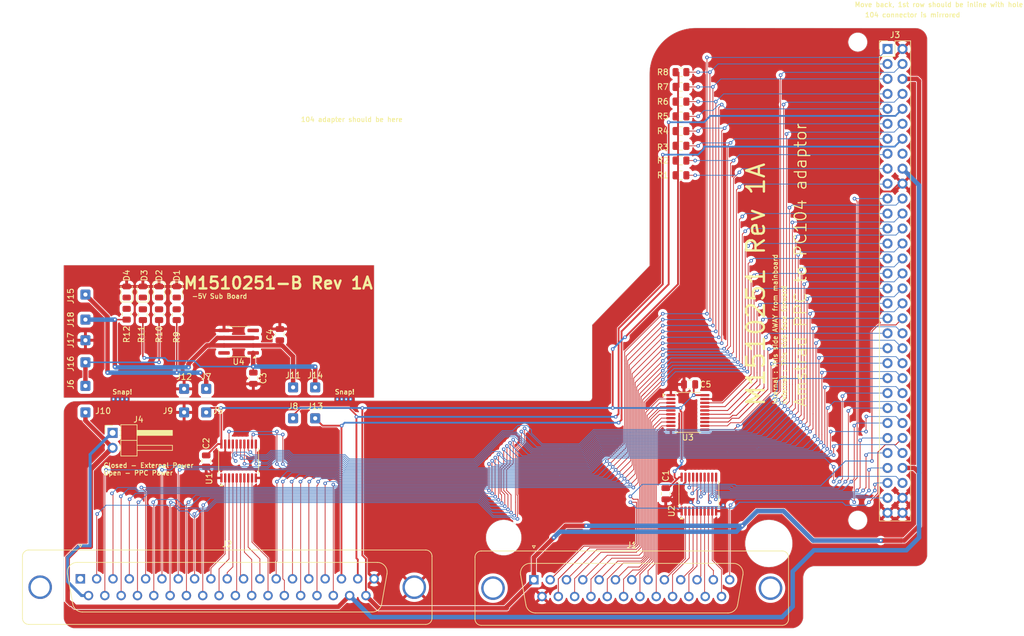
<source format=kicad_pcb>
(kicad_pcb (version 20241229) (generator "pcbnew") (generator_version "9.0")
  (layers (0 "F.Cu" signal) (2 "B.Cu" signal) (13 "F.Paste" user) (15 "B.Paste" user) (5 "F.SilkS" user "F.Silkscreen") (7 "B.SilkS" user "B.Silkscreen") (1 "F.Mask" user) (3 "B.Mask" user) (25 "Edge.Cuts" user))
  (net 0 "")
  (net 1 "GND")
  (net 3 "A18")
  (net 4 "A17")
  (net 5 "Net-(J1-P24)")
  (net 6 "A8")
  (net 7 "Net-(J1-P22)")
  (net 8 "AEN")
  (net 9 "A10")
  (net 10 "TC")
  (net 11 "Net-(J1-P25)")
  (net 12 "A15")
  (net 13 "+5V")
  (net 14 "A11")
  (net 15 "A16")
  (net 16 "A14")
  (net 17 "A12")
  (net 18 "A9")
  (net 19 "Net-(J1-P23)")
  (net 20 "A13")
  (net 21 "A19")
  (net 22 "+12V")
  (net 23 "-5V")
  (net 24 "-12V")
  (net 25 "A0")
  (net 26 "A2")
  (net 27 "A1")
  (net 28 "A4")
  (net 29 "A7")
  (net 30 "A6")
  (net 31 "A3")
  (net 32 "A5")
  (net 33 "Net-(U2-A6)")
  (net 34 "Net-(U2-A0)")
  (net 35 "Net-(U2-A4)")
  (net 36 "Net-(U2-A2)")
  (net 37 "D7")
  (net 38 "!DACK3")
  (net 39 "D4")
  (net 40 "CK14")
  (net 41 "D3")
  (net 42 "!DACK1")
  (net 43 "D5")
  (net 44 "!IOR")
  (net 45 "D2")
  (net 46 "D6")
  (net 47 "IRQ3")
  (net 48 "IORDY")
  (net 49 "DRQ1")
  (net 50 "uA8")
  (net 51 "!IOCHK")
  (net 52 "!DACK2")
  (net 53 "!IOW")
  (net 54 "ALE")
  (net 55 "D1")
  (net 56 "CK4")
  (net 57 "IRQ4")
  (net 58 "!MEMW")
  (net 59 "DRQ2")
  (net 60 "RESET")
  (net 61 "IRQ5")
  (net 62 "IRQ7")
  (net 63 "IRQ6")
  (net 64 "!MEMR")
  (net 65 "IRQ2")
  (net 66 "DRQ3")
  (net 67 "D0")
  (net 68 "uCK14")
  (net 69 "u!IOR")
  (net 70 "u!IOW")
  (net 71 "uALE")
  (net 72 "uCK4")
  (net 73 "u!MEMW")
  (net 74 "uRESET")
  (net 75 "u!MEMR")
  (net 76 "Net-(J4-Pin_1)")
  (net 77 "Net-(D1-A)")
  (net 78 "Net-(D2-A)")
  (net 79 "Net-(D3-K)")
  (net 80 "Net-(D4-K)")
  (net 83 "!DACK0")
  (net 84 "uA10")
  (net 85 "uA15")
  (net 86 "uA11")
  (net 87 "uA14")
  (net 88 "uA12")
  (net 89 "uA9")
  (net 90 "uA13")
  (footprint "LED_SMD:LED_0805_2012Metric" (layer "F.Cu") (at 45 63.3125 90)
    (property "Reference" "D4")
    (property "Value" "LED")
  )
  (footprint "Capacitor_SMD:C_0805_2012Metric" (layer "F.Cu") (at 136.5 97.55 -90)
    (property "Reference" "C1")
    (property "Value" "C")
  )
  (footprint "Resistor_SMD:R_0805_2012Metric" (layer "F.Cu") (at 139.0875 26)
    (property "Reference" "R8")
    (property "Value" "R")
  )
  (footprint "Connector_Wire:SolderWire-0.15sqmm_1x01_D0.5mm_OD1.5mm" (layer "F.Cu") (at 54.75 79.75)
    (property "Reference" "J12")
    (property "Value" "Conn_01x01")
  )
  (footprint "Capacitor_SMD:C_0805_2012Metric" (layer "F.Cu") (at 66.5 77.95 -90)
    (property "Reference" "C3")
    (property "Value" "C")
  )
  (footprint "Capacitor_SMD:C_0805_2012Metric" (layer "F.Cu") (at 58.5 92 -90)
    (property "Reference" "C2")
    (property "Value" "C")
  )
  (footprint "Connector_Wire:SolderWire-0.15sqmm_1x01_D0.5mm_OD1.5mm" (layer "F.Cu") (at 54.75 83.75)
    (property "Reference" "J9")
    (property "Value" "Conn_01x01")
  )
  (footprint "Package_SO:SSOP-20_4.4x6.5mm_P0.65mm" (layer "F.Cu") (at 64 92 90)
    (property "Reference" "U1")
    (property "Value" "74LS541")
  )
  (footprint "Connector_PinHeader_2.54mm:PinHeader_2x32_P2.54mm_Vertical" (layer "F.Cu") (at 174.15 22.06)
    (property "Reference" "J3")
    (property "Value" "Conn_02x32_Odd_Even")
  )
  (footprint "Connector_Wire:SolderWire-0.15sqmm_1x01_D0.5mm_OD1.5mm" (layer "F.Cu") (at 58.5 79.75)
    (property "Reference" "J7")
    (property "Value" "Conn_01x01")
  )
  (footprint "Resistor_SMD:R_0805_2012Metric" (layer "F.Cu") (at 139.0875 38.5)
    (property "Reference" "R3")
    (property "Value" "R")
  )
  (footprint "Connector_Wire:SolderWire-0.15sqmm_1x01_D0.5mm_OD1.5mm" (layer "F.Cu") (at 73.25 79.5)
    (property "Reference" "J11")
    (property "Value" "Conn_01x01")
  )
  (footprint "Capacitor_SMD:C_0805_2012Metric" (layer "F.Cu") (at 71 70.55 90)
    (property "Reference" "C4")
    (property "Value" "C")
  )
  (footprint "Resistor_SMD:R_0805_2012Metric" (layer "F.Cu") (at 50.5 67.1625 -90)
    (property "Reference" "R10")
    (property "Value" "R")
  )
  (footprint "Connector_Wire:SolderWire-0.15sqmm_1x01_D0.5mm_OD1.5mm" (layer "F.Cu") (at 38 71.5)
    (property "Reference" "J17")
    (property "Value" "Conn_01x01")
  )
  (footprint "Connector_Wire:SolderWire-0.15sqmm_1x01_D0.5mm_OD1.5mm" (layer "F.Cu") (at 38 68)
    (property "Reference" "J18")
    (property "Value" "Conn_01x01")
  )
  (footprint "Connector_Wire:SolderWire-0.15sqmm_1x01_D0.5mm_OD1.5mm" (layer "F.Cu") (at 38 75.25)
    (property "Reference" "J16")
    (property "Value" "Conn_01x01")
  )
  (footprint "LED_SMD:LED_0805_2012Metric" (layer "F.Cu") (at 50.5 63.3125 -90)
    (property "Reference" "D2")
    (property "Value" "LED")
  )
  (footprint "Connector_PinHeader_2.54mm:PinHeader_1x02_P2.54mm_Horizontal" (layer "F.Cu") (at 42.615 87.225)
    (property "Reference" "J4")
    (property "Value" "Conn_01x02")
  )
  (footprint "Resistor_SMD:R_0805_2012Metric" (layer "F.Cu") (at 139.0875 33.5)
    (property "Reference" "R5")
    (property "Value" "R")
  )
  (footprint "Connector_Wire:SolderWire-0.15sqmm_1x01_D0.5mm_OD1.5mm" (layer "F.Cu") (at 38 63.75)
    (property "Reference" "J15")
    (property "Value" "Conn_01x01")
  )
  (footprint "Connector_Wire:SolderWire-0.15sqmm_1x01_D0.5mm_OD1.5mm" (layer "F.Cu") (at 73.25 84.75)
    (property "Reference" "J8")
    (property "Value" "Conn_01x01")
  )
  (footprint "Resistor_SMD:R_0805_2012Metric" (layer "F.Cu") (at 53.5 67.1625 -90)
    (property "Reference" "R9")
    (property "Value" "R")
  )
  (footprint "Connector_Dsub:DSUB-37_Pins_Vertical_P2.77x2.84mm_MountingHoles" (layer "F.Cu") (at 37.14 112)
    (property "Reference" "J2")
    (property "Value" "DC37_Pins_MountingHoles")
  )
  (footprint "Connector_Wire:SolderWire-0.15sqmm_1x01_D0.5mm_OD1.5mm" (layer "F.Cu") (at 58.5 83.75)
    (property "Reference" "J5")
    (property "Value" "Conn_01x01")
  )
  (footprint "Resistor_SMD:R_0805_2012Metric" (layer "F.Cu") (at 139.0875 41)
    (property "Reference" "R2")
    (property "Value" "R")
  )
  (footprint "Connector_Dsub:DSUB-25_Pins_Vertical_P2.77x2.84mm_MountingHoles" (layer "F.Cu") (at 114.115 112.16)
    (property "Reference" "J1")
    (property "Value" "DB25_Pins")
  )
  (footprint "Resistor_SMD:R_0805_2012Metric" (layer "F.Cu") (at 45 67.0875 -90)
    (property "Reference" "R12")
    (property "Value" "R")
  )
  (footprint "Connector_Wire:SolderWire-0.15sqmm_1x01_D0.5mm_OD1.5mm" (layer "F.Cu") (at 77 84.75)
    (property "Reference" "J13")
    (property "Value" "Conn_01x01")
  )
  (footprint "LED_SMD:LED_0805_2012Metric" (layer "F.Cu") (at 47.75 63.3125 90)
    (property "Reference" "D3")
    (property "Value" "LED")
  )
  (footprint "Package_SO:SOIC-8_3.9x4.9mm_P1.27mm" (layer "F.Cu") (at 64 71.75 180)
    (property "Reference" "U4")
    (property "Value" "MC79L05_SO8")
  )
  (footprint "Package_SO:SSOP-20_4.4x6.5mm_P0.65mm" (layer "F.Cu") (at 140.25 83.75)
    (property "Reference" "U3")
    (property "Value" "74LS541")
  )
  (footprint "Resistor_SMD:R_0805_2012Metric" (layer "F.Cu") (at 47.75 67.1625 -90)
    (property "Reference" "R11")
    (property "Value" "R")
  )
  (footprint "Resistor_SMD:R_0805_2012Metric" (layer "F.Cu") (at 139.0875 43.5)
    (property "Reference" "R1")
    (property "Value" "R")
  )
  (footprint "Capacitor_SMD:C_0805_2012Metric" (layer "F.Cu") (at 140.55 79 180)
    (property "Reference" "C5")
    (property "Value" "C")
  )
  (footprint "Package_SO:SSOP-20_4.4x6.5mm_P0.65mm" (layer "F.Cu") (at 142.125 97.625 90)
    (property "Reference" "U2")
    (property "Value" "74LS541")
  )
  (footprint "Resistor_SMD:R_0805_2012Metric" (layer "F.Cu") (at 139.0875 36)
    (property "Reference" "R4")
    (property "Value" "R")
  )
  (footprint "Connector_Wire:SolderWire-0.15sqmm_1x01_D0.5mm_OD1.5mm" (layer "F.Cu") (at 77 79.5)
    (property "Reference" "J14")
    (property "Value" "Conn_01x01")
  )
  (footprint "Connector_Wire:SolderWire-0.15sqmm_1x01_D0.5mm_OD1.5mm" (layer "F.Cu") (at 38 79.25)
    (property "Reference" "J6")
    (property "Value" "Conn_01x01")
  )
  (footprint "Resistor_SMD:R_0805_2012Metric" (layer "F.Cu") (at 139.0875 28.5)
    (property "Reference" "R7")
    (property "Value" "R")
  )
  (footprint "Connector_Wire:SolderWire-0.15sqmm_1x01_D0.5mm_OD1.5mm" (layer "F.Cu") (at 38 83.75)
    (property "Reference" "J10")
    (property "Value" "Conn_01x01")
  )
  (footprint "LED_SMD:LED_0805_2012Metric" (layer "F.Cu") (at 53.5 63.3125 -90)
    (property "Reference" "D1")
    (property "Value" "LED")
  )
  (footprint "Resistor_SMD:R_0805_2012Metric" (layer "F.Cu") (at 139.0875 31)
    (property "Reference" "R6")
    (property "Value" "R")
  )
  (gr_circle (center 169.1 20.9) (end 170.7 20.9) (stroke (width 0.05)) (fill no) (layer "Edge.Cuts"))
  (gr_line (start 45.5 81.75) (end 80.25 81.75) (stroke (width 0.05)) (layer "Edge.Cuts"))
  (gr_arc (start 180.9 107.85) (mid 180.314214 109.264214) (end 178.9 109.85) (stroke (width 0.05)) (layer "Edge.Cuts"))
  (gr_arc (start 34.3 83.85) (mid 34.885786 82.435786) (end 36.3 81.85) (stroke (width 0.05)) (layer "Edge.Cuts"))
  (gr_line (start 123.4 81.8) (end 83.75 81.75) (stroke (width 0.05)) (layer "Edge.Cuts"))
  (gr_line (start 159.85 118.4) (end 159.85 111.85) (stroke (width 0.05)) (layer "Edge.Cuts"))
  (gr_line (start 133.75 26.323043) (end 133.75 58.85) (stroke (width 0.05)) (layer "Edge.Cuts"))
  (gr_line (start 38.75 81.25) (end 42.25 81.25) (stroke (width 0.05)) (layer "Edge.Cuts"))
  (gr_arc (start 159.85 111.85) (mid 160.435786 110.435786) (end 161.85 109.85) (stroke (width 0.05)) (layer "Edge.Cuts"))
  (gr_arc (start 36.264214 120.4) (mid 34.875305 119.824695) (end 34.3 118.435786) (stroke (width 0.05)) (layer "Edge.Cuts"))
  (gr_line (start 80.25 81.25) (end 45.5 81.25) (stroke (width 0.05)) (layer "Edge.Cuts"))
  (gr_line (start 45.5 81.25) (end 45.5 81.75) (stroke (width 0.05)) (layer "Edge.Cuts"))
  (gr_arc (start 178.9 18.514214) (mid 180.314214 19.1) (end 180.9 20.514214) (stroke (width 0.05)) (layer "Edge.Cuts"))
  (gr_arc (start 159.85 118.4) (mid 159.264214 119.814214) (end 157.85 120.4) (stroke (width 0.05)) (layer "Edge.Cuts"))
  (gr_circle (center 169.1 102.05) (end 170.7 102.05) (stroke (width 0.05)) (fill no) (layer "Edge.Cuts"))
  (gr_line (start 42.25 81.75) (end 42.25 81.25) (stroke (width 0.05)) (layer "Edge.Cuts"))
  (gr_line (start 34.3 58.75) (end 34.3 81.25) (stroke (width 0.05)) (layer "Edge.Cuts"))
  (gr_line (start 80.25 81.75) (end 80.25 81.25) (stroke (width 0.05)) (layer "Edge.Cuts"))
  (gr_line (start 34.3 118.435786) (end 34.3 83.85) (stroke (width 0.05)) (layer "Edge.Cuts"))
  (gr_circle (center 154 106) (end 158 106) (stroke (width 0.05)) (fill no) (layer "Edge.Cuts"))
  (gr_line (start 133.75 58.85) (end 124 68.9) (stroke (width 0.05)) (layer "Edge.Cuts"))
  (gr_line (start 34.3 81.25) (end 38.75 81.25) (stroke (width 0.05)) (layer "Edge.Cuts"))
  (gr_line (start 87 58.75) (end 34.3 58.75) (stroke (width 0.05)) (layer "Edge.Cuts"))
  (gr_line (start 178.9 18.514214) (end 141.573043 18.500001) (stroke (width 0.05)) (layer "Edge.Cuts"))
  (gr_line (start 157.85 120.4) (end 36.264214 120.4) (stroke (width 0.05)) (layer "Edge.Cuts"))
  (gr_line (start 180.9 20.514214) (end 180.9 107.85) (stroke (width 0.05)) (layer "Edge.Cuts"))
  (gr_line (start 87 81.25) (end 87 58.75) (stroke (width 0.05)) (layer "Edge.Cuts"))
  (gr_line (start 87 81.25) (end 83.75 81.25) (stroke (width 0.05)) (layer "Edge.Cuts"))
  (gr_line (start 124 81.2) (end 124 68.9) (stroke (width 0.05)) (layer "Edge.Cuts"))
  (gr_line (start 161.85 109.85) (end 178.9 109.85) (stroke (width 0.05)) (layer "Edge.Cuts"))
  (gr_line (start 36.3 81.85) (end 42.25 81.75) (stroke (width 0.05)) (layer "Edge.Cuts"))
  (gr_arc (start 133.75 26.323043) (mid 136.041316 20.791316) (end 141.573043 18.5) (stroke (width 0.05)) (layer "Edge.Cuts"))
  (gr_arc (start 124 81.2) (mid 123.824264 81.624264) (end 123.4 81.8) (stroke (width 0.05)) (layer "Edge.Cuts"))
  (gr_line (start 83.75 81.25) (end 83.75 81.75) (stroke (width 0.05)) (layer "Edge.Cuts"))
  (gr_circle (center 109 105) (end 112 105) (stroke (width 0.05)) (fill no) (layer "Edge.Cuts"))
  (gr_text "M1510251-B Rev 1A" (at 54.46 62.97 0) (layer "F.SilkS") (effects (font (size 2 2) (thickness 0.4)) (justify left bottom)))
  (gr_text "-5V Sub Board" (at 56 64.5 0) (layer "F.SilkS") (effects (font (size 0.8 0.8) (thickness 0.15) (bold yes)) (justify left bottom)))
  (gr_text "Snap!" (at 80.25 80.75 0) (layer "F.SilkS") (effects (font (size 0.8 0.8) (thickness 0.15) (bold yes)) (justify left bottom)))
  (gr_text "External : This side face forward " (at 157.05 82.45 90) (layer "F.SilkS") (effects (font (size 0.8 0.8) (thickness 0.15) (bold yes)) (justify left bottom)))
  (gr_text "Snap!" (at 42.5 80.75 0) (layer "F.SilkS") (effects (font (size 0.8 0.8) (thickness 0.15) (bold yes)) (justify left bottom)))
  (gr_text "M1510251 Rev 1A" (at 153.55 82.95 90) (layer "F.SilkS") (effects (font (size 3 3) (thickness 0.4)) (justify left bottom)))
  (gr_text "Internal : This side AWAY from mainboard\n" (at 155.55 82.45 90) (layer "F.SilkS") (effects (font (size 0.8 0.8) (thickness 0.15) (bold yes)) (justify left bottom)))
  (gr_text "Closed - External Power\nOpen - PPC Power" (at 41 94.5 0) (layer "F.SilkS") (effects (font (size 0.8 0.8) (thickness 0.15) (bold yes)) (justify left bottom)))
  (gr_text "Amstrad PPC to PC104 adaptor" (at 160.55 82.95 90) (layer "F.SilkS") (effects (font (size 2 2) (thickness 0.2)) (justify left bottom)))
  (gr_text "Move back, 1st row should be inline with hole" (at 168.5 15 0) (layer "F.SilkS") (effects (font (size 0.8 0.8) (thickness 0.15) (bold yes)) (justify left bottom)))
  (gr_text "104 connector is mirrored\n" (at 170.25 16.75 0) (layer "F.SilkS") (effects (font (size 0.8 0.8) (thickness 0.15) (bold yes)) (justify left bottom)))
  (gr_text "104 adapter should be here" (at 74.5 34.5 0) (layer "F.SilkS") (effects (font (size 0.8 0.8) (thickness 0.15) (bold yes)) (justify left bottom)))
  (segment (start 139.6 78.1) (end 139.6 79) (width 0.254) (layer "F.Cu") (net 1))
  (segment (start 145.025 81.475) (end 145.25 81.25) (width 0.254) (layer "F.Cu") (net 1))
  (segment (start 137 98.45) (end 139.85 95.6) (width 0.3048) (layer "F.Cu") (net 1))
  (segment (start 139.2 100.5) (end 137.15 98.45) (width 0.3048) (layer "F.Cu") (net 1))
  (segment (start 143 77.5) (end 139.5 77.5) (width 0.254) (layer "F.Cu") (net 1))
  (segment (start 137.5 80) (end 137.375 80.125) (width 0.254) (layer "F.Cu") (net 1))
  (segment (start 60.375 94.875) (end 61.075 94.875) (width 0.3048) (layer "F.Cu") (net 1))
  (segment (start 139.5 77.5) (end 139.5 78) (width 0.254) (layer "F.Cu") (net 1))
  (segment (start 139.85 95.6) (end 139.85 94.75) (width 0.3048) (layer "F.Cu") (net 1))
  (segment (start 58.5 93) (end 59.225 93) (width 0.3048) (layer "F.Cu") (net 1))
  (segment (start 139.5 77.5) (end 137.5 79.5) (width 0.254) (layer "F.Cu") (net 1))
  (segment (start 176.69 44.92) (end 176.077928 44.92) (width 0.3048) (layer "F.Cu") (net 1))
  (segment (start 174.741328 46.2566) (end 172.2934 46.2566) (width 0.3048) (layer "F.Cu") (net 1))
  (segment (start 171.9 46.65) (end 172.05 46.5) (width 0.3048) (layer "F.Cu") (net 1))
  (segment (start 139.5 78) (end 139.6 78.1) (width 0.254) (layer "F.Cu") (net 1))
  (segment (start 59.225 93) (end 61.725 90.5) (width 0.3048) (layer "F.Cu") (net 1))
  (segment (start 137.5 79.5) (end 137.5 80) (width 0.254) (layer "F.Cu") (net 1))
  (segment (start 137.15 98.45) (end 137 98.45) (width 0.3048) (layer "F.Cu") (net 1))
  (segment (start 137.375 80.125) (end 137.375 80.825) (width 0.254) (layer "F.Cu") (net 1))
  (segment (start 143.125 81.475) (end 145.025 81.475) (width 0.254) (layer "F.Cu") (net 1))
  (segment (start 61.725 90.5) (end 61.725 89.125) (width 0.3048) (layer "F.Cu") (net 1))
  (segment (start 145.25 81.25) (end 145.25 79.75) (width 0.254) (layer "F.Cu") (net 1))
  (segment (start 176.077928 44.92) (end 174.741328 46.2566) (width 0.3048) (layer "F.Cu") (net 1))
  (segment (start 58.5 93) (end 60.375 94.875) (width 0.3048) (layer "F.Cu") (net 1))
  (segment (start 145.25 79.75) (end 143 77.5) (width 0.254) (layer "F.Cu") (net 1))
  (segment (start 172.2934 46.2566) (end 171.9 46.65) (width 0.3048) (layer "F.Cu") (net 1))
  (via (at 44.25 81.5) (size 0.61) (drill 0.3) (layers "F.Cu" "B.Cu") (net 1))
  (via (at 82.25 81.5) (size 0.61) (drill 0.3) (layers "F.Cu" "B.Cu") (net 1))
  (via (at 83 81.5) (size 0.61) (drill 0.3) (layers "F.Cu" "B.Cu") (net 1))
  (via (at 45 81.5) (size 0.61) (drill 0.3) (layers "F.Cu" "B.Cu") (net 1))
  (via (at 42.75 81.5) (size 0.61) (drill 0.3) (layers "F.Cu" "B.Cu") (net 1))
  (via (at 43.5 81.5) (size 0.61) (drill 0.3) (layers "F.Cu" "B.Cu") (net 1))
  (via (at 146.25 99.501) (size 0.61) (drill 0.3) (layers "F.Cu" "B.Cu") (net 1))
  (via (at 140.75 99) (size 0.61) (drill 0.3) (layers "F.Cu" "B.Cu") (net 1))
  (via (at 80.75 81.5) (size 0.61) (drill 0.3) (layers "F.Cu" "B.Cu") (net 1))
  (via (at 81.5 81.5) (size 0.61) (drill 0.3) (layers "F.Cu" "B.Cu") (net 1))
  (segment (start 140.75 99) (end 141.4788 99.7288) (width 0.1524) (layer "B.Cu") (net 1))
  (segment (start 141.4788 99.7288) (end 146.25 99.7288) (width 0.1524) (layer "B.Cu") (net 1))
  (segment (start 146.25 99.7288) (end 146.25 99.501) (width 0.1524) (layer "B.Cu") (net 1))
  (segment (start 132.34 81.085582) (end 132.34 82) (width 0.127) (layer "F.Cu") (net 3))
  (segment (start 132.34 106.66) (end 132.34 82) (width 0.127) (layer "F.Cu") (net 3))
  (segment (start 125.5 107.5) (end 131.5 107.5) (width 0.127) (layer "F.Cu") (net 3))
  (segment (start 132.962791 80.462791) (end 132.425582 81) (width 0.127) (layer "F.Cu") (net 3))
  (segment (start 131.5 107.5) (end 132.34 106.66) (width 0.127) (layer "F.Cu") (net 3))
  (segment (start 150 53) (end 149.5 53.5) (width 0.127) (layer "F.Cu") (net 3))
  (segment (start 132.962791 80.462791) (end 132.34 81.085582) (width 0.127) (layer "F.Cu") (net 3))
  (segment (start 149.5 75.5308) (end 149.2654 75.7654) (width 0.127) (layer "F.Cu") (net 3))
  (segment (start 121.04 115) (end 121.04 111.96) (width 0.127) (layer "F.Cu") (net 3))
  (segment (start 121.04 111.96) (end 125.5 107.5) (width 0.127) (layer "F.Cu") (net 3))
  (segment (start 149.5 53.5) (end 149.5 74.5) (width 0.127) (layer "F.Cu") (net 3))
  (segment (start 136 77.425582) (end 132.962791 80.462791) (width 0.127) (layer "F.Cu") (net 3))
  (segment (start 149.5 74.5) (end 149.5 75.5308) (width 0.127) (layer "F.Cu") (net 3))
  (via (at 136 77.425582) (size 0.61) (drill 0.3) (layers "F.Cu" "B.Cu") (net 3))
  (via (at 149.2654 75.7654) (size 0.61) (drill 0.3) (layers "F.Cu" "B.Cu") (net 3))
  (via (at 150 53) (size 0.61) (drill 0.3) (layers "F.Cu" "B.Cu") (net 3))
  (segment (start 136 77.425582) (end 137.660182 75.7654) (width 0.127) (layer "B.Cu") (net 3))
  (segment (start 137.660182 75.7654) (end 149.2654 75.7654) (width 0.127) (layer "B.Cu") (net 3))
  (segment (start 174.15 52.54) (end 150.46 52.54) (width 0.127) (layer "B.Cu") (net 3))
  (segment (start 150.46 52.54) (end 150 53) (width 0.127) (layer "B.Cu") (net 3))
  (segment (start 150.5 55.5) (end 150 56) (width 0.127) (layer "F.Cu") (net 4))
  (segment (start 150 76.109) (end 149.8045 76.3045) (width 0.127) (layer "F.Cu") (net 4))
  (segment (start 126.585 108) (end 132 108) (width 0.127) (layer "F.Cu") (net 4))
  (segment (start 150 75) (end 150 76.109) (width 0.127) (layer "F.Cu") (net 4))
  (segment (start 132 108) (end 132.595 107.405) (width 0.127) (layer "F.Cu") (net 4))
  (segment (start 132.595 107.405) (end 132.595 81.592984) (width 0.127) (layer "F.Cu") (net 4))
  (segment (start 122.425 112.16) (end 126.585 108) (width 0.127) (layer "F.Cu") (net 4))
  (segment (start 132.595 81.592984) (end 136 78.187985) (width 0.127) (layer "F.Cu") (net 4))
  (segment (start 150 56) (end 150 75) (width 0.127) (layer "F.Cu") (net 4))
  (via (at 150.5 55.5) (size 0.61) (drill 0.3) (layers "F.Cu" "B.Cu") (net 4))
  (via (at 136 78.187985) (size 0.61) (drill 0.3) (layers "F.Cu" "B.Cu") (net 4))
  (via (at 149.8045 76.3045) (size 0.61) (drill 0.3) (layers "F.Cu" "B.Cu") (net 4))
  (segment (start 174.15 55.08) (end 151.42 55.08) (width 0.127) (layer "B.Cu") (net 4))
  (segment (start 136 78.187985) (end 137.883485 76.3045) (width 0.127) (layer "B.Cu") (net 4))
  (segment (start 151.42 55.08) (end 150.92 55.08) (width 0.127) (layer "B.Cu") (net 4))
  (segment (start 137.883485 76.3045) (end 149.8045 76.3045) (width 0.127) (layer "B.Cu") (net 4))
  (segment (start 150.92 55.08) (end 150.5 55.5) (width 0.127) (layer "B.Cu") (net 4))
  (segment (start 143.1 114.9) (end 143.2 115) (width 0.127) (layer "F.Cu") (net 5))
  (segment (start 143.1 100.5) (end 143.1 114.9) (width 0.127) (layer "F.Cu") (net 5))
  (segment (start 148.075 86.675) (end 148.75 86) (width 0.1524) (layer "F.Cu") (net 6))
  (segment (start 143.125 86.675) (end 148.075 86.675) (width 0.1524) (layer "F.Cu") (net 6))
  (via (at 148.75 86) (size 0.61) (drill 0.3) (layers "F.Cu" "B.Cu") (net 6))
  (segment (start 154.25 81) (end 154.437642 81) (width 0.1524) (layer "B.Cu") (net 6))
  (segment (start 148.75 86) (end 149.25 86) (width 0.1524) (layer "B.Cu") (net 6))
  (segment (start 155.5 78.5) (end 156 78) (width 0.1524) (layer "B.Cu") (net 6))
  (segment (start 155.5 79.937642) (end 155.5 78.5) (width 0.1524) (layer "B.Cu") (net 6))
  (segment (start 154.437642 81) (end 155.5 79.937642) (width 0.1524) (layer "B.Cu") (net 6))
  (segment (start 149.25 86) (end 154.25 81) (width 0.1524) (layer "B.Cu") (net 6))
  (segment (start 156 78) (end 174.09 78) (width 0.1524) (layer "B.Cu") (net 6))
  (segment (start 174.09 78) (end 174.15 77.94) (width 0.1524) (layer "B.Cu") (net 6))
  (segment (start 140.5 100.5) (end 140.5 108.45) (width 0.127) (layer "F.Cu") (net 7))
  (segment (start 140.5 108.45) (end 137.66 111.29) (width 0.127) (layer "F.Cu") (net 7))
  (segment (start 137.66 111.29) (end 137.66 115) (width 0.127) (layer "F.Cu") (net 7))
  (segment (start 168.9965 47.9165) (end 168.9965 94.864124) (width 0.127) (layer "F.Cu") (net 8))
  (segment (start 147.5 99.5) (end 147.355 99.645) (width 0.127) (layer "F.Cu") (net 8))
  (segment (start 168.9965 94.864124) (end 168.5 95.360624) (width 0.127) (layer "F.Cu") (net 8))
  (segment (start 147.355 99.645) (end 147.355 112.16) (width 0.127) (layer "F.Cu") (net 8))
  (segment (start 168.5 95.360624) (end 168.5 99) (width 0.127) (layer "F.Cu") (net 8))
  (segment (start 168.54 47.46) (end 168.9965 47.9165) (width 0.127) (layer "F.Cu") (net 8))
  (via (at 147.5 99.5) (size 0.61) (drill 0.3) (layers "F.Cu" "B.Cu") (net 8))
  (via (at 168.5 99) (size 0.61) (drill 0.3) (layers "F.Cu" "B.Cu") (net 8))
  (via (at 168.54 47.46) (size 0.61) (drill 0.3) (layers "F.Cu" "B.Cu") (net 8))
  (segment (start 168.5 47.5) (end 168.54 47.46) (width 0.127) (layer "B.Cu") (net 8))
  (segment (start 168.015 98.515) (end 148.485 98.515) (width 0.127) (layer "B.Cu") (net 8))
  (segment (start 148.485 98.515) (end 147.5 99.5) (width 0.127) (layer "B.Cu") (net 8))
  (segment (start 168.5 99) (end 168.015 98.515) (width 0.127) (layer "B.Cu") (net 8))
  (segment (start 174.15 47.46) (end 168.54 47.46) (width 0.127) (layer "B.Cu") (net 8))
  (segment (start 147.75 84.75) (end 148.908698 84.75) (width 0.1524) (layer "F.Cu") (net 9))
  (segment (start 147.125 85.375) (end 147.75 84.75) (width 0.1524) (layer "F.Cu") (net 9))
  (segment (start 148.908698 84.75) (end 153.829349 79.829349) (width 0.1524) (layer "F.Cu") (net 9))
  (segment (start 153.829349 73.170651) (end 154 73) (width 0.127) (layer "F.Cu") (net 9))
  (segment (start 143.125 85.375) (end 147.125 85.375) (width 0.1524) (layer "F.Cu") (net 9))
  (segment (start 153.829349 79.829349) (end 153.829349 73.170651) (width 0.127) (layer "F.Cu") (net 9))
  (via (at 154 73) (size 0.61) (drill 0.3) (layers "F.Cu" "B.Cu") (net 9))
  (segment (start 154.5 73) (end 154.64 72.86) (width 0.127) (layer "B.Cu") (net 9))
  (segment (start 154 73) (end 154.5 73) (width 0.127) (layer "B.Cu") (net 9))
  (segment (start 154.64 72.86) (end 174.15 72.86) (width 0.127) (layer "B.Cu") (net 9))
  (segment (start 171 99) (end 172.5092 97.4908) (width 0.1524) (layer "F.Cu") (net 10))
  (segment (start 173.7728 89.2272) (end 175.5628 89.2272) (width 0.1524) (layer "F.Cu") (net 10))
  (segment (start 131.151554 106.4519) (end 131.5369 106.066554) (width 0.1524) (layer "F.Cu") (net 10))
  (segment (start 131.5369 106.066554) (end 131.5369 99.0369) (width 0.1524) (layer "F.Cu") (net 10))
  (segment (start 172.5092 97.4908) (end 172.5092 90.4908) (width 0.1524) (layer "F.Cu") (net 10))
  (segment (start 116.885 112.16) (end 122.5931 106.4519) (width 0.1524) (layer "F.Cu") (net 10))
  (segment (start 131.5 99) (end 130.5 99) (width 0.1524) (layer "F.Cu") (net 10))
  (segment (start 131.5369 99.0369) (end 131.5 99) (width 0.1524) (layer "F.Cu") (net 10))
  (segment (start 122.5931 106.4519) (end 131.151554 106.4519) (width 0.1524) (layer "F.Cu") (net 10))
  (segment (start 175.5628 89.2272) (end 176.69 88.1) (width 0.1524) (layer "F.Cu") (net 10))
  (segment (start 172.5092 90.4908) (end 173.7728 89.2272) (width 0.1524) (layer "F.Cu") (net 10))
  (via (at 171 99) (size 0.61) (drill 0.3) (layers "F.Cu" "B.Cu") (net 10))
  (via (at 130.5 99) (size 0.61) (drill 0.3) (layers "F.Cu" "B.Cu") (net 10))
  (segment (start 131.5092 100.0092) (end 147.9908 100.0092) (width 0.1524) (layer "B.Cu") (net 10))
  (segment (start 170 99.5) (end 170.5 99.5) (width 0.1524) (layer "B.Cu") (net 10))
  (segment (start 166.5 99) (end 167.0092 99.5092) (width 0.1524) (layer "B.Cu") (net 10))
  (segment (start 149 99) (end 166.5 99) (width 0.1524) (layer "B.Cu") (net 10))
  (segment (start 130.5 99) (end 131.5092 100.0092) (width 0.1524) (layer "B.Cu") (net 10))
  (segment (start 169.9908 99.5092) (end 170 99.5) (width 0.1524) (layer "B.Cu") (net 10))
  (segment (start 170.5 99.5) (end 171 99) (width 0.1524) (layer "B.Cu") (net 10))
  (segment (start 167.0092 99.5092) (end 169.9908 99.5092) (width 0.1524) (layer "B.Cu") (net 10))
  (segment (start 147.9908 100.0092) (end 149 99) (width 0.1524) (layer "B.Cu") (net 10))
  (segment (start 144.4 108.85) (end 145.97 110.42) (width 0.127) (layer "F.Cu") (net 11))
  (segment (start 144.4 100.5) (end 144.4 108.85) (width 0.127) (layer "F.Cu") (net 11))
  (segment (start 145.97 110.42) (end 145.97 115) (width 0.127) (layer "F.Cu") (net 11))
  (segment (start 151.5 60.5) (end 151 61) (width 0.127) (layer "F.Cu") (net 12))
  (segment (start 151 61) (end 151 71.5) (width 0.127) (layer "F.Cu") (net 12))
  (segment (start 151 71.5) (end 151 77.2654) (width 0.127) (layer "F.Cu") (net 12))
  (segment (start 151 77.2654) (end 150.8827 77.3827) (width 0.127) (layer "F.Cu") (net 12))
  (segment (start 146.1404 82.125) (end 150.8827 77.3827) (width 0.1524) (layer "F.Cu") (net 12))
  (segment (start 143.125 82.125) (end 146.1404 82.125) (width 0.1524) (layer "F.Cu") (net 12))
  (via (at 151.5 60.5) (size 0.61) (drill 0.3) (layers "F.Cu" "B.Cu") (net 12))
  (segment (start 174.15 60.16) (end 151.84 60.16) (width 0.127) (layer "B.Cu") (net 12))
  (segment (start 151.84 60.16) (end 151.5 60.5) (width 0.127) (layer "B.Cu") (net 12))
  (segment (start 177 105.5) (end 176.5 105.5) (width 0.762) (layer "F.Cu") (net 13))
  (segment (start 152 100.5) (end 156.5 100.5) (width 0.762) (layer "F.Cu") (net 13))
  (segment (start 85 108) (end 85.615 108.615) (width 0.3048) (layer "F.Cu") (net 13))
  (segment (start 139.2 94.75) (end 138.8 94.75) (width 0.3048) (layer "F.Cu") (net 13))
  (segment (start 61 83) (end 59.25 83) (width 0.3048) (layer "F.Cu") (net 13))
  (segment (start 138.4 95.15) (end 137 96.55) (width 0.3048) (layer "F.Cu") (net 13))
  (segment (start 114.115 112.16) (end 114.115 108.385) (width 0.762) (layer "F.Cu") (net 13))
  (segment (start 138.5875 38.5) (end 138.5875 36) (width 0.3048) (layer "F.Cu") (net 13))
  (segment (start 139.2 92) (end 139.2 83.7) (width 0.3048) (layer "F.Cu") (net 13))
  (segment (start 138.675 28.5) (end 138.675 26.0875) (width 0.3048) (layer "F.Cu") (net 13))
  (segment (start 41.75 77) (end 41.75 67.5) (width 0.762) (layer "F.Cu") (net 13))
  (segment (start 53.5 68.075) (end 53.5 77) (width 0.254) (layer "F.Cu") (net 13))
  (segment (start 58.5 91.1) (end 60.475 89.125) (width 0.3048) (layer "F.Cu") (net 13))
  (segment (start 161.5 105.5) (end 176.5 105.5) (width 0.762) (layer "F.Cu") (net 13))
  (segment (start 178.68 93.18) (end 179.5 94) (width 0.762) (layer "F.Cu") (net 13))
  (segment (start 139.2 83.7) (end 139 83.5) (width 0.3048) (layer "F.Cu") (net 13))
  (segment (start 85.615 114.84) (end 87.775 117) (width 0.762) (layer "F.Cu") (net 13))
  (segment (start 139 83.5) (end 139 83) (width 0.3048) (layer "F.Cu") (net 13))
  (segment (start 179.5 27.5) (end 179.5 94) (width 0.762) (layer "F.Cu") (net 13))
  (segment (start 138.5875 41) (end 138.5875 38.5) (width 0.3048) (layer "F.Cu") (net 13))
  (segment (start 138.675 26.0875) (end 138.5875 26) (width 0.3048) (layer "F.Cu") (net 13))
  (segment (start 149.5 103) (end 152 100.5) (width 0.762) (layer "F.Cu") (net 13))
  (segment (start 141.175 80.825) (end 141.25 80.825) (width 0.3048) (layer "F.Cu") (net 13))
  (segment (start 114.115 108.385) (end 117.5 105) (width 0.762) (layer "F.Cu") (net 13))
  (segment (start 85.615 108.615) (end 85.615 114.84) (width 0.3048) (layer "F.Cu") (net 13))
  (segment (start 109.5 116.775) (end 114.115 112.16) (width 0.762) (layer "F.Cu") (net 13))
  (segment (start 60.475 89.125) (end 61.075 89.125) (width 0.3048) (layer "F.Cu") (net 13))
  (segment (start 87.775 117) (end 109.5 117) (width 0.762) (layer "F.Cu") (net 13))
  (segment (start 85 83) (end 85 108) (width 0.3048) (layer "F.Cu") (net 13))
  (segment (start 141.25 79.25) (end 141.5 79) (width 0.3048) (layer "F.Cu") (net 13))
  (segment (start 58.5 79.75) (end 58.5 78) (width 0.762) (layer "F.Cu") (net 13))
  (segment (start 156.5 100.5) (end 161.5 105.5) (width 0.762) (layer "F.Cu") (net 13))
  (segment (start 141.25 80.825) (end 143.125 80.825) (width 0.3048) (layer "F.Cu") (net 13))
  (segment (start 59.25 83) (end 58.5 83.75) (width 0.3048) (layer "F.Cu") (net 13))
  (segment (start 61.075 89.125) (end 61.075 83.075) (width 0.3048) (layer "F.Cu") (net 13))
  (segment (start 179.14 27.14) (end 179.5 27.5) (width 0.762) (layer "F.Cu") (net 13))
  (segment (start 141.25 80.825) (end 141.25 79.25) (width 0.3048) (layer "F.Cu") (net 13))
  (segment (start 138.5875 43.5) (end 138.5875 41) (width 0.3048) (layer "F.Cu") (net 13))
  (segment (start 127.5 83) (end 127.5 73) (width 0.3048) (layer "F.Cu") (net 13))
  (segment (start 138.5875 31) (end 138.5875 28.5875) (width 0.3048) (layer "F.Cu") (net 13))
  (segment (start 138.5875 61.9969) (end 138.5875 43.5) (width 0.3048) (layer "F.Cu") (net 13))
  (segment (start 129.5844 71) (end 138.5875 61.9969) (width 0.3048) (layer "F.Cu") (net 13))
  (segment (start 176.69 27.14) (end 179.14 27.14) (width 0.762) (layer "F.Cu") (net 13))
  (segment (start 117.5 105) (end 119.5 103) (width 0.762) (layer "F.Cu") (net 13))
  (segment (start 119.5 103) (end 123 103) (width 0.762) (layer "F.Cu") (net 13))
  (segment (start 41.75 67.5) (end 38 63.75) (width 0.762) (layer "F.Cu") (net 13))
  (segment (start 58.5 78) (end 57.5 77) (width 0.762) (layer "F.Cu") (net 13))
  (segment (start 176.5 105.5) (end 173 105.5) (width 0.762) (layer "F.Cu") (net 13))
  (segment (start 109.5 117) (end 109.5 116.775) (width 0.762) (layer "F.Cu") (net 13))
  (segment (start 138.8 94.75) (end 138.4 95.15) (width 0.3048) (layer "F.Cu") (net 13))
  (segment (start 179.5 103) (end 177 105.5) (width 0.762) (layer "F.Cu") (net 13))
  (segment (start 61.075 83.075) (end 61 83) (width 0.3048) (layer "F.Cu") (net 13))
  (segment (start 176.69 93.18) (end 178.68 93.18) (width 0.762) (layer "F.Cu") (net 13))
  (segment (start 138 93.75) (end 138 94.75) (width 0.3048) (layer "F.Cu") (net 13))
  (segment (start 138 94.75) (end 138.4 95.15) (width 0.3048) (layer "F.Cu") (net 13))
  (segment (start 138.5875 36) (end 138.5875 33.5) (width 0.3048) (layer "F.Cu") (net 13))
  (segment (start 138.5875 33.5) (end 138.5875 31) (width 0.3048) (layer "F.Cu") (net 13))
  (segment (start 138.5875 28.5875) (end 138.675 28.5) (width 0.3048) (layer "F.Cu") (net 13))
  (segment (start 179.5 94) (end 179.5 103) (width 0.762) (layer "F.Cu") (net 13))
  (via (at 61 83) (size 0.61) (drill 0.3) (layers "F.Cu" "B.Cu") (net 13))
  (via (at 123 103) (size 0.61) (drill 0.3) (layers "F.Cu" "B.Cu") (net 13))
  (via (at 117.5 105) (size 0.61) (drill 0.3) (layers "F.Cu" "B.Cu") (net 13))
  (via (at 53.5 77) (size 0.61) (drill 0.3) (layers "F.Cu" "B.Cu") (net 13))
  (via (at 85 83) (size 0.61) (drill 0.3) (layers "F.Cu" "B.Cu") (net 13))
  (via (at 149.5 103) (size 0.61) (drill 0.3) (layers "F.Cu" "B.Cu") (net 13))
  (via (at 139 83) (size 0.61) (drill 0.3) (layers "F.Cu" "B.Cu") (net 13))
  (via (at 41.75 77) (size 0.61) (drill 0.3) (layers "F.Cu" "B.Cu") (net 13))
  (via (at 127.5 73) (size 0.61) (drill 0.3) (layers "F.Cu" "B.Cu") (net 13))
  (via (at 173 105.5) (size 0.61) (drill 0.3) (layers "F.Cu" "B.Cu") (net 13))
  (via (at 138 93.75) (size 0.61) (drill 0.3) (layers "F.Cu" "B.Cu") (net 13))
  (via (at 129.5844 71) (size 0.61) (drill 0.3) (layers "F.Cu" "B.Cu") (net 13))
  (via (at 139.2 92) (size 0.61) (drill 0.3) (layers "F.Cu" "B.Cu") (net 13))
  (via (at 57.5 77) (size 0.61) (drill 0.3) (layers "F.Cu" "B.Cu") (net 13))
  (via (at 127.5 83) (size 0.61) (drill 0.3) (layers "F.Cu" "B.Cu") (net 13))
  (via (at 141.25 80.825) (size 0.61) (drill 0.3) (layers "F.Cu" "B.Cu") (net 13))
  (segment (start 129.5 71) (end 129.5844 71) (width 0.3048) (layer "B.Cu") (net 13))
  (segment (start 139.2 92.05) (end 139.25 92) (width 0.1524) (layer "B.Cu") (net 13))
  (segment (start 57.5 77) (end 41.75 77) (width 0.762) (layer "B.Cu") (net 13))
  (segment (start 127.5 83) (end 85 83) (width 0.3048) (layer "B.Cu") (net 13))
  (segment (start 117.5 105) (end 118.5 104) (width 0.762) (layer "B.Cu") (net 13))
  (segment (start 152 100.5) (end 156.5 100.5) (width 0.762) (layer "B.Cu") (net 13))
  (segment (start 118.5 104) (end 148.5 104) (width 0.762) (layer "B.Cu") (net 13))
  (segment (start 139.2 92.55) (end 138 93.75) (width 0.3048) (layer "B.Cu") (net 13))
  (segment (start 61 83) (end 85 83) (width 0.3048) (layer "B.Cu") (net 13))
  (segment (start 161.5 105.5) (end 173 105.5) (width 0.762) (layer "B.Cu") (net 13))
  (segment (start 139.25 92) (end 139.2 92) (width 0.1524) (layer "B.Cu") (net 13))
  (segment (start 123 103) (end 149.5 103) (width 0.762) (layer "B.Cu") (net 13))
  (segment (start 139 83) (end 127.5 83) (width 0.3048) (layer "B.Cu") (net 13))
  (segment (start 149.5 103) (end 152 100.5) (width 0.762) (layer "B.Cu") (net 13))
  (segment (start 127.5 73) (end 129.5 71) (width 0.3048) (layer "B.Cu") (net 13))
  (segment (start 156.5 100.5) (end 161.5 105.5) (width 0.762) (layer "B.Cu") (net 13))
  (segment (start 139.2 92) (end 139.2 92.55) (width 0.3048) (layer "B.Cu") (net 13))
  (segment (start 148.5 104) (end 149.5 103) (width 0.762) (layer "B.Cu") (net 13))
  (segment (start 139 83) (end 141.175 80.825) (width 0.1524) (layer "B.Cu") (net 13))
  (segment (start 153.19441 79.407318) (end 153.19441 71.30559) (width 0.127) (layer "F.Cu") (net 14))
  (segment (start 143.125 84.725) (end 147.378454 84.725) (width 0.1524) (layer "F.Cu") (net 14))
  (segment (start 153.19441 71.30559) (end 153.5 71) (width 0.127) (layer "F.Cu") (net 14))
  (segment (start 148.5 84.25) (end 153.19441 79.55559) (width 0.1524) (layer "F.Cu") (net 14))
  (segment (start 147.378454 84.725) (end 147.853454 84.25) (width 0.1524) (layer "F.Cu") (net 14))
  (segment (start 147.853454 84.25) (end 148.5 84.25) (width 0.1524) (layer "F.Cu") (net 14))
  (segment (start 153.19441 79.55559) (end 153.19441 79.407318) (width 0.1524) (layer "F.Cu") (net 14))
  (via (at 153.5 71) (size 0.61) (drill 0.3) (layers "F.Cu" "B.Cu") (net 14))
  (segment (start 154 70.32) (end 153.5 70.82) (width 0.127) (layer "B.Cu") (net 14))
  (segment (start 153.5 70.82) (end 153.5 71) (width 0.127) (layer "B.Cu") (net 14))
  (segment (start 174.15 70.32) (end 154 70.32) (width 0.127) (layer "B.Cu") (net 14))
  (segment (start 127.349569 108.5) (end 132.418128 108.5) (width 0.127) (layer "F.Cu") (net 15))
  (segment (start 132.418128 108.5) (end 132.85 108.068128) (width 0.127) (layer "F.Cu") (net 15))
  (segment (start 136 78.950388) (end 135.899613 78.950388) (width 0.127) (layer "F.Cu") (net 15))
  (segment (start 150.5 76.6872) (end 150.3436 76.8436) (width 0.127) (layer "F.Cu") (net 15))
  (segment (start 123.81 112.039569) (end 127.349569 108.5) (width 0.127) (layer "F.Cu") (net 15))
  (segment (start 135.899613 78.950388) (end 132.850001 82) (width 0.127) (layer "F.Cu") (net 15))
  (segment (start 151 58) (end 150.5 58.5) (width 0.127) (layer "F.Cu") (net 15))
  (segment (start 123.81 115) (end 123.81 112.039569) (width 0.127) (layer "F.Cu") (net 15))
  (segment (start 150.5 58.5) (end 150.5 76.6872) (width 0.127) (layer "F.Cu") (net 15))
  (segment (start 132.85 108.068128) (end 132.850001 82) (width 0.127) (layer "F.Cu") (net 15))
  (via (at 151 58) (size 0.61) (drill 0.3) (layers "F.Cu" "B.Cu") (net 15))
  (via (at 136 78.950388) (size 0.61) (drill 0.3) (layers "F.Cu" "B.Cu") (net 15))
  (via (at 150.3436 76.8436) (size 0.61) (drill 0.3) (layers "F.Cu" "B.Cu") (net 15))
  (segment (start 136 78.950388) (end 136.049612 78.950388) (width 0.127) (layer "B.Cu") (net 15))
  (segment (start 138.1564 76.8436) (end 150.3436 76.8436) (width 0.127) (layer "B.Cu") (net 15))
  (segment (start 174.15 57.62) (end 151.38 57.62) (width 0.127) (layer "B.Cu") (net 15))
  (segment (start 136.049612 78.950388) (end 138.1564 76.8436) (width 0.127) (layer "B.Cu") (net 15))
  (segment (start 151.38 57.62) (end 151 58) (width 0.127) (layer "B.Cu") (net 15))
  (segment (start 151.5 63.5) (end 151.5 76) (width 0.127) (layer "F.Cu") (net 16))
  (segment (start 143.125 82.775) (end 146.5686 82.775) (width 0.1524) (layer "F.Cu") (net 16))
  (segment (start 152 63) (end 151.5 63.5) (width 0.127) (layer "F.Cu") (net 16))
  (segment (start 151.5 77.8436) (end 151.4218 77.9218) (width 0.127) (layer "F.Cu") (net 16))
  (segment (start 151.5 76) (end 151.5 77.8436) (width 0.127) (layer "F.Cu") (net 16))
  (segment (start 146.5686 82.775) (end 151.4218 77.9218) (width 0.1524) (layer "F.Cu") (net 16))
  (via (at 152 63) (size 0.61) (drill 0.3) (layers "F.Cu" "B.Cu") (net 16))
  (segment (start 152.3 62.7) (end 152 63) (width 0.127) (layer "B.Cu") (net 16))
  (segment (start 174.15 62.7) (end 152.3 62.7) (width 0.127) (layer "B.Cu") (net 16))
  (segment (start 153 68) (end 152.5 68.5) (width 0.127) (layer "F.Cu") (net 17))
  (segment (start 152.5 78) (end 152.5 79) (width 0.127) (layer "F.Cu") (net 17))
  (segment (start 147.425 84.075) (end 152.5 79) (width 0.1524) (layer "F.Cu") (net 17))
  (segment (start 152.5 68.5) (end 152.5 78) (width 0.127) (layer "F.Cu") (net 17))
  (segment (start 143.125 84.075) (end 147.425 84.075) (width 0.1524) (layer "F.Cu") (net 17))
  (via (at 153 68) (size 0.61) (drill 0.3) (layers "F.Cu" "B.Cu") (net 17))
  (segment (start 174.15 67.78) (end 153.22 67.78) (width 0.127) (layer "B.Cu") (net 17))
  (segment (start 153.22 67.78) (end 153 68) (width 0.127) (layer "B.Cu") (net 17))
  (segment (start 154.368449 80.368449) (end 154.368449 75.631551) (width 0.127) (layer "F.Cu") (net 18))
  (segment (start 149.236898 85.5) (end 147.5 85.5) (width 0.127) (layer "F.Cu") (net 18))
  (segment (start 154.368449 75.631551) (end 154.5 75.5) (width 0.127) (layer "F.Cu") (net 18))
  (segment (start 147.5 85.5) (end 146.975 86.025) (width 0.127) (layer "F.Cu") (net 18))
  (segment (start 154.368449 80.368449) (end 149.236898 85.5) (width 0.127) (layer "F.Cu") (net 18))
  (segment (start 146.975 86.025) (end 143.125 86.025) (width 0.127) (layer "F.Cu") (net 18))
  (via (at 154.5 75.5) (size 0.61) (drill 0.3) (layers "F.Cu" "B.Cu") (net 18))
  (segment (start 154.6 75.4) (end 174.15 75.4) (width 0.127) (layer "B.Cu") (net 18))
  (segment (start 154.5 75.5) (end 154.6 75.4) (width 0.127) (layer "B.Cu") (net 18))
  (segment (start 141.8 100.5) (end 141.8 109.85) (width 0.127) (layer "F.Cu") (net 19))
  (segment (start 141.8 109.85) (end 140.43 111.22) (width 0.127) (layer "F.Cu") (net 19))
  (segment (start 140.43 111.22) (end 140.43 115) (width 0.127) (layer "F.Cu") (net 19))
  (segment (start 143.125 83.425) (end 146.9968 83.425) (width 0.1524) (layer "F.Cu") (net 20))
  (segment (start 152 66) (end 152 77) (width 0.127) (layer "F.Cu") (net 20))
  (segment (start 152 77) (end 152 78.4218) (width 0.127) (layer "F.Cu") (net 20))
  (segment (start 152.5 65.5) (end 152 66) (width 0.127) (layer "F.Cu") (net 20))
  (segment (start 152 78.4218) (end 151.9609 78.4609) (width 0.127) (layer "F.Cu") (net 20))
  (segment (start 146.9968 83.425) (end 151.9609 78.4609) (width 0.1524) (layer "F.Cu") (net 20))
  (via (at 152.5 65.5) (size 0.61) (drill 0.3) (layers "F.Cu" "B.Cu") (net 20))
  (segment (start 174.15 65.24) (end 152.76 65.24) (width 0.127) (layer "B.Cu") (net 20))
  (segment (start 152.76 65.24) (end 152.5 65.5) (width 0.127) (layer "B.Cu") (net 20))
  (segment (start 132.085 80.578179) (end 132.085 81.5) (width 0.127) (layer "F.Cu") (net 21))
  (segment (start 149 51) (end 149 74) (width 0.127) (layer "F.Cu") (net 21))
  (segment (start 131.5 107) (end 132.085 106.415) (width 0.127) (layer "F.Cu") (net 21))
  (segment (start 136 76.663179) (end 132.085 80.578179) (width 0.127) (layer "F.Cu") (net 21))
  (segment (start 132.085 106.415) (end 132.085 81.5) (width 0.127) (layer "F.Cu") (net 21))
  (segment (start 149 74) (end 149 74.9526) (width 0.127) (layer "F.Cu") (net 21))
  (segment (start 149.5 50.5) (end 149 51) (width 0.127) (layer "F.Cu") (net 21))
  (segment (start 119.655 112.16) (end 124.815 107) (width 0.127) (layer "F.Cu") (net 21))
  (segment (start 149 74.9526) (end 148.7263 75.2263) (width 0.127) (layer "F.Cu") (net 21))
  (segment (start 124.815 107) (end 131.5 107) (width 0.127) (layer "F.Cu") (net 21))
  (via (at 148.7263 75.2263) (size 0.61) (drill 0.3) (layers "F.Cu" "B.Cu") (net 21))
  (via (at 136 76.663179) (size 0.61) (drill 0.3) (layers "F.Cu" "B.Cu") (net 21))
  (via (at 149.5 50.5) (size 0.61) (drill 0.3) (layers "F.Cu" "B.Cu") (net 21))
  (segment (start 174.15 50) (end 150 50) (width 0.127) (layer "B.Cu") (net 21))
  (segment (start 137.436879 75.2263) (end 148.7263 75.2263) (width 0.127) (layer "B.Cu") (net 21))
  (segment (start 150 50) (end 149.5 50.5) (width 0.127) (layer "B.Cu") (net 21))
  (segment (start 136 76.663179) (end 137.436879 75.2263) (width 0.127) (layer "B.Cu") (net 21))
  (segment (start 38 79.25) (end 38 75.25) (width 0.762) (layer "F.Cu") (net 22))
  (segment (start 35.5 116.232) (end 34.982 115.714) (width 0.762) (layer "F.Cu") (net 22))
  (segment (start 42.615 89.765) (end 39.05 93.33) (width 0.762) (layer "F.Cu") (net 22))
  (segment (start 36.85 106.55) (end 38.9 106.55) (width 0.762) (layer "F.Cu") (net 22))
  (segment (start 34.982 115.714) (end 34.982 108.418) (width 0.762) (layer "F.Cu") (net 22))
  (segment (start 38 83.75) (end 38 85.15) (width 0.762) (layer "F.Cu") (net 22))
  (segment (start 35.732 116.232) (end 35.5 116.232) (width 0.762) (layer "F.Cu") (net 22))
  (segment (start 38.9 106.55) (end 38.9 93.33) (width 0.762) (layer "F.Cu") (net 22))
  (segment (start 80.935 116.75) (end 36.25 116.75) (width 0.762) (layer "F.Cu") (net 22))
  (segment (start 38.9 93.33) (end 42.465 89.765) (width 0.762) (layer "F.Cu") (net 22))
  (segment (start 38 85.15) (end 42.615 89.765) (width 0.762) (layer "F.Cu") (net 22))
  (segment (start 39.05 93.33) (end 38.9 93.33) (width 0.762) (layer "F.Cu") (net 22))
  (segment (start 82.845 114.84) (end 80.935 116.75) (width 0.762) (layer "F.Cu") (net 22))
  (segment (start 50.5 75.25) (end 50.5 68.075) (width 0.254) (layer "F.Cu") (net 22))
  (segment (start 36.25 116.75) (end 35.732 116.232) (width 0.762) (layer "F.Cu") (net 22))
  (segment (start 34.982 108.418) (end 36.85 106.55) (width 0.762) (layer "F.Cu") (net 22))
  (via (at 50.5 75.25) (size 0.61) (drill 0.3) (layers "F.Cu" "B.Cu") (net 22))
  (segment (start 156.25 118.5) (end 158.05 116.7) (width 0.762) (layer "B.Cu") (net 22))
  (segment (start 179.5 105) (end 179.5 45.19) (width 0.762) (layer "B.Cu") (net 22))
  (segment (start 38 75.25) (end 50.5 75.25) (width 0.254) (layer "B.Cu") (net 22))
  (segment (start 177.35 107.15) (end 179.5 105) (width 0.762) (layer "B.Cu") (net 22))
  (segment (start 161.65 107.15) (end 177.35 107.15) (width 0.762) (layer "B.Cu") (net 22))
  (segment (start 156.25 118.5) (end 86.505 118.5) (width 0.762) (layer "B.Cu") (net 22))
  (segment (start 179.5 45.19) (end 176.69 42.38) (width 0.762) (layer "B.Cu") (net 22))
  (segment (start 158.05 116.7) (end 158.05 110.75) (width 0.762) (layer "B.Cu") (net 22))
  (segment (start 158.05 110.75) (end 161.65 107.15) (width 0.762) (layer "B.Cu") (net 22))
  (segment (start 86.505 118.5) (end 82.845 114.84) (width 0.762) (layer "B.Cu") (net 22))
  (segment (start 78.25 86) (end 77 84.75) (width 0.3048) (layer "F.Cu") (net 23))
  (segment (start 81.46 86.04) (end 81.46 112) (width 0.3048) (layer "F.Cu") (net 23))
  (segment (start 129 85) (end 128.5 85.5) (width 0.3048) (layer "F.Cu") (net 23))
  (segment (start 137 62) (end 137 34.5) (width 0.3048) (layer "F.Cu") (net 23))
  (segment (start 48 74.5) (end 47.75 74.25) (width 0.254) (layer "F.Cu") (net 23))
  (segment (start 66.475 73.655) (end 66.475 75.975) (width 0.762) (layer "F.Cu") (net 23))
  (segment (start 47.75 74.25) (end 47.75 68.075) (width 0.254) (layer "F.Cu") (net 23))
  (segment (start 129 70) (end 137 62) (width 0.3048) (layer "F.Cu") (net 23))
  (segment (start 66.5 76) (end 66.475 75.975) (width 0.762) (layer "F.Cu") (net 23))
  (segment (start 77 76) (end 77 79.5) (width 0.762) (layer "F.Cu") (net 23))
  (segment (start 129 70) (end 129 85) (width 0.3048) (layer "F.Cu") (net 23))
  (segment (start 66.475 76.975) (end 66.5 77) (width 0.254) (layer "F.Cu") (net 23))
  (segment (start 66.475 75.975) (end 66.475 76.975) (width 0.254) (layer "F.Cu") (net 23))
  (segment (start 81.5 86) (end 78.25 86) (width 0.3048) (layer "F.Cu") (net 23))
  (segment (start 81.5 86) (end 81.46 86.04) (width 0.3048) (layer "F.Cu") (net 23))
  (via (at 81.5 86) (size 0.61) (drill 0.3) (layers "F.Cu" "B.Cu") (net 23))
  (via (at 77 76) (size 0.61) (drill 0.3) (layers "F.Cu" "B.Cu") (net 23))
  (via (at 137 34.5) (size 0.61) (drill 0.3) (layers "F.Cu" "B.Cu") (net 23))
  (via (at 66.475 75.975) (size 0.61) (drill 0.3) (layers "F.Cu" "B.Cu") (net 23))
  (via (at 128.5 85.5) (size 0.61) (drill 0.3) (layers "F.Cu" "B.Cu") (net 23))
  (via (at 48 74.5) (size 0.61) (drill 0.3) (layers "F.Cu" "B.Cu") (net 23))
  (segment (start 82 85.5) (end 81.5 86) (width 0.3048) (layer "B.Cu") (net 23))
  (segment (start 56.5 75) (end 52 75) (width 0.254) (layer "B.Cu") (net 23))
  (segment (start 51.5 74.5) (end 48 74.5) (width 0.254) (layer "B.Cu") (net 23))
  (segment (start 144 33.5) (end 143 34.5) (width 0.3048) (layer "B.Cu") (net 23))
  (segment (start 176.69 32.22) (end 175.4866 33.4234) (width 0.3048) (layer "B.Cu") (net 23))
  (segment (start 52 75) (end 51.5 74.5) (width 0.254) (layer "B.Cu") (net 23))
  (segment (start 66.475 75.975) (end 57.475 75.975) (width 0.254) (layer "B.Cu") (net 23))
  (segment (start 128.5 85.5) (end 82 85.5) (width 0.3048) (layer "B.Cu") (net 23))
  (segment (start 76.975 75.975) (end 77 76) (width 0.762) (layer "B.Cu") (net 23))
  (segment (start 144 33.4234) (end 144 33.5) (width 0.3048) (layer "B.Cu") (net 23))
  (segment (start 175.4866 33.4234) (end 144 33.4234) (width 0.3048) (layer "B.Cu") (net 23))
  (segment (start 57.475 75.975) (end 56.5 75) (width 0.254) (layer "B.Cu") (net 23))
  (segment (start 66.475 75.975) (end 76.975 75.975) (width 0.762) (layer "B.Cu") (net 23))
  (segment (start 137 34.5) (end 143 34.5) (width 0.3048) (layer "B.Cu") (net 23))
  (segment (start 58.615 72.385) (end 59.115 72.385) (width 0.762) (layer "F.Cu") (net 24))
  (segment (start 43 68) (end 45 68) (width 0.254) (layer "F.Cu") (net 24))
  (segment (start 73.25 74.25) (end 73.25 79.5) (width 0.762) (layer "F.Cu") (net 24))
  (segment (start 84.23 108.73) (end 84.23 112) (width 0.3048) (layer "F.Cu") (net 24))
  (segment (start 61.525 72.385) (end 66.475 72.385) (width 0.762) (layer "F.Cu") (net 24))
  (segment (start 55.5 75.5) (end 58.615 72.385) (width 0.762) (layer "F.Cu") (net 24))
  (segment (start 73.25 84.25) (end 74.5 83) (width 0.254) (layer "F.Cu") (net 24))
  (segment (start 136 62) (end 136 40) (width 0.3048) (layer "F.Cu") (net 24))
  (segment (start 73.25 84.75) (end 73.25 84.25) (width 0.254) (layer "F.Cu") (net 24))
  (segment (start 84 84.25) (end 84 84.5) (width 0.254) (layer "F.Cu") (net 24))
  (segment (start 74.5 83) (end 82.75 83) (width 0.254) (layer "F.Cu") (net 24))
  (segment (start 128.5 69.5) (end 128.5 84) (width 0.3048) (layer "F.Cu") (net 24))
  (segment (start 60.385 71.115) (end 61.525 71.115) (width 0.762) (layer "F.Cu") (net 24))
  (segment (start 61.525 71.115) (end 66.475 71.115) (width 0.762) (layer "F.Cu") (net 24))
  (segment (start 128.5 84) (end 128 84.5) (width 0.3048) (layer "F.Cu") (net 24))
  (segment (start 55.5 76.11) (end 55.5 75.5) (width 0.762) (layer "F.Cu") (net 24))
  (segment (start 84 84.5) (end 84 108.5) (width 0.3048) (layer "F.Cu") (net 24))
  (segment (start 43 68) (end 43 76) (width 0.762) (layer "F.Cu") (net 24))
  (segment (start 71 72) (end 71.385 72.385) (width 0.254) (layer "F.Cu") (net 24))
  (segment (start 66.475 72.385) (end 71.385 72.385) (width 0.762) (layer "F.Cu") (net 24))
  (segment (start 59.115 72.385) (end 60.385 71.115) (width 0.762) (layer "F.Cu") (net 24))
  (segment (start 58.615 72.385) (end 61.525 72.385) (width 0.762) (layer "F.Cu") (net 24))
  (segment (start 82.75 83) (end 84 84.25) (width 0.254) (layer "F.Cu") (net 24))
  (segment (start 128.5 69.5) (end 136 62) (width 0.3048) (layer "F.Cu") (net 24))
  (segment (start 71 71.5) (end 71 72) (width 0.254) (layer "F.Cu") (net 24))
  (segment (start 71.385 72.385) (end 73.25 74.25) (width 0.762) (layer "F.Cu") (net 24))
  (segment (start 84 108.5) (end 84.23 108.73) (width 0.3048) (layer "F.Cu") (net 24))
  (via (at 55.5 76.11) (size 0.61) (drill 0.3) (layers "F.Cu" "B.Cu") (net 24))
  (via (at 128 84.5) (size 0.61) (drill 0.3) (layers "F.Cu" "B.Cu") (net 24))
  (via (at 136 40) (size 0.61) (drill 0.3) (layers "F.Cu" "B.Cu") (net 24))
  (via (at 43 76) (size 0.61) (drill 0.3) (layers "F.Cu" "B.Cu") (net 24))
  (via (at 43 68) (size 0.61) (drill 0.3) (layers "F.Cu" "B.Cu") (net 24))
  (via (at 84 84.5) (size 0.61) (drill 0.3) (layers "F.Cu" "B.Cu") (net 24))
  (segment (start 43 76) (end 43.11 76.11) (width 0.762) (layer "B.Cu") (net 24))
  (segment (start 128 84.5) (end 84 84.5) (width 0.3048) (layer "B.Cu") (net 24))
  (segment (start 143 39) (end 143 38.6366) (width 0.3048) (layer "B.Cu") (net 24))
  (segment (start 38 68) (end 43 68) (width 0.762) (layer "B.Cu") (net 24))
  (segment (start 136 40) (end 142 40) (width 0.3048) (layer "B.Cu") (net 24))
  (segment (start 142 40) (end 143 39) (width 0.3048) (layer "B.Cu") (net 24))
  (segment (start 143 38.6366) (end 175.3534 38.6366) (width 0.3048) (layer "B.Cu") (net 24))
  (segment (start 43.11 76.11) (end 55.5 76.11) (width 0.762) (layer "B.Cu") (net 24))
  (segment (start 175.3534 38.6366) (end 176.69 37.3) (width 0.3048) (layer "B.Cu") (net 24))
  (segment (start 145.05 98.45) (end 145.05 94.75) (width 0.127) (layer "F.Cu") (net 25))
  (segment (start 145 98.5) (end 145.05 98.45) (width 0.127) (layer "F.Cu") (net 25))
  (via (at 145 98.5) (size 0.61) (drill 0.3) (layers "F.Cu" "B.Cu") (net 25))
  (segment (start 145.24 98.26) (end 145 98.5) (width 0.127) (layer "B.Cu") (net 25))
  (segment (start 174.15 98.26) (end 145.24 98.26) (width 0.127) (layer "B.Cu") (net 25))
  (segment (start 143.75 98.75) (end 143.75 94.75) (width 0.127) (layer "F.Cu") (net 26))
  (segment (start 171 93.5) (end 171 97) (width 0.127) (layer "F.Cu") (net 26))
  (segment (start 144 99) (end 143.75 98.75) (width 0.127) (layer "F.Cu") (net 26))
  (via (at 171 93.5) (size 0.61) (drill 0.3) (layers "F.Cu" "B.Cu") (net 26))
  (via (at 171 97) (size 0.61) (drill 0.3) (layers "F.Cu" "B.Cu") (net 26))
  (via (at 144 99) (size 0.61) (drill 0.3) (layers "F.Cu" "B.Cu") (net 26))
  (segment (start 143.9035 98.9035) (end 144 99) (width 0.127) (layer "B.Cu") (net 26))
  (segment (start 143.9035 97.794342) (end 143.9035 98.9035) (width 0.127) (layer "B.Cu") (net 26))
  (segment (start 171.32 93.18) (end 171 93.5) (width 0.127) (layer "B.Cu") (net 26))
  (segment (start 174.15 93.18) (end 171.32 93.18) (width 0.127) (layer "B.Cu") (net 26))
  (segment (start 170.255 97.745) (end 144.847158 97.745) (width 0.127) (layer "B.Cu") (net 26))
  (segment (start 144.194342 97.5035) (end 143.9035 97.794342) (width 0.127) (layer "B.Cu") (net 26))
  (segment (start 171 97) (end 170.255 97.745) (width 0.127) (layer "B.Cu") (net 26))
  (segment (start 144.847158 97.745) (end 144.605658 97.5035) (width 0.127) (layer "B.Cu") (net 26))
  (segment (start 144.605658 97.5035) (end 144.194342 97.5035) (width 0.127) (layer "B.Cu") (net 26))
  (segment (start 172 96) (end 172 97) (width 0.127) (layer "F.Cu") (net 27))
  (segment (start 144.4 98) (end 144.4 94.75) (width 0.127) (layer "F.Cu") (net 27))
  (via (at 172 96) (size 0.61) (drill 0.3) (layers "F.Cu" "B.Cu") (net 27))
  (via (at 172 97) (size 0.61) (drill 0.3) (layers "F.Cu" "B.Cu") (net 27))
  (via (at 144.4 98) (size 0.61) (drill 0.3) (layers "F.Cu" "B.Cu") (net 27))
  (segment (start 171 98) (end 144.4 98) (width 0.127) (layer "B.Cu") (net 27))
  (segment (start 172.28 95.72) (end 172 96) (width 0.127) (layer "B.Cu") (net 27))
  (segment (start 172 97) (end 171 98) (width 0.127) (layer "B.Cu") (net 27))
  (segment (start 174.15 95.72) (end 172.28 95.72) (width 0.127) (layer "B.Cu") (net 27))
  (segment (start 169.5 88.5) (end 169.5 96.5) (width 0.127) (layer "F.Cu") (net 28))
  (segment (start 169.5 96.5) (end 169 97) (width 0.127) (layer "F.Cu") (net 28))
  (segment (start 169 97) (end 169 96.9945) (width 0.127) (layer "F.Cu") (net 28))
  (segment (start 142.4609 98.0391) (end 142.45 98.0282) (width 0.127) (layer "F.Cu") (net 28))
  (segment (start 142.45 98.0282) (end 142.45 94.75) (width 0.127) (layer "F.Cu") (net 28))
  (via (at 169.5 88.5) (size 0.61) (drill 0.3) (layers "F.Cu" "B.Cu") (net 28))
  (via (at 142.4609 98.0391) (size 0.61) (drill 0.3) (layers "F.Cu" "B.Cu") (net 28))
  (via (at 169 96.9945) (size 0.61) (drill 0.3) (layers "F.Cu" "B.Cu") (net 28))
  (segment (start 169 97) (end 168.765 97.235) (width 0.127) (layer "B.Cu") (net 28))
  (segment (start 142.804342 96.9935) (end 142.5 97.297842) (width 0.127) (layer "B.Cu") (net 28))
  (segment (start 169 96.9945) (end 169 97) (width 0.127) (layer "B.Cu") (net 28))
  (segment (start 142.5 98) (end 142.4609 98.0391) (width 0.127) (layer "B.Cu") (net 28))
  (segment (start 144.816906 96.9935) (end 142.804342 96.9935) (width 0.127) (layer "B.Cu") (net 28))
  (segment (start 174.15 88.1) (end 169.9 88.1) (width 0.127) (layer "B.Cu") (net 28))
  (segment (start 142.5 97.297842) (end 142.5 98) (width 0.127) (layer "B.Cu") (net 28))
  (segment (start 169.9 88.1) (end 169.5 88.5) (width 0.127) (layer "B.Cu") (net 28))
  (segment (start 168.765 97.235) (end 145.058406 97.235) (width 0.127) (layer "B.Cu") (net 28))
  (segment (start 145.058406 97.235) (end 144.816906 96.9935) (width 0.127) (layer "B.Cu") (net 28))
  (segment (start 166.5 81) (end 166.5 95) (width 0.127) (layer "F.Cu") (net 29))
  (segment (start 140.5 96.5) (end 140.5 94.75) (width 0.127) (layer "F.Cu") (net 29))
  (segment (start 166.5 95) (end 166 95.5) (width 0.127) (layer "F.Cu") (net 29))
  (via (at 166 95.5) (size 0.61) (drill 0.3) (layers "F.Cu" "B.Cu") (net 29))
  (via (at 140.5 96.5) (size 0.61) (drill 0.3) (layers "F.Cu" "B.Cu") (net 29))
  (via (at 166.5 81) (size 0.61) (drill 0.3) (layers "F.Cu" "B.Cu") (net 29))
  (segment (start 174.15 80.48) (end 167.02 80.48) (width 0.127) (layer "B.Cu") (net 29))
  (segment (start 147.7585 96.2285) (end 140.7715 96.2285) (width 0.127) (layer "B.Cu") (net 29))
  (segment (start 148 96.47) (end 147.7585 96.2285) (width 0.127) (layer "B.Cu") (net 29))
  (segment (start 166 95.5) (end 165.03 96.47) (width 0.127) (layer "B.Cu") (net 29))
  (segment (start 167.02 80.48) (end 166.5 81) (width 0.127) (layer "B.Cu") (net 29))
  (segment (start 140.7715 96.2285) (end 140.5 96.5) (width 0.127) (layer "B.Cu") (net 29))
  (segment (start 165.03 96.47) (end 148 96.47) (width 0.127) (layer "B.Cu") (net 29))
  (segment (start 141.15 97.35) (end 141.15 94.75) (width 0.127) (layer "F.Cu") (net 30))
  (segment (start 141 97.5) (end 141.15 97.35) (width 0.127) (layer "F.Cu") (net 30))
  (segment (start 167.5 95) (end 167 95.5) (width 0.127) (layer "F.Cu") (net 30))
  (segment (start 167.5 83.5) (end 167.5 95) (width 0.127) (layer "F.Cu") (net 30))
  (via (at 167.5 83.5) (size 0.61) (drill 0.3) (layers "F.Cu" "B.Cu") (net 30))
  (via (at 141 97.5) (size 0.61) (drill 0.3) (layers "F.Cu" "B.Cu") (net 30))
  (via (at 167 95.5) (size 0.61) (drill 0.3) (layers "F.Cu" "B.Cu") (net 30))
  (segment (start 142.0165 96.4835) (end 141 97.5) (width 0.127) (layer "B.Cu") (net 30))
  (segment (start 165.775 96.725) (end 147.605624 96.725) (width 0.127) (layer "B.Cu") (net 30))
  (segment (start 167.98 83.02) (end 167.5 83.5) (width 0.127) (layer "B.Cu") (net 30))
  (segment (start 147.364124 96.4835) (end 142.0165 96.4835) (width 0.127) (layer "B.Cu") (net 30))
  (segment (start 174.15 83.02) (end 167.98 83.02) (width 0.127) (layer "B.Cu") (net 30))
  (segment (start 147.605624 96.725) (end 147.364124 96.4835) (width 0.127) (layer "B.Cu") (net 30))
  (segment (start 167 95.5) (end 165.775 96.725) (width 0.127) (layer "B.Cu") (net 30))
  (segment (start 170.5 96.5) (end 170 97) (width 0.127) (layer "F.Cu") (net 31))
  (segment (start 170.5 91) (end 170.5 96.5) (width 0.127) (layer "F.Cu") (net 31))
  (segment (start 143.1 97.4) (end 143.1 94.75) (width 0.127) (layer "F.Cu") (net 31))
  (segment (start 143 97.5) (end 143.1 97.4) (width 0.127) (layer "F.Cu") (net 31))
  (via (at 143 97.5) (size 0.61) (drill 0.3) (layers "F.Cu" "B.Cu") (net 31))
  (via (at 170 97) (size 0.61) (drill 0.3) (layers "F.Cu" "B.Cu") (net 31))
  (via (at 170.5 91) (size 0.61) (drill 0.3) (layers "F.Cu" "B.Cu") (net 31))
  (segment (start 170.86 90.64) (end 170.5 91) (width 0.127) (layer "B.Cu") (net 31))
  (segment (start 143.2515 97.2485) (end 143 97.5) (width 0.127) (layer "B.Cu") (net 31))
  (segment (start 169.51 97.49) (end 144.952782 97.49) (width 0.127) (layer "B.Cu") (net 31))
  (segment (start 174.15 90.64) (end 170.86 90.64) (width 0.127) (layer "B.Cu") (net 31))
  (segment (start 144.711282 97.2485) (end 143.2515 97.2485) (width 0.127) (layer "B.Cu") (net 31))
  (segment (start 144.952782 97.49) (end 144.711282 97.2485) (width 0.127) (layer "B.Cu") (net 31))
  (segment (start 170 97) (end 169.51 97.49) (width 0.127) (layer "B.Cu") (net 31))
  (segment (start 168.5 95) (end 168 95.5) (width 0.127) (layer "F.Cu") (net 32))
  (segment (start 168.5 86) (end 168.5 95) (width 0.127) (layer "F.Cu") (net 32))
  (segment (start 142 99) (end 141.8 98.8) (width 0.127) (layer "F.Cu") (net 32))
  (segment (start 141.8 98.8) (end 141.8 94.75) (width 0.127) (layer "F.Cu") (net 32))
  (via (at 168 95.5) (size 0.61) (drill 0.3) (layers "F.Cu" "B.Cu") (net 32))
  (via (at 142 99) (size 0.61) (drill 0.3) (layers "F.Cu" "B.Cu") (net 32))
  (via (at 168.5 86) (size 0.61) (drill 0.3) (layers "F.Cu" "B.Cu") (net 32))
  (segment (start 147.5 96.98) (end 147.2585 96.7385) (width 0.127) (layer "B.Cu") (net 32))
  (segment (start 166 96.98) (end 147.5 96.98) (width 0.127) (layer "B.Cu") (net 32))
  (segment (start 141.9644 97.0356) (end 141.9644 98.9644) (width 0.127) (layer "B.Cu") (net 32))
  (segment (start 141.9644 98.9644) (end 142 99) (width 0.127) (layer "B.Cu") (net 32))
  (segment (start 147.2585 96.7385) (end 142.2615 96.7385) (width 0.127) (layer "B.Cu") (net 32))
  (segment (start 174.15 85.56) (end 168.94 85.56) (width 0.127) (layer "B.Cu") (net 32))
  (segment (start 142.2615 96.7385) (end 141.9644 97.0356) (width 0.127) (layer "B.Cu") (net 32))
  (segment (start 168 95.5) (end 166.52 96.98) (width 0.127) (layer "B.Cu") (net 32))
  (segment (start 166.52 96.98) (end 166 96.98) (width 0.127) (layer "B.Cu") (net 32))
  (segment (start 168.94 85.56) (end 168.5 86) (width 0.127) (layer "B.Cu") (net 32))
  (segment (start 143.75 100.5) (end 143.75 109.75) (width 0.127) (layer "F.Cu") (net 33))
  (segment (start 143.75 109.75) (end 144.6 110.6) (width 0.127) (layer "F.Cu") (net 33))
  (segment (start 144.6 110.6) (end 144.585 110.615) (width 0.127) (layer "F.Cu") (net 33))
  (segment (start 144.585 110.615) (end 144.585 112.16) (width 0.127) (layer "F.Cu") (net 33))
  (segment (start 139.85 108.585) (end 136.275 112.16) (width 0.127) (layer "F.Cu") (net 34))
  (segment (start 139.85 100.5) (end 139.85 108.585) (width 0.127) (layer "F.Cu") (net 34))
  (segment (start 142.45 100.5) (end 142.45 111.525) (width 0.127) (layer "F.Cu") (net 35))
  (segment (start 142.45 111.525) (end 141.815 112.16) (width 0.127) (layer "F.Cu") (net 35))
  (segment (start 141.15 110.055) (end 139.045 112.16) (width 0.127) (layer "F.Cu") (net 36))
  (segment (start 141.15 100.5) (end 141.15 110.055) (width 0.127) (layer "F.Cu") (net 36))
  (segment (start 129.790002 74.209998) (end 133 71) (width 0.127) (layer "F.Cu") (net 37))
  (segment (start 129.790002 75.5) (end 129.790002 74.209998) (width 0.127) (layer "F.Cu") (net 37))
  (segment (start 70.38 109.12) (end 70.38 112) (width 0.127) (layer "F.Cu") (net 37))
  (segment (start 140.4125 26) (end 142 26) (width 0.127) (layer "F.Cu") (net 37))
  (segment (start 70.5 95.5) (end 70.5 109) (width 0.127) (layer "F.Cu") (net 37))
  (segment (start 127 92.5) (end 129.790001 89.709999) (width 0.127) (layer "F.Cu") (net 37))
  (segment (start 129.790002 88.209998) (end 129.790002 75.5) (width 0.127) (layer "F.Cu") (net 37))
  (segment (start 70.5 109) (end 70.38 109.12) (width 0.127) (layer "F.Cu") (net 37))
  (segment (start 129.790001 89.709999) (end 129.790002 88.209998) (width 0.127) (layer "F.Cu") (net 37))
  (segment (start 133 71) (end 136 68) (width 0.127) (layer "F.Cu") (net 37))
  (segment (start 144 68) (end 144 26) (width 0.127) (layer "F.Cu") (net 37))
  (via (at 142 26) (size 0.61) (drill 0.3) (layers "F.Cu" "B.Cu") (net 37))
  (via (at 70.5 95.5) (size 0.61) (drill 0.3) (layers "F.Cu" "B.Cu") (net 37))
  (via (at 127 92.5) (size 0.61) (drill 0.3) (layers "F.Cu" "B.Cu") (net 37))
  (via (at 144 68) (size 0.61) (drill 0.3) (layers "F.Cu" "B.Cu") (net 37))
  (via (at 144 26) (size 0.61) (drill 0.3) (layers "F.Cu" "B.Cu") (net 37))
  (via (at 136 68) (size 0.61) (drill 0.3) (layers "F.Cu" "B.Cu") (net 37))
  (segment (start 144 26) (end 142 26) (width 0.127) (layer "B.Cu") (net 37))
  (segment (start 144 26) (end 145.4 24.6) (width 0.127) (layer "B.Cu") (net 37))
  (segment (start 145.4 24.6) (end 146 24.6) (width 0.127) (layer "B.Cu") (net 37))
  (segment (start 127 92.5) (end 125.04 94.46) (width 0.127) (layer "B.Cu") (net 37))
  (segment (start 81.633744 94.46) (end 81.586872 94.413128) (width 0.127) (layer "B.Cu") (net 37))
  (segment (start 118.5 94.46) (end 81.633744 94.46) (width 0.127) (layer "B.Cu") (net 37))
  (segment (start 81.586872 94.413128) (end 80.898743 93.725) (width 0.127) (layer "B.Cu") (net 37))
  (segment (start 72.274999 93.725001) (end 70.5 95.5) (width 0.127) (layer "B.Cu") (net 37))
  (segment (start 80.898743 93.725) (end 80.687494 93.725001) (width 0.127) (layer "B.Cu") (net 37))
  (segment (start 80.687494 93.725001) (end 72.274999 93.725001) (width 0.127) (layer "B.Cu") (net 37))
  (segment (start 174.15 24.6) (end 146 24.6) (width 0.127) (layer "B.Cu") (net 37))
  (segment (start 136 68) (end 144 68) (width 0.127) (layer "B.Cu") (net 37))
  (segment (start 125.04 94.46) (end 118.5 94.46) (width 0.127) (layer "B.Cu") (net 37))
  (segment (start 52.375 99.1405) (end 52.375 114.84) (width 0.127) (layer "F.Cu") (net 38))
  (segment (start 159.5 84.1872) (end 158.8436 84.8436) (width 0.127) (layer "F.Cu") (net 38))
  (segment (start 159.5 83.5) (end 159.5 84.1872) (width 0.127) (layer "F.Cu") (net 38))
  (segment (start 110.6173 92.3827) (end 110.5 92.5) (width 0.127) (layer "F.Cu") (net 38))
  (segment (start 110.253746 97.753746) (end 110.253746 100.753646) (width 0.127) (layer "F.Cu") (net 38))
  (segment (start 110.5 92.5) (end 109.5 93.5) (width 0.127) (layer "F.Cu") (net 38))
  (segment (start 109.5 93.5) (end 109.5 97) (width 0.127) (layer "F.Cu") (net 38))
  (segment (start 109.5 97) (end 110.253746 97.753746) (width 0.127) (layer "F.Cu") (net 38))
  (segment (start 110.6173 88.3827) (end 110.6173 92.3827) (width 0.127) (layer "F.Cu") (net 38))
  (segment (start 159.5 59.5) (end 159.5 83.5) (width 0.127) (layer "F.Cu") (net 38))
  (segment (start 52.5 99.0155) (end 52.375 99.1405) (width 0.127) (layer "F.Cu") (net 38))
  (via (at 110.253746 100.753646) (size 0.61) (drill 0.3) (layers "F.Cu" "B.Cu") (net 38))
  (via (at 52.5 99.0155) (size 0.61) (drill 0.3) (layers "F.Cu" "B.Cu") (net 38))
  (via (at 158.8436 84.8436) (size 0.61) (drill 0.3) (layers "F.Cu" "B.Cu") (net 38))
  (via (at 159.5 59.5) (size 0.61) (drill 0.3) (layers "F.Cu" "B.Cu") (net 38))
  (via (at 110.6173 88.3827) (size 0.61) (drill 0.3) (layers "F.Cu" "B.Cu") (net 38))
  (segment (start 52.5 99) (end 52.5 99.0155) (width 0.127) (layer "B.Cu") (net 38))
  (segment (start 54 100) (end 53 99) (width 0.127) (layer "B.Cu") (net 38))
  (segment (start 53 99) (end 52.5 99) (width 0.127) (layer "B.Cu") (net 38))
  (segment (start 110.253746 100.753646) (end 107.079902 100.753646) (width 0.127) (layer "B.Cu") (net 38))
  (segment (start 125.026849 88.443505) (end 122.580354 90.89) (width 0.127) (layer "B.Cu") (net 38))
  (segment (start 115.5 90.89) (end 113.1246 90.89) (width 0.127) (layer "B.Cu") (net 38))
  (segment (start 107.079902 100.753646) (end 104.866256 98.54) (width 0.127) (layer "B.Cu") (net 38))
  (segment (start 104.866256 98.54) (end 59.96 98.54) (width 0.127) (layer "B.Cu") (net 38))
  (segment (start 158.8436 84.8436) (end 155.243696 88.443504) (width 0.127) (layer "B.Cu") (net 38))
  (segment (start 122.580354 90.89) (end 115.5 90.89) (width 0.127) (layer "B.Cu") (net 38))
  (segment (start 113.1246 90.89) (end 110.6173 88.3827) (width 0.127) (layer "B.Cu") (net 38))
  (segment (start 127.556496 88.443504) (end 125.026849 88.443505) (width 0.127) (layer "B.Cu") (net 38))
  (segment (start 176.69 57.62) (end 175.2645 59.0455) (width 0.127) (layer "B.Cu") (net 38))
  (segment (start 58.5 100) (end 54 100) (width 0.127) (layer "B.Cu") (net 38))
  (segment (start 155.243696 88.443504) (end 127.556496 88.443504) (width 0.127) (layer "B.Cu") (net 38))
  (segment (start 159.9545 59.0455) (end 159.5 59.5) (width 0.127) (layer "B.Cu") (net 38))
  (segment (start 59.215 99.285) (end 58.5 100) (width 0.127) (layer "B.Cu") (net 38))
  (segment (start 59.96 98.54) (end 59.215 99.285) (width 0.127) (layer "B.Cu") (net 38))
  (segment (start 175.2645 59.0455) (end 159.9545 59.0455) (width 0.127) (layer "B.Cu") (net 38))
  (segment (start 140.4125 33.5) (end 142 33.5) (width 0.127) (layer "F.Cu") (net 39))
  (segment (start 128.5 94) (end 130.555001 91.944999) (width 0.127) (layer "F.Cu") (net 39))
  (segment (start 130.555001 91.944999) (end 130.555001 78) (width 0.127) (layer "F.Cu") (net 39))
  (segment (start 135 72) (end 136 71) (width 0.127) (layer "F.Cu") (net 39))
  (segment (start 130.555001 78) (end 130.555001 76.444999) (width 0.127) (layer "F.Cu") (net 39))
  (segment (start 145.5 71) (end 145.5 32) (width 0.127) (layer "F.Cu") (net 39))
  (segment (start 74.5 95.5) (end 74.535 95.535) (width 0.127) (layer "F.Cu") (net 39))
  (segment (start 130.555001 76.444999) (end 135 72) (width 0.127) (layer "F.Cu") (net 39))
  (segment (start 145.5 32) (end 146 31.5) (width 0.127) (layer "F.Cu") (net 39))
  (segment (start 74.535 95.535) (end 74.535 114.84) (width 0.127) (layer "F.Cu") (net 39))
  (via (at 136 71) (size 0.61) (drill 0.3) (layers "F.Cu" "B.Cu") (net 39))
  (via (at 145.5 71) (size 0.61) (drill 0.3) (layers "F.Cu" "B.Cu") (net 39))
  (via (at 74.5 95.5) (size 0.61) (drill 0.3) (layers "F.Cu" "B.Cu") (net 39))
  (via (at 146 31.5) (size 0.61) (drill 0.3) (layers "F.Cu" "B.Cu") (net 39))
  (via (at 142 33.5) (size 0.61) (drill 0.3) (layers "F.Cu" "B.Cu") (net 39))
  (via (at 128.5 94) (size 0.61) (drill 0.3) (layers "F.Cu" "B.Cu") (net 39))
  (segment (start 80.581872 94.49) (end 75.51 94.49) (width 0.127) (layer "B.Cu") (net 39))
  (segment (start 144.5 32.5) (end 143 32.5) (width 0.127) (layer "B.Cu") (net 39))
  (segment (start 81.316872 95.225) (end 80.581872 94.49) (width 0.127) (layer "B.Cu") (net 39))
  (segment (start 146 31.5) (end 146.72 32.22) (width 0.127) (layer "B.Cu") (net 39))
  (segment (start 146.72 32.22) (end 147 32.22) (width 0.127) (layer "B.Cu") (net 39))
  (segment (start 143 32.5) (end 142 33.5) (width 0.127) (layer "B.Cu") (net 39))
  (segment (start 127.275 95.225) (end 81.316872 95.225) (width 0.127) (layer "B.Cu") (net 39))
  (segment (start 128.5 94) (end 127.275 95.225) (width 0.127) (layer "B.Cu") (net 39))
  (segment (start 145.5 31.5) (end 144.5 32.5) (width 0.127) (layer "B.Cu") (net 39))
  (segment (start 146 31.5) (end 145.5 31.5) (width 0.127) (layer "B.Cu") (net 39))
  (segment (start 136 71) (end 145.5 71) (width 0.127) (layer "B.Cu") (net 39))
  (segment (start 75.51 94.49) (end 74.5 95.5) (width 0.127) (layer "B.Cu") (net 39))
  (segment (start 174.15 32.22) (end 147 32.22) (width 0.127) (layer "B.Cu") (net 39))
  (segment (start 165 95.5) (end 165 93) (width 0.127) (layer "F.Cu") (net 40))
  (segment (start 62.375 87) (end 62.375 89.125) (width 0.127) (layer "F.Cu") (net 40))
  (segment (start 70.5 92.5) (end 70.5 87) (width 0.127) (layer "F.Cu") (net 40))
  (via (at 165 95.5) (size 0.61) (drill 0.3) (layers "F.Cu" "B.Cu") (net 40))
  (via (at 70.5 87) (size 0.61) (drill 0.3) (layers "F.Cu" "B.Cu") (net 40))
  (via (at 62.375 87) (size 0.61) (drill 0.3) (layers "F.Cu" "B.Cu") (net 40))
  (via (at 165 93) (size 0.61) (drill 0.3) (layers "F.Cu" "B.Cu") (net 40))
  (via (at 70.5 92.5) (size 0.61) (drill 0.3) (layers "F.Cu" "B.Cu") (net 40))
  (segment (start 81.10999 93.215) (end 71.215 93.215) (width 0.127) (layer "B.Cu") (net 40))
  (segment (start 123.847842 93.95) (end 81.844992 93.95) (width 0.127) (layer "B.Cu") (net 40))
  (segment (start 165 93) (end 163.5035 91.5035) (width 0.127) (layer "B.Cu") (net 40))
  (segment (start 163.5035 91.5035) (end 126.294342 91.5035) (width 0.127) (layer "B.Cu") (net 40))
  (segment (start 81.844992 93.95) (end 81.10999 93.215) (width 0.127) (layer "B.Cu") (net 40))
  (segment (start 175.5755 94.6055) (end 165.8945 94.6055) (width 0.127) (layer "B.Cu") (net 40))
  (segment (start 176.69 95.72) (end 175.5755 94.6055) (width 0.127) (layer "B.Cu") (net 40))
  (segment (start 165.8945 94.6055) (end 165 95.5) (width 0.127) (layer "B.Cu") (net 40))
  (segment (start 62.375 87) (end 70.5 87) (width 0.127) (layer "B.Cu") (net 40))
  (segment (start 126.294342 91.5035) (end 123.847842 93.95) (width 0.127) (layer "B.Cu") (net 40))
  (segment (start 71.215 93.215) (end 70.5 92.5) (width 0.127) (layer "B.Cu") (net 40))
  (segment (start 146 36) (end 146.5 35.5) (width 0.127) (layer "F.Cu") (net 41))
  (segment (start 146 72) (end 146 36) (width 0.127) (layer "F.Cu") (net 41))
  (segment (start 130.810001 77.189999) (end 134.5 73.5) (width 0.127) (layer "F.Cu") (net 41))
  (segment (start 76 95.5) (end 75.92 95.58) (width 0.127) (layer "F.Cu") (net 41))
  (segment (start 75.92 95.58) (end 75.92 112) (width 0.127) (layer "F.Cu") (net 41))
  (segment (start 129 94.5) (end 130.810001 92.689999) (width 0.127) (layer "F.Cu") (net 41))
  (segment (start 130.810001 92.689999) (end 130.810001 78) (width 0.127) (layer "F.Cu") (net 41))
  (segment (start 130.810001 78) (end 130.810001 77.189999) (width 0.127) (layer "F.Cu") (net 41))
  (segment (start 140.4125 36) (end 142 36) (width 0.127) (layer "F.Cu") (net 41))
  (segment (start 134.5 73.5) (end 136 72) (width 0.127) (layer "F.Cu") (net 41))
  (via (at 129 94.5) (size 0.61) (drill 0.3) (layers "F.Cu" "B.Cu") (net 41))
  (via (at 146.5 35.5) (size 0.61) (drill 0.3) (layers "F.Cu" "B.Cu") (net 41))
  (via (at 76 95.5) (size 0.61) (drill 0.3) (layers "F.Cu" "B.Cu") (net 41))
  (via (at 136 72) (size 0.61) (drill 0.3) (layers "F.Cu" "B.Cu") (net 41))
  (via (at 142 36) (size 0.61) (drill 0.3) (layers "F.Cu" "B.Cu") (net 41))
  (via (at 146 72) (size 0.61) (drill 0.3) (layers "F.Cu" "B.Cu") (net 41))
  (segment (start 146.5 35.5) (end 142.5 35.5) (width 0.127) (layer "B.Cu") (net 41))
  (segment (start 146.5 35.5) (end 147.24 34.76) (width 0.127) (layer "B.Cu") (net 41))
  (segment (start 147.24 34.76) (end 150.5 34.76) (width 0.127) (layer "B.Cu") (net 41))
  (segment (start 128.02 95.48) (end 81.211248 95.48) (width 0.127) (layer "B.Cu") (net 41))
  (segment (start 81.211248 95.48) (end 80.476248 94.745) (width 0.127) (layer "B.Cu") (net 41))
  (segment (start 174.15 34.76) (end 150.5 34.76) (width 0.127) (layer "B.Cu") (net 41))
  (segment (start 136 72) (end 144.5 72) (width 0.127) (layer "B.Cu") (net 41))
  (segment (start 76.755 94.745) (end 76 95.5) (width 0.127) (layer "B.Cu") (net 41))
  (segment (start 142.5 35.5) (end 142 36) (width 0.127) (layer "B.Cu") (net 41))
  (segment (start 129 94.5) (end 128.02 95.48) (width 0.127) (layer "B.Cu") (net 41))
  (segment (start 80.476248 94.745) (end 76.755 94.745) (width 0.127) (layer "B.Cu") (net 41))
  (segment (start 144.5 72) (end 146 72) (width 0.127) (layer "B.Cu") (net 41))
  (segment (start 109.175581 97.675581) (end 109.175581 99.675411) (width 0.127) (layer "F.Cu") (net 42))
  (segment (start 109 93) (end 108.6273 93.3727) (width 0.127) (layer "F.Cu") (net 42))
  (segment (start 108.6273 93.5) (end 108.6273 97.1273) (width 0.127) (layer "F.Cu") (net 42))
  (segment (start 109.5391 92.4609) (end 109 93) (width 0.127) (layer "F.Cu") (net 42))
  (segment (start 108.6273 97.1273) (end 109 97.5) (width 0.127) (layer "F.Cu") (net 42))
  (segment (start 160.5 64.5) (end 160.5 85.3436) (width 0.127) (layer "F.Cu") (net 42))
  (segment (start 109.5391 89.4609) (end 109.5391 92.4609) (width 0.127) (layer "F.Cu") (net 42))
  (segment (start 160.5 85.3436) (end 159.9218 85.9218) (width 0.127) (layer "F.Cu") (net 42))
  (segment (start 109 97.5) (end 109.175581 97.675581) (width 0.127) (layer "F.Cu") (net 42))
  (segment (start 108.6273 93.3727) (end 108.6273 93.5) (width 0.127) (layer "F.Cu") (net 42))
  (segment (start 49.5 99) (end 49.605 99.105) (width 0.127) (layer "F.Cu") (net 42))
  (segment (start 109.5391 89.4609) (end 109.5 89.5) (width 0.127) (layer "F.Cu") (net 42))
  (segment (start 49.605 99.105) (end 49.605 114.84) (width 0.127) (layer "F.Cu") (net 42))
  (via (at 160.5 64.5) (size 0.61) (drill 0.3) (layers "F.Cu" "B.Cu") (net 42))
  (via (at 109.5391 89.4609) (size 0.61) (drill 0.3) (layers "F.Cu" "B.Cu") (net 42))
  (via (at 159.9218 85.9218) (size 0.61) (drill 0.3) (layers "F.Cu" "B.Cu") (net 42))
  (via (at 109.175581 99.675411) (size 0.61) (drill 0.3) (layers "F.Cu" "B.Cu") (net 42))
  (via (at 49.5 99) (size 0.61) (drill 0.3) (layers "F.Cu" "B.Cu") (net 42))
  (segment (start 109.175581 99.675411) (end 106.722915 99.675411) (width 0.127) (layer "B.Cu") (net 42))
  (segment (start 111.4782 91.4) (end 122.791602 91.4) (width 0.127) (layer "B.Cu") (net 42))
  (segment (start 160.8745 64.1255) (end 160.5 64.5) (width 0.127) (layer "B.Cu") (net 42))
  (segment (start 175.2645 64.1255) (end 160.8745 64.1255) (width 0.127) (layer "B.Cu") (net 42))
  (segment (start 54.5 99.5) (end 53.52 98.52) (width 0.127) (layer "B.Cu") (net 42))
  (segment (start 56 99.5) (end 54.5 99.5) (width 0.127) (layer "B.Cu") (net 42))
  (segment (start 57.5 98.05) (end 56.775 98.775) (width 0.127) (layer "B.Cu") (net 42))
  (segment (start 105.077504 98.03) (end 57.5 98.03) (width 0.127) (layer "B.Cu") (net 42))
  (segment (start 53.52 98.52) (end 49.98 98.52) (width 0.127) (layer "B.Cu") (net 42))
  (segment (start 57.5 98.03) (end 57.5 98.05) (width 0.127) (layer "B.Cu") (net 42))
  (segment (start 56.725 98.775) (end 56 99.5) (width 0.127) (layer "B.Cu") (net 42))
  (segment (start 176.69 62.7) (end 175.2645 64.1255) (width 0.127) (layer "B.Cu") (net 42))
  (segment (start 56.775 98.775) (end 56.725 98.775) (width 0.127) (layer "B.Cu") (net 42))
  (segment (start 49.98 98.52) (end 49.5 99) (width 0.127) (layer "B.Cu") (net 42))
  (segment (start 140.5 88.953504) (end 156.890096 88.953504) (width 0.127) (layer "B.Cu") (net 42))
  (segment (start 122.791602 91.4) (end 125.238096 88.953506) (width 0.127) (layer "B.Cu") (net 42))
  (segment (start 106.722915 99.675411) (end 105.077504 98.03) (width 0.127) (layer "B.Cu") (net 42))
  (segment (start 109.5391 89.4609) (end 111.4782 91.4) (width 0.127) (layer "B.Cu") (net 42))
  (segment (start 125.238096 88.953506) (end 140.5 88.953504) (width 0.127) (layer "B.Cu") (net 42))
  (segment (start 156.890096 88.953504) (end 159.9218 85.9218) (width 0.127) (layer "B.Cu") (net 42))
  (segment (start 134.5 71.5) (end 136 70) (width 0.127) (layer "F.Cu") (net 43))
  (segment (start 73.15 95.65) (end 73.15 112) (width 0.127) (layer "F.Cu") (net 43))
  (segment (start 130.300001 91.199999) (end 130.300001 76.5) (width 0.127) (layer "F.Cu") (net 43))
  (segment (start 130.300001 76.5) (end 130.300001 75.699999) (width 0.127) (layer "F.Cu") (net 43))
  (segment (start 145 70) (end 145 31) (width 0.127) (layer "F.Cu") (net 43))
  (segment (start 130.300001 75.699999) (end 134.5 71.5) (width 0.127) (layer "F.Cu") (net 43))
  (segment (start 73 95.5) (end 73.15 95.65) (width 0.127) (layer "F.Cu") (net 43))
  (segment (start 128 93.5) (end 130.300001 91.199999) (width 0.127) (layer "F.Cu") (net 43))
  (segment (start 140.4125 31) (end 142 31) (width 0.127) (layer "F.Cu") (net 43))
  (via (at 145 31) (size 0.61) (drill 0.3) (layers "F.Cu" "B.Cu") (net 43))
  (via (at 145 70) (size 0.61) (drill 0.3) (layers "F.Cu" "B.Cu") (net 43))
  (via (at 128 93.5) (size 0.61) (drill 0.3) (layers "F.Cu" "B.Cu") (net 43))
  (via (at 73 95.5) (size 0.61) (drill 0.3) (layers "F.Cu" "B.Cu") (net 43))
  (via (at 136 70) (size 0.61) (drill 0.3) (layers "F.Cu" "B.Cu") (net 43))
  (via (at 142 31) (size 0.61) (drill 0.3) (layers "F.Cu" "B.Cu") (net 43))
  (segment (start 174.15 29.68) (end 147 29.68) (width 0.127) (layer "B.Cu") (net 43))
  (segment (start 128 93.5) (end 126.53 94.97) (width 0.127) (layer "B.Cu") (net 43))
  (segment (start 146.32 29.68) (end 147 29.68) (width 0.127) (layer "B.Cu") (net 43))
  (segment (start 80.5 94.235001) (end 74.264999 94.235001) (width 0.127) (layer "B.Cu") (net 43))
  (segment (start 145 31) (end 146.32 29.68) (width 0.127) (layer "B.Cu") (net 43))
  (segment (start 145 31) (end 142 31) (width 0.127) (layer "B.Cu") (net 43))
  (segment (start 80.687496 94.235) (end 80.5 94.235001) (width 0.127) (layer "B.Cu") (net 43))
  (segment (start 74.264999 94.235001) (end 73 95.5) (width 0.127) (layer "B.Cu") (net 43))
  (segment (start 126.53 94.97) (end 81.422496 94.97) (width 0.127) (layer "B.Cu") (net 43))
  (segment (start 81.422496 94.97) (end 80.687496 94.235) (width 0.127) (layer "B.Cu") (net 43))
  (segment (start 136 70) (end 145 70) (width 0.127) (layer "B.Cu") (net 43))
  (segment (start 65 92.4645) (end 64.975 92.4395) (width 0.127) (layer "F.Cu") (net 44))
  (segment (start 159 83.609) (end 158.3045 84.3045) (width 0.127) (layer "F.Cu") (net 44))
  (segment (start 64.975 92.4395) (end 64.975 89.125) (width 0.127) (layer "F.Cu") (net 44))
  (segment (start 159 57) (end 159 82) (width 0.127) (layer "F.Cu") (net 44))
  (segment (start 159 82) (end 159 83.609) (width 0.127) (layer "F.Cu") (net 44))
  (via (at 158.3045 84.3045) (size 0.61) (drill 0.3) (layers "F.Cu" "B.Cu") (net 44))
  (via (at 159 57) (size 0.61) (drill 0.3) (layers "F.Cu" "B.Cu") (net 44))
  (via (at 65 92.4645) (size 0.61) (drill 0.3) (layers "F.Cu" "B.Cu") (net 44))
  (segment (start 72.115372 91.2385) (end 70 91.2385) (width 0.127) (layer "B.Cu") (net 44))
  (segment (start 158.3045 84.3045) (end 154.420496 88.188504) (width 0.127) (layer "B.Cu") (net 44))
  (segment (start 65 92.5) (end 65 92.4645) (width 0.127) (layer "B.Cu") (net 44))
  (segment (start 124.921224 88.188506) (end 122.47473 90.635) (width 0.127) (layer "B.Cu") (net 44))
  (segment (start 110.8862 87.8862) (end 109.183176 87.8862) (width 0.127) (layer "B.Cu") (net 44))
  (segment (start 104.394376 92.675) (end 82.373113 92.675) (width 0.127) (layer "B.Cu") (net 44))
  (segment (start 128.311496 88.188504) (end 124.921224 88.188506) (width 0.127) (layer "B.Cu") (net 44))
  (segment (start 109.183176 87.8862) (end 104.394376 92.675) (width 0.127) (layer "B.Cu") (net 44))
  (segment (start 72.816873 91.940001) (end 72.115372 91.2385) (width 0.127) (layer "B.Cu") (net 44))
  (segment (start 154.420496 88.188504) (end 128.311496 88.188504) (width 0.127) (layer "B.Cu") (net 44))
  (segment (start 81.638114 91.940001) (end 72.816873 91.940001) (width 0.127) (layer "B.Cu") (net 44))
  (segment (start 159.4945 56.5055) (end 159 57) (width 0.127) (layer "B.Cu") (net 44))
  (segment (start 122.47473 90.635) (end 113.635 90.635) (width 0.127) (layer "B.Cu") (net 44))
  (segment (start 113.635 90.635) (end 110.8862 87.8862) (width 0.127) (layer "B.Cu") (net 44))
  (segment (start 68.888128 92.245) (end 68 92.245) (width 0.127) (layer "B.Cu") (net 44))
  (segment (start 176.69 55.08) (end 175.2645 56.5055) (width 0.127) (layer "B.Cu") (net 44))
  (segment (start 82.373113 92.675) (end 81.638114 91.940001) (width 0.127) (layer "B.Cu") (net 44))
  (segment (start 70 91.2385) (end 69.894628 91.2385) (width 0.127) (layer "B.Cu") (net 44))
  (segment (start 68 92.245) (end 67.723 91.968) (width 0.127) (layer "B.Cu") (net 44))
  (segment (start 66.532 91.968) (end 66 92.5) (width 0.127) (layer "B.Cu") (net 44))
  (segment (start 175.2645 56.5055) (end 159.4945 56.5055) (width 0.127) (layer "B.Cu") (net 44))
  (segment (start 66 92.5) (end 65 92.5) (width 0.127) (layer "B.Cu") (net 44))
  (segment (start 69.894628 91.2385) (end 68.888128 92.245) (width 0.127) (layer "B.Cu") (net 44))
  (segment (start 67.723 91.968) (end 66.532 91.968) (width 0.127) (layer "B.Cu") (net 44))
  (segment (start 131.065 79) (end 131.065 77.935) (width 0.127) (layer "F.Cu") (net 45))
  (segment (start 140.4125 38.5) (end 142 38.5) (width 0.127) (layer "F.Cu") (net 45))
  (segment (start 135.5 73.5) (end 136 73) (width 0.127) (layer "F.Cu") (net 45))
  (segment (start 77.5 96) (end 77.305 96.195) (width 0.127) (layer "F.Cu") (net 45))
  (segment (start 77.5 95.5) (end 77.5 96) (width 0.127) (layer "F.Cu") (net 45))
  (segment (start 146.405158 72.938973) (end 147 72.344131) (width 0.127) (layer "F.Cu") (net 45))
  (segment (start 131.065 77.935) (end 135.5 73.5) (width 0.127) (layer "F.Cu") (net 45))
  (segment (start 147 72.344131) (end 147 38.5) (width 0.127) (layer "F.Cu") (net 45))
  (segment (start 129.5 95) (end 131.065 93.435) (width 0.127) (layer "F.Cu") (net 45))
  (segment (start 77.305 96.195) (end 77.305 114.84) (width 0.127) (layer "F.Cu") (net 45))
  (segment (start 131.065 93.435) (end 131.065 79) (width 0.127) (layer "F.Cu") (net 45))
  (segment (start 147 38.5) (end 147.5 38) (width 0.127) (layer "F.Cu") (net 45))
  (via (at 146.405158 72.938973) (size 0.61) (drill 0.3) (layers "F.Cu" "B.Cu") (net 45))
  (via (at 77.5 95.5) (size 0.61) (drill 0.3) (layers "F.Cu" "B.Cu") (net 45))
  (via (at 129.5 95) (size 0.61) (drill 0.3) (layers "F.Cu" "B.Cu") (net 45))
  (via (at 142 38.5) (size 0.61) (drill 0.3) (layers "F.Cu" "B.Cu") (net 45))
  (via (at 136 73) (size 0.61) (drill 0.3) (layers "F.Cu" "B.Cu") (net 45))
  (via (at 147.5 38) (size 0.61) (drill 0.3) (layers "F.Cu" "B.Cu") (net 45))
  (segment (start 128.765 95.735) (end 81.105624 95.735) (width 0.127) (layer "B.Cu") (net 45))
  (segment (start 142 38.5) (end 142.5 38) (width 0.127) (layer "B.Cu") (net 45))
  (segment (start 81.105624 95.735) (end 80.370624 95) (width 0.127) (layer "B.Cu") (net 45))
  (segment (start 148.2 37.3) (end 148.5 37.3) (width 0.127) (layer "B.Cu") (net 45))
  (segment (start 146.344131 73) (end 146.405158 72.938973) (width 0.127) (layer "B.Cu") (net 45))
  (segment (start 80.370624 95) (end 78 95) (width 0.127) (layer "B.Cu") (net 45))
  (segment (start 129.5 95) (end 128.765 95.735) (width 0.127) (layer "B.Cu") (net 45))
  (segment (start 142.5 38) (end 147.5 38) (width 0.127) (layer "B.Cu") (net 45))
  (segment (start 147.5 38) (end 148.2 37.3) (width 0.127) (layer "B.Cu") (net 45))
  (segment (start 174.15 37.3) (end 148.5 37.3) (width 0.127) (layer "B.Cu") (net 45))
  (segment (start 136 73) (end 143 73) (width 0.127) (layer "B.Cu") (net 45))
  (segment (start 143 73) (end 146.344131 73) (width 0.127) (layer "B.Cu") (net 45))
  (segment (start 78 95) (end 77.5 95.5) (width 0.127) (layer "B.Cu") (net 45))
  (segment (start 132.5 72.5) (end 136 69) (width 0.127) (layer "F.Cu") (net 46))
  (segment (start 140.5 28.5) (end 142 28.5) (width 0.127) (layer "F.Cu") (net 46))
  (segment (start 71.5 95.5) (end 71.5 112) (width 0.127) (layer "F.Cu") (net 46))
  (segment (start 71.5 112) (end 71.765 112.265) (width 0.127) (layer "F.Cu") (net 46))
  (segment (start 127.5 93) (end 130.045001 90.454999) (width 0.127) (layer "F.Cu") (net 46))
  (segment (start 71.765 112.265) (end 71.765 114.84) (width 0.127) (layer "F.Cu") (net 46))
  (segment (start 130.045001 76) (end 130.045001 74.954999) (width 0.127) (layer "F.Cu") (net 46))
  (segment (start 130.045001 90.454999) (end 130.045001 76) (width 0.127) (layer "F.Cu") (net 46))
  (segment (start 144.5 69) (end 144.5 28.5) (width 0.127) (layer "F.Cu") (net 46))
  (segment (start 130.045001 74.954999) (end 132.5 72.5) (width 0.127) (layer "F.Cu") (net 46))
  (via (at 144.5 28.5) (size 0.61) (drill 0.3) (layers "F.Cu" "B.Cu") (net 46))
  (via (at 127.5 93) (size 0.61) (drill 0.3) (layers "F.Cu" "B.Cu") (net 46))
  (via (at 142 28.5) (size 0.61) (drill 0.3) (layers "F.Cu" "B.Cu") (net 46))
  (via (at 71.5 95.5) (size 0.61) (drill 0.3) (layers "F.Cu" "B.Cu") (net 46))
  (via (at 144.5 69) (size 0.61) (drill 0.3) (layers "F.Cu" "B.Cu") (net 46))
  (via (at 136 69) (size 0.61) (drill 0.3) (layers "F.Cu" "B.Cu") (net 46))
  (segment (start 144.5 28.5) (end 142 28.5) (width 0.127) (layer "B.Cu") (net 46))
  (segment (start 144 69) (end 144.5 69) (width 0.127) (layer "B.Cu") (net 46))
  (segment (start 125.785 94.715) (end 81.52812 94.715) (width 0.127) (layer "B.Cu") (net 46))
  (segment (start 145.86 27.14) (end 147 27.14) (width 0.127) (layer "B.Cu") (net 46))
  (segment (start 144.5 28.5) (end 145.86 27.14) (width 0.127) (layer "B.Cu") (net 46))
  (segment (start 73.02 93.98) (end 71.5 95.5) (width 0.127) (layer "B.Cu") (net 46))
  (segment (start 80.793119 93.98) (end 73.02 93.98) (width 0.127) (layer "B.Cu") (net 46))
  (segment (start 81.52812 94.715) (end 80.793119 93.98) (width 0.127) (layer "B.Cu") (net 46))
  (segment (start 136 69) (end 144 69) (width 0.127) (layer "B.Cu") (net 46))
  (segment (start 127.5 93) (end 125.785 94.715) (width 0.127) (layer "B.Cu") (net 46))
  (segment (start 174.15 27.14) (end 147 27.14) (width 0.127) (layer "B.Cu") (net 46))
  (segment (start 163.902662 83.097338) (end 164 83) (width 0.127) (layer "F.Cu") (net 47))
  (segment (start 41.5 93.5) (end 41.295 93.705) (width 0.127) (layer "F.Cu") (net 47))
  (segment (start 163.902662 89.941643) (end 163.902662 83.097338) (width 0.127) (layer "F.Cu") (net 47))
  (segment (start 41.295 93.705) (end 41.295 114.84) (width 0.127) (layer "F.Cu") (net 47))
  (via (at 41.5 93.5) (size 0.61) (drill 0.3) (layers "F.Cu" "B.Cu") (net 47))
  (via (at 164 83) (size 0.61) (drill 0.3) (layers "F.Cu" "B.Cu") (net 47))
  (via (at 163.902662 89.941643) (size 0.61) (drill 0.3) (layers "F.Cu" "B.Cu") (net 47))
  (segment (start 164 83) (end 165.0945 81.9055) (width 0.127) (layer "B.Cu") (net 47))
  (segment (start 54.890624 92.745) (end 50.755 92.745) (width 0.127) (layer "B.Cu") (net 47))
  (segment (start 68.894376 92.96) (end 55.105624 92.96) (width 0.127) (layer "B.Cu") (net 47))
  (segment (start 50 93.5) (end 41.5 93.5) (width 0.127) (layer "B.Cu") (net 47))
  (segment (start 82.161864 93.185) (end 81.426862 92.45) (width 0.127) (layer "B.Cu") (net 47))
  (segment (start 163.902662 90.097338) (end 163.2615 90.7385) (width 0.127) (layer "B.Cu") (net 47))
  (segment (start 163.902662 89.941643) (end 163.902662 90.097338) (width 0.127) (layer "B.Cu") (net 47))
  (segment (start 163.2615 90.7385) (end 125.977467 90.738503) (width 0.127) (layer "B.Cu") (net 47))
  (segment (start 81.426862 92.45) (end 72.605624 92.45) (width 0.127) (layer "B.Cu") (net 47))
  (segment (start 50.755 92.745) (end 50 93.5) (width 0.127) (layer "B.Cu") (net 47))
  (segment (start 71.904124 91.7485) (end 70.105875 91.748501) (width 0.127) (layer "B.Cu") (net 47))
  (segment (start 55.105624 92.96) (end 54.890624 92.745) (width 0.127) (layer "B.Cu") (net 47))
  (segment (start 72.605624 92.45) (end 71.904124 91.7485) (width 0.127) (layer "B.Cu") (net 47))
  (segment (start 175.5755 81.9055) (end 165.0945 81.9055) (width 0.127) (layer "B.Cu") (net 47))
  (segment (start 70.105875 91.748501) (end 68.894376 92.96) (width 0.127) (layer "B.Cu") (net 47))
  (segment (start 176.69 83.02) (end 175.5755 81.9055) (width 0.127) (layer "B.Cu") (net 47))
  (segment (start 123.53097 93.185) (end 82.161864 93.185) (width 0.127) (layer "B.Cu") (net 47))
  (segment (start 125.977467 90.738503) (end 123.53097 93.185) (width 0.127) (layer "B.Cu") (net 47))
  (segment (start 148.1872 74.6872) (end 148.5 74.3744) (width 0.127) (layer "F.Cu") (net 48))
  (segment (start 47.5 96.5) (end 48.22 97.22) (width 0.127) (layer "F.Cu") (net 48))
  (segment (start 135.929224 75.900776) (end 136 75.900776) (width 0.127) (layer "F.Cu") (net 48))
  (segment (start 48.22 97.22) (end 48.22 112) (width 0.127) (layer "F.Cu") (net 48))
  (segment (start 131.83 80) (end 135.929224 75.900776) (width 0.127) (layer "F.Cu") (net 48))
  (segment (start 148.5 46) (end 149 45.5) (width 0.127) (layer "F.Cu") (net 48))
  (segment (start 131.83 80) (end 131.83 95.67) (width 0.127) (layer "F.Cu") (net 48))
  (segment (start 131.83 95.67) (end 131 96.5) (width 0.127) (layer "F.Cu") (net 48))
  (segment (start 148.5 74.3744) (end 148.5 46) (width 0.127) (layer "F.Cu") (net 48))
  (via (at 149 45.5) (size 0.61) (drill 0.3) (layers "F.Cu" "B.Cu") (net 48))
  (via (at 131 96.5) (size 0.61) (drill 0.3) (layers "F.Cu" "B.Cu") (net 48))
  (via (at 136 75.900776) (size 0.61) (drill 0.3) (layers "F.Cu" "B.Cu") (net 48))
  (via (at 47.5 96.5) (size 0.61) (drill 0.3) (layers "F.Cu" "B.Cu") (net 48))
  (via (at 148.1872 74.6872) (size 0.61) (drill 0.3) (layers "F.Cu" "B.Cu") (net 48))
  (segment (start 136 75.900776) (end 137.400776 74.5) (width 0.127) (layer "B.Cu") (net 48))
  (segment (start 137.400776 74.5) (end 147.5 74.5) (width 0.127) (layer "B.Cu") (net 48))
  (segment (start 174.07 45) (end 149.5 45) (width 0.127) (layer "B.Cu") (net 48))
  (segment (start 131 96.5) (end 47.5 96.5) (width 0.127) (layer "B.Cu") (net 48))
  (segment (start 148 74.5) (end 148.1872 74.6872) (width 0.127) (layer "B.Cu") (net 48))
  (segment (start 147.5 74.5) (end 148 74.5) (width 0.127) (layer "B.Cu") (net 48))
  (segment (start 149 45.5) (end 149.5 45) (width 0.127) (layer "B.Cu") (net 48))
  (segment (start 174.15 44.92) (end 174.07 45) (width 0.127) (layer "B.Cu") (net 48))
  (segment (start 108.63622 97.76392) (end 108.63622 99.136572) (width 0.127) (layer "F.Cu") (net 49))
  (segment (start 161 67) (end 161 82) (width 0.127) (layer "F.Cu") (net 49))
  (segment (start 109 90) (end 109 92) (width 0.127) (layer "F.Cu") (net 49))
  (segment (start 108.3723 97.5) (end 108.63622 97.76392) (width 0.127) (layer "F.Cu") (net 49))
  (segment (start 161 85.9218) (end 160.4609 86.4609) (width 0.127) (layer "F.Cu") (net 49))
  (segment (start 55.5 99) (end 55.145 99.355) (width 0.127) (layer "F.Cu") (net 49))
  (segment (start 55.145 99.355) (end 55.145 114.84) (width 0.127) (layer "F.Cu") (net 49))
  (segment (start 108.3723 93.1277) (end 108.3723 97.5) (width 0.127) (layer "F.Cu") (net 49))
  (segment (start 109 92) (end 109 92.5) (width 0.127) (layer "F.Cu") (net 49))
  (segment (start 109 92.5) (end 108.3723 93.1277) (width 0.127) (layer "F.Cu") (net 49))
  (segment (start 161 82) (end 161 85.9218) (width 0.127) (layer "F.Cu") (net 49))
  (via (at 109 90) (size 0.61) (drill 0.3) (layers "F.Cu" "B.Cu") (net 49))
  (via (at 160.4609 86.4609) (size 0.61) (drill 0.3) (layers "F.Cu" "B.Cu") (net 49))
  (via (at 108.63622 99.136572) (size 0.61) (drill 0.3) (layers "F.Cu" "B.Cu") (net 49))
  (via (at 161 67) (size 0.61) (drill 0.3) (layers "F.Cu" "B.Cu") (net 49))
  (via (at 55.5 99) (size 0.61) (drill 0.3) (layers "F.Cu" "B.Cu") (net 49))
  (segment (start 110.5 91.655) (end 122.897226 91.655) (width 0.127) (layer "B.Cu") (net 49))
  (segment (start 175.2645 66.6655) (end 161.3345 66.6655) (width 0.127) (layer "B.Cu") (net 49))
  (segment (start 122.897226 91.655) (end 125.343721 89.208505) (width 0.127) (layer "B.Cu") (net 49))
  (segment (start 161.3345 66.6655) (end 161 67) (width 0.127) (layer "B.Cu") (net 49))
  (segment (start 56.725 97.775) (end 55.5 99) (width 0.127) (layer "B.Cu") (net 49))
  (segment (start 157.713296 89.208504) (end 160.4609 86.4609) (width 0.127) (layer "B.Cu") (net 49))
  (segment (start 109 90.155) (end 110.5 91.655) (width 0.127) (layer "B.Cu") (net 49))
  (segment (start 125.343721 89.208505) (end 157.713296 89.208504) (width 0.127) (layer "B.Cu") (net 49))
  (segment (start 106.5447 99.136572) (end 105.183128 97.775) (width 0.127) (layer "B.Cu") (net 49))
  (segment (start 105.183128 97.775) (end 56.725 97.775) (width 0.127) (layer "B.Cu") (net 49))
  (segment (start 176.69 65.24) (end 175.2645 66.6655) (width 0.127) (layer "B.Cu") (net 49))
  (segment (start 108.63622 99.136572) (end 106.5447 99.136572) (width 0.127) (layer "B.Cu") (net 49))
  (segment (start 109 90) (end 109 90.155) (width 0.127) (layer "B.Cu") (net 49))
  (segment (start 135.865 86.025) (end 137.375 86.025) (width 0.127) (layer "F.Cu") (net 50))
  (segment (start 134.89 87) (end 134.89 115) (width 0.127) (layer "F.Cu") (net 50))
  (segment (start 134.89 87) (end 135.865 86.025) (width 0.127) (layer "F.Cu") (net 50))
  (segment (start 126.5 92) (end 129.535002 88.964998) (width 0.127) (layer "F.Cu") (net 51))
  (segment (start 129.535002 75) (end 129.535002 73.464998) (width 0.127) (layer "F.Cu") (net 51))
  (segment (start 53.76 93.74) (end 53.76 112) (width 0.127) (layer "F.Cu") (net 51))
  (segment (start 134 69) (end 136 67) (width 0.127) (layer "F.Cu") (net 51))
  (segment (start 129.535002 88.964998) (end 129.535002 75) (width 0.127) (layer "F.Cu") (net 51))
  (segment (start 54 93.5) (end 53.76 93.74) (width 0.127) (layer "F.Cu") (net 51))
  (segment (start 129.535002 73.464998) (end 134 69) (width 0.127) (layer "F.Cu") (net 51))
  (segment (start 143.5 67) (end 143.5 23.5) (width 0.127) (layer "F.Cu") (net 51))
  (via (at 143.5 23.5) (size 0.61) (drill 0.3) (layers "F.Cu" "B.Cu") (net 51))
  (via (at 143.5 67) (size 0.61) (drill 0.3) (layers "F.Cu" "B.Cu") (net 51))
  (via (at 126.5 92) (size 0.61) (drill 0.3) (layers "F.Cu" "B.Cu") (net 51))
  (via (at 54 93.5) (size 0.61) (drill 0.3) (layers "F.Cu" "B.Cu") (net 51))
  (via (at 136 67) (size 0.61) (drill 0.3) (layers "F.Cu" "B.Cu") (net 51))
  (segment (start 136 67) (end 142.5 67) (width 0.127) (layer "B.Cu") (net 51))
  (segment (start 126.5 92) (end 124.295 94.205) (width 0.127) (layer "B.Cu") (net 51))
  (segment (start 54.03 93.47) (end 54 93.5) (width 0.127) (layer "B.Cu") (net 51))
  (segment (start 124.295 94.205) (end 81.739368 94.205) (width 0.127) (layer "B.Cu") (net 51))
  (segment (start 142.5 67) (end 143.5 67) (width 0.127) (layer "B.Cu") (net 51))
  (segment (start 174.15 22.06) (end 172.71 23.5) (width 0.127) (layer "B.Cu") (net 51))
  (segment (start 81.004366 93.47) (end 54.03 93.47) (width 0.127) (layer "B.Cu") (net 51))
  (segment (start 81.739368 94.205) (end 81.004366 93.47) (width 0.127) (layer "B.Cu") (net 51))
  (segment (start 172.71 23.5) (end 143.5 23.5) (width 0.127) (layer "B.Cu") (net 51))
  (segment (start 170.5 84.5) (end 170.5 87) (width 0.127) (layer "F.Cu") (net 52))
  (segment (start 51 94) (end 50.99 94.01) (width 0.127) (layer "F.Cu") (net 52))
  (segment (start 50.99 94.01) (end 50.99 112) (width 0.127) (layer "F.Cu") (net 52))
  (segment (start 164.4609 87.0391) (end 164.5 87) (width 0.127) (layer "F.Cu") (net 52))
  (segment (start 51 93.5) (end 51 94) (width 0.127) (layer "F.Cu") (net 52))
  (segment (start 164.4609 90.4609) (end 164.4609 87.0391) (width 0.127) (layer "F.Cu") (net 52))
  (segment (start 170.5545 84.4455) (end 170.5 84.5) (width 0.127) (layer "F.Cu") (net 52))
  (via (at 164.4609 90.4609) (size 0.61) (drill 0.3) (layers "F.Cu" "B.Cu") (net 52))
  (via (at 164.5 87) (size 0.61) (drill 0.3) (layers "F.Cu" "B.Cu") (net 52))
  (via (at 170.5545 84.4455) (size 0.61) (drill 0.3) (layers "F.Cu" "B.Cu") (net 52))
  (via (at 170.5 87) (size 0.61) (drill 0.3) (layers "F.Cu" "B.Cu") (net 52))
  (via (at 51 93.5) (size 0.61) (drill 0.3) (layers "F.Cu" "B.Cu") (net 52))
  (segment (start 170.5 84.5) (end 170.5545 84.4455) (width 0.127) (layer "B.Cu") (net 52))
  (segment (start 72.5 92.705) (end 71.7985 92.0035) (width 0.127) (layer "B.Cu") (net 52))
  (segment (start 54.785 93) (end 53 93) (width 0.127) (layer "B.Cu") (net 52))
  (segment (start 70.2115 92.0035) (end 69 93.215) (width 0.127) (layer "B.Cu") (net 52))
  (segment (start 176.69 85.56) (end 175.5755 84.4455) (width 0.127) (layer "B.Cu") (net 52))
  (segment (start 164.0065 90.9935) (end 127.006499 90.993501) (width 0.127) (layer "B.Cu") (net 52))
  (segment (start 170.5 87) (end 164.5 87) (width 0.127) (layer "B.Cu") (net 52))
  (segment (start 127.006499 90.993501) (end 126.083092 90.993502) (width 0.127) (layer "B.Cu") (net 52))
  (segment (start 126.083092 90.993502) (end 123.636594 93.44) (width 0.127) (layer "B.Cu") (net 52))
  (segment (start 81.321238 92.705) (end 72.5 92.705) (width 0.127) (layer "B.Cu") (net 52))
  (segment (start 55 93.215) (end 54.785 93) (width 0.127) (layer "B.Cu") (net 52))
  (segment (start 175.5755 84.4455) (end 170.5545 84.4455) (width 0.127) (layer "B.Cu") (net 52))
  (segment (start 69 93.215) (end 55 93.215) (width 0.127) (layer "B.Cu") (net 52))
  (segment (start 164.4609 90.4609) (end 164.4609 90.5391) (width 0.127) (layer "B.Cu") (net 52))
  (segment (start 52.5 93.5) (end 51 93.5) (width 0.127) (layer "B.Cu") (net 52))
  (segment (start 71.7985 92.0035) (end 70.2115 92.0035) (width 0.127) (layer "B.Cu") (net 52))
  (segment (start 82.05624 93.44) (end 81.321238 92.705) (width 0.127) (layer "B.Cu") (net 52))
  (segment (start 123.636594 93.44) (end 82.05624 93.44) (width 0.127) (layer "B.Cu") (net 52))
  (segment (start 164.4609 90.5391) (end 164.0065 90.9935) (width 0.127) (layer "B.Cu") (net 52))
  (segment (start 53 93) (end 52.5 93.5) (width 0.127) (layer "B.Cu") (net 52))
  (segment (start 158.5 79) (end 158.5 83.0308) (width 0.127) (layer "F.Cu") (net 53))
  (segment (start 158.5 83.0308) (end 157.7654 83.7654) (width 0.127) (layer "F.Cu") (net 53))
  (segment (start 64.4795 91.5) (end 64.325 91.3455) (width 0.127) (layer "F.Cu") (net 53))
  (segment (start 64.325 91.3455) (end 64.325 89.125) (width 0.127) (layer "F.Cu") (net 53))
  (segment (start 158.5 54) (end 158.5 79) (width 0.127) (layer "F.Cu") (net 53))
  (via (at 158.5 54) (size 0.61) (drill 0.3) (layers "F.Cu" "B.Cu") (net 53))
  (via (at 64.4795 91.5) (size 0.61) (drill 0.3) (layers "F.Cu" "B.Cu") (net 53))
  (via (at 157.7654 83.7654) (size 0.61) (drill 0.3) (layers "F.Cu" "B.Cu") (net 53))
  (segment (start 104.288752 92.42) (end 82.478737 92.42) (width 0.127) (layer "B.Cu") (net 53))
  (segment (start 82.478737 92.42) (end 81.743738 91.685001) (width 0.127) (layer "B.Cu") (net 53))
  (segment (start 153.597296 87.933504) (end 129 87.933504) (width 0.127) (layer "B.Cu") (net 53))
  (segment (start 64.5 91.5) (end 64.4795 91.5) (width 0.127) (layer "B.Cu") (net 53))
  (segment (start 69.059504 91.713) (end 64.713001 91.713001) (width 0.127) (layer "B.Cu") (net 53))
  (segment (start 113.740624 90.38) (end 110.991824 87.6312) (width 0.127) (layer "B.Cu") (net 53))
  (segment (start 69.789003 90.983501) (end 69.059504 91.713) (width 0.127) (layer "B.Cu") (net 53))
  (segment (start 157.7654 83.7654) (end 153.597296 87.933504) (width 0.127) (layer "B.Cu") (net 53))
  (segment (start 110.991824 87.6312) (end 109.077551 87.631201) (width 0.127) (layer "B.Cu") (net 53))
  (segment (start 124.815599 87.933507) (end 122.369106 90.38) (width 0.127) (layer "B.Cu") (net 53))
  (segment (start 129 87.933504) (end 124.815599 87.933507) (width 0.127) (layer "B.Cu") (net 53))
  (segment (start 109.077551 87.631201) (end 104.288752 92.42) (width 0.127) (layer "B.Cu") (net 53))
  (segment (start 158.8455 53.6545) (end 158.5 54) (width 0.127) (layer "B.Cu") (net 53))
  (segment (start 122.369106 90.38) (end 113.740624 90.38) (width 0.127) (layer "B.Cu") (net 53))
  (segment (start 72.368748 91.131252) (end 72.220996 90.9835) (width 0.127) (layer "B.Cu") (net 53))
  (segment (start 72.922497 91.685001) (end 72.368748 91.131252) (width 0.127) (layer "B.Cu") (net 53))
  (segment (start 175.5755 53.6545) (end 158.8455 53.6545) (width 0.127) (layer "B.Cu") (net 53))
  (segment (start 64.713001 91.713001) (end 64.5 91.5) (width 0.127) (layer "B.Cu") (net 53))
  (segment (start 176.69 52.54) (end 175.5755 53.6545) (width 0.127) (layer "B.Cu") (net 53))
  (segment (start 72.220996 90.9835) (end 69.789003 90.983501) (width 0.127) (layer "B.Cu") (net 53))
  (segment (start 81.743738 91.685001) (end 72.922497 91.685001) (width 0.127) (layer "B.Cu") (net 53))
  (segment (start 71.5 87.5) (end 71.5 92.5) (width 0.127) (layer "F.Cu") (net 54))
  (segment (start 165 89.5) (end 165 91) (width 0.127) (layer "F.Cu") (net 54))
  (segment (start 66.275 89.125) (end 66.275 87.725) (width 0.127) (layer "F.Cu") (net 54))
  (segment (start 66.275 87.725) (end 66.5 87.5) (width 0.127) (layer "F.Cu") (net 54))
  (via (at 71.5 87.5) (size 0.61) (drill 0.3) (layers "F.Cu" "B.Cu") (net 54))
  (via (at 66.5 87.5) (size 0.61) (drill 0.3) (layers "F.Cu" "B.Cu") (net 54))
  (via (at 71.5 92.5) (size 0.61) (drill 0.3) (layers "F.Cu" "B.Cu") (net 54))
  (via (at 165 91) (size 0.61) (drill 0.3) (layers "F.Cu" "B.Cu") (net 54))
  (via (at 165 89.5) (size 0.61) (drill 0.3) (layers "F.Cu" "B.Cu") (net 54))
  (segment (start 175.2645 89.2145) (end 165.2855 89.2145) (width 0.127) (layer "B.Cu") (net 54))
  (segment (start 126.188717 91.248501) (end 123.742218 93.695) (width 0.127) (layer "B.Cu") (net 54))
  (segment (start 165.2855 89.2145) (end 165 89.5) (width 0.127) (layer "B.Cu") (net 54))
  (segment (start 71.96 92.96) (end 71.5 92.5) (width 0.127) (layer "B.Cu") (net 54))
  (segment (start 66.5 87.5) (end 71.5 87.5) (width 0.127) (layer "B.Cu") (net 54))
  (segment (start 164.5 91) (end 164.2515 91.2485) (width 0.127) (layer "B.Cu") (net 54))
  (segment (start 165 91) (end 164.5 91) (width 0.127) (layer "B.Cu") (net 54))
  (segment (start 81.215614 92.96) (end 71.96 92.96) (width 0.127) (layer "B.Cu") (net 54))
  (segment (start 123.742218 93.695) (end 81.950616 93.695) (width 0.127) (layer "B.Cu") (net 54))
  (segment (start 176.69 90.64) (end 175.2645 89.2145) (width 0.127) (layer "B.Cu") (net 54))
  (segment (start 164.2515 91.2485) (end 126.188717 91.248501) (width 0.127) (layer "B.Cu") (net 54))
  (segment (start 81.950616 93.695) (end 81.215614 92.96) (width 0.127) (layer "B.Cu") (net 54))
  (segment (start 146.9609 73.4609) (end 146.9609 73.0391) (width 0.127) (layer "F.Cu") (net 55))
  (segment (start 131.320001 79.5) (end 131.320001 92.679999) (width 0.127) (layer "F.Cu") (net 55))
  (segment (start 131.320001 78.679999) (end 135 75) (width 0.127) (layer "F.Cu") (net 55))
  (segment (start 131.320001 94.179999) (end 131.320001 92.679999) (width 0.127) (layer "F.Cu") (net 55))
  (segment (start 135 75) (end 136 74) (width 0.127) (layer "F.Cu") (net 55))
  (segment (start 131.320001 79.5) (end 131.320001 78.679999) (width 0.127) (layer "F.Cu") (net 55))
  (segment (start 147.5 72.5) (end 147.5 41.5) (width 0.127) (layer "F.Cu") (net 55))
  (segment (start 130 95.5) (end 131.320001 94.179999) (width 0.127) (layer "F.Cu") (net 55))
  (segment (start 147.5 41.5) (end 148 41) (width 0.127) (layer "F.Cu") (net 55))
  (segment (start 140.4125 41) (end 141.5 41) (width 0.127) (layer "F.Cu") (net 55))
  (segment (start 146.9609 73.0391) (end 147.5 72.5) (width 0.127) (layer "F.Cu") (net 55))
  (segment (start 78.69 95.81) (end 78.69 112) (width 0.127) (layer "F.Cu") (net 55))
  (via (at 136 74) (size 0.61) (drill 0.3) (layers "F.Cu" "B.Cu") (net 55))
  (via (at 146.9609 73.4609) (size 0.61) (drill 0.3) (layers "F.Cu" "B.Cu") (net 55))
  (via (at 130 95.5) (size 0.61) (drill 0.3) (layers "F.Cu" "B.Cu") (net 55))
  (via (at 148 41) (size 0.61) (drill 0.3) (layers "F.Cu" "B.Cu") (net 55))
  (via (at 141.5 41) (size 0.61) (drill 0.3) (layers "F.Cu" "B.Cu") (net 55))
  (via (at 78.69 95.81) (size 0.61) (drill 0.3) (layers "F.Cu" "B.Cu") (net 55))
  (segment (start 81 95.99) (end 80.51 95.5) (width 0.127) (layer "B.Cu") (net 55))
  (segment (start 173.99 40) (end 149 40) (width 0.127) (layer "B.Cu") (net 55))
  (segment (start 146.9218 73.5) (end 146.9609 73.4609) (width 0.127) (layer "B.Cu") (net 55))
  (segment (start 129.51 95.99) (end 81 95.99) (width 0.127) (layer "B.Cu") (net 55))
  (segment (start 149 40) (end 148 41) (width 0.127) (layer "B.Cu") (net 55))
  (segment (start 141.5 41) (end 148 41) (width 0.127) (layer "B.Cu") (net 55))
  (segment (start 79 95.5) (end 78.69 95.81) (width 0.127) (layer "B.Cu") (net 55))
  (segment (start 130 95.5) (end 129.51 95.99) (width 0.127) (layer "B.Cu") (net 55))
  (segment (start 136.5 73.5) (end 137 73.5) (width 0.127) (layer "B.Cu") (net 55))
  (segment (start 80.51 95.5) (end 79 95.5) (width 0.127) (layer "B.Cu") (net 55))
  (segment (start 137 73.5) (end 146.9218 73.5) (width 0.127) (layer "B.Cu") (net 55))
  (segment (start 136 74) (end 136.5 73.5) (width 0.127) (layer "B.Cu") (net 55))
  (segment (start 174.15 39.84) (end 173.99 40) (width 0.127) (layer "B.Cu") (net 55))
  (segment (start 161.5 69.5) (end 161.5 84) (width 0.127) (layer "F.Cu") (net 56))
  (segment (start 67 92.4645) (end 66.925 92.3895) (width 0.127) (layer "F.Cu") (net 56))
  (segment (start 161.5 84) (end 161.5 86.5) (width 0.127) (layer "F.Cu") (net 56))
  (segment (start 66.925 92.3895) (end 66.925 89.125) (width 0.127) (layer "F.Cu") (net 56))
  (segment (start 161.5 86.5) (end 161 87) (width 0.127) (layer "F.Cu") (net 56))
  (via (at 67 92.4645) (size 0.61) (drill 0.3) (layers "F.Cu" "B.Cu") (net 56))
  (via (at 161 87) (size 0.61) (drill 0.3) (layers "F.Cu" "B.Cu") (net 56))
  (via (at 161.5 69.5) (size 0.61) (drill 0.3) (layers "F.Cu" "B.Cu") (net 56))
  (segment (start 107.0438 90.3862) (end 108.322958 90.3862) (width 0.127) (layer "B.Cu") (net 56))
  (segment (start 70.00025 91.493502) (end 72.009748 91.4935) (width 0.127) (layer "B.Cu") (net 56))
  (segment (start 72.009748 91.4935) (end 72.711248 92.195) (width 0.127) (layer "B.Cu") (net 56))
  (segment (start 108.797612 90.860854) (end 108.797612 91.202388) (width 0.127) (layer "B.Cu") (net 56))
  (segment (start 108.797612 91.202388) (end 109.505224 91.91) (width 0.127) (layer "B.Cu") (net 56))
  (segment (start 175.5755 69.2055) (end 161.7945 69.2055) (width 0.127) (layer "B.Cu") (net 56))
  (segment (start 161.7945 69.2055) (end 161.5 69.5) (width 0.127) (layer "B.Cu") (net 56))
  (segment (start 109.505224 91.91) (end 123.00285 91.91) (width 0.127) (layer "B.Cu") (net 56))
  (segment (start 157.536496 89.463504) (end 157.5365 89.4635) (width 0.127) (layer "B.Cu") (net 56))
  (segment (start 123.00285 91.91) (end 125.449346 89.463504) (width 0.127) (layer "B.Cu") (net 56))
  (segment (start 82.267488 92.93) (end 104.5 92.93) (width 0.127) (layer "B.Cu") (net 56))
  (segment (start 125.449346 89.463504) (end 157.536496 89.463504) (width 0.127) (layer "B.Cu") (net 56))
  (segment (start 72.711248 92.195) (end 81.532486 92.195001) (width 0.127) (layer "B.Cu") (net 56))
  (segment (start 104.5 92.93) (end 107.0438 90.3862) (width 0.127) (layer "B.Cu") (net 56))
  (segment (start 108.322958 90.3862) (end 108.797612 90.860854) (width 0.127) (layer "B.Cu") (net 56))
  (segment (start 176.69 70.32) (end 175.5755 69.2055) (width 0.127) (layer "B.Cu") (net 56))
  (segment (start 158.5365 89.4635) (end 161 87) (width 0.127) (layer "B.Cu") (net 56))
  (segment (start 157.5365 89.4635) (end 158.5365 89.4635) (width 0.127) (layer "B.Cu") (net 56))
  (segment (start 67 92.5) (end 68.993752 92.5) (width 0.127) (layer "B.Cu") (net 56))
  (segment (start 81.532486 92.195001) (end 82.267488 92.93) (width 0.127) (layer "B.Cu") (net 56))
  (segment (start 67 92.4645) (end 67 92.5) (width 0.127) (layer "B.Cu") (net 56))
  (segment (start 68.993752 92.5) (end 70.00025 91.493502) (width 0.127) (layer "B.Cu") (net 56))
  (segment (start 42.5 97.5) (end 42.68 97.68) (width 0.127) (layer "F.Cu") (net 57))
  (segment (start 163.399157 89.5) (end 163.333519 89.434362) (width 0.127) (layer "F.Cu") (net 57))
  (segment (start 163.5 89.5) (end 163.399157 89.5) (width 0.127) (layer "F.Cu") (net 57))
  (segment (start 163.5 79.5) (end 163.5 89.5) (width 0.127) (layer "F.Cu") (net 57))
  (segment (start 42.68 97.68) (end 42.68 112) (width 0.127) (layer "F.Cu") (net 57))
  (segment (start 106.5 92.5) (end 106.5 97) (width 0.127) (layer "F.Cu") (net 57))
  (via (at 106.5 92.5) (size 0.61) (drill 0.3) (layers "F.Cu" "B.Cu") (net 57))
  (via (at 106.5 97) (size 0.61) (drill 0.3) (layers "F.Cu" "B.Cu") (net 57))
  (via (at 163.333519 89.434362) (size 0.61) (drill 0.3) (layers "F.Cu" "B.Cu") (net 57))
  (via (at 42.5 97.5) (size 0.61) (drill 0.3) (layers "F.Cu" "B.Cu") (net 57))
  (via (at 163.5 79.5) (size 0.61) (drill 0.3) (layers "F.Cu" "B.Cu") (net 57))
  (segment (start 106.93 92.93) (end 106.5 92.5) (width 0.127) (layer "B.Cu") (net 57))
  (segment (start 175.5755 79.3655) (end 163.6345 79.3655) (width 0.127) (layer "B.Cu") (net 57))
  (segment (start 162.5165 90.4835) (end 147.016499 90.483501) (width 0.127) (layer "B.Cu") (net 57))
  (segment (start 123.427673 92.927673) (end 123.425346 92.93) (width 0.127) (layer "B.Cu") (net 57))
  (segment (start 47 97) (end 46.5 96.5) (width 0.127) (layer "B.Cu") (net 57))
  (segment (start 105.755 96.755) (end 48.245 96.755) (width 0.127) (layer "B.Cu") (net 57))
  (segment (start 43.5 96.5) (end 42.5 97.5) (width 0.127) (layer "B.Cu") (net 57))
  (segment (start 147.016499 90.483501) (end 125.871842 90.483504) (width 0.127) (layer "B.Cu") (net 57))
  (segment (start 123.425346 92.93) (end 109 92.93) (width 0.127) (layer "B.Cu") (net 57))
  (segment (start 109 92.93) (end 106.93 92.93) (width 0.127) (layer "B.Cu") (net 57))
  (segment (start 48 97) (end 47 97) (width 0.127) (layer "B.Cu") (net 57))
  (segment (start 125.871842 90.483504) (end 123.427673 92.927673) (width 0.127) (layer "B.Cu") (net 57))
  (segment (start 48.245 96.755) (end 48 97) (width 0.127) (layer "B.Cu") (net 57))
  (segment (start 176.69 80.48) (end 175.5755 79.3655) (width 0.127) (layer "B.Cu") (net 57))
  (segment (start 105.755 96.755) (end 106.255 96.755) (width 0.127) (layer "B.Cu") (net 57))
  (segment (start 46.5 96.5) (end 43.5 96.5) (width 0.127) (layer "B.Cu") (net 57))
  (segment (start 163.333519 89.666481) (end 162.5165 90.4835) (width 0.127) (layer "B.Cu") (net 57))
  (segment (start 163.333519 89.434362) (end 163.333519 89.666481) (width 0.127) (layer "B.Cu") (net 57))
  (segment (start 106.255 96.755) (end 106.5 97) (width 0.127) (layer "B.Cu") (net 57))
  (segment (start 157.5 79) (end 157.5 81.8744) (width 0.127) (layer "F.Cu") (net 58))
  (segment (start 63.0035 89.1465) (end 63.0035 91.5035) (width 0.127) (layer "F.Cu") (net 58))
  (segment (start 63.025 89.125) (end 63.0035 89.1465) (width 0.127) (layer "F.Cu") (net 58))
  (segment (start 157.5 81.8744) (end 156.6872 82.6872) (width 0.127) (layer "F.Cu") (net 58))
  (segment (start 63.0035 91.5035) (end 63.5 92) (width 0.127) (layer "F.Cu") (net 58))
  (segment (start 157.5 49) (end 157.5 79) (width 0.127) (layer "F.Cu") (net 58))
  (via (at 63.5 92) (size 0.61) (drill 0.3) (layers "F.Cu" "B.Cu") (net 58))
  (via (at 156.6872 82.6872) (size 0.61) (drill 0.3) (layers "F.Cu" "B.Cu") (net 58))
  (via (at 157.5 49) (size 0.61) (drill 0.3) (layers "F.Cu" "B.Cu") (net 58))
  (segment (start 176.69 47.46) (end 175.5755 48.5745) (width 0.127) (layer "B.Cu") (net 58))
  (segment (start 111.203073 87.121201) (end 110.991823 87.121201) (width 0.127) (layer "B.Cu") (net 58))
  (segment (start 68.848256 91.203) (end 69.577754 90.473502) (width 0.127) (layer "B.Cu") (net 58))
  (segment (start 68.796999 91.203001) (end 68.848256 91.203) (width 0.127) (layer "B.Cu") (net 58))
  (segment (start 107.493752 88.493752) (end 104.077504 91.91) (width 0.127) (layer "B.Cu") (net 58))
  (segment (start 73.133745 91.175001) (end 72.729372 90.770628) (width 0.127) (layer "B.Cu") (net 58))
  (segment (start 108.866301 87.121203) (end 107.493752 88.493752) (width 0.127) (layer "B.Cu") (net 58))
  (segment (start 130 87.423504) (end 124.576496 87.423504) (width 0.127) (layer "B.Cu") (net 58))
  (segment (start 82.639992 91.860007) (end 81.954986 91.175001) (width 0.127) (layer "B.Cu") (net 58))
  (segment (start 63.294342 90.5035) (end 65.300499 90.5035) (width 0.127) (layer "B.Cu") (net 58))
  (segment (start 66 91.203001) (end 68.796999 91.203001) (width 0.127) (layer "B.Cu") (net 58))
  (segment (start 69.577754 90.473502) (end 72.432245 90.473501) (width 0.127) (layer "B.Cu") (net 58))
  (segment (start 122.13 89.87) (end 118.5 89.87) (width 0.127) (layer "B.Cu") (net 58))
  (segment (start 63.0035 91.5035) (end 63.0035 90.794342) (width 0.127) (layer "B.Cu") (net 58))
  (segment (start 157.9255 48.5745) (end 157.5 49) (width 0.127) (layer "B.Cu") (net 58))
  (segment (start 104.077504 91.91) (end 95.5 91.91) (width 0.127) (layer "B.Cu") (net 58))
  (segment (start 156.6872 82.6872) (end 151.950896 87.423504) (width 0.127) (layer "B.Cu") (net 58))
  (segment (start 110.991823 87.121201) (end 108.866301 87.121203) (width 0.127) (layer "B.Cu") (net 58))
  (segment (start 63.5 92) (end 63.0035 91.5035) (width 0.127) (layer "B.Cu") (net 58))
  (segment (start 123.5 88.5) (end 122.13 89.87) (width 0.127) (layer "B.Cu") (net 58))
  (segment (start 95.5 91.91) (end 82.689985 91.91) (width 0.127) (layer "B.Cu") (net 58))
  (segment (start 118.5 89.87) (end 113.951872 89.87) (width 0.127) (layer "B.Cu") (net 58))
  (segment (start 151 87.423504) (end 143.5 87.423504) (width 0.127) (layer "B.Cu") (net 58))
  (segment (start 65.300499 90.5035) (end 66 91.203001) (width 0.127) (layer "B.Cu") (net 58))
  (segment (start 80.5 91.175001) (end 73.133745 91.175001) (width 0.127) (layer "B.Cu") (net 58))
  (segment (start 113.951872 89.87) (end 113.040936 88.959064) (width 0.127) (layer "B.Cu") (net 58))
  (segment (start 143.5 87.423504) (end 130 87.423504) (width 0.127) (layer "B.Cu") (net 58))
  (segment (start 124.576496 87.423504) (end 123.5 88.5) (width 0.127) (layer "B.Cu") (net 58))
  (segment (start 175.5755 48.5745) (end 157.9255 48.5745) (width 0.127) (layer "B.Cu") (net 58))
  (segment (start 113.040936 88.959064) (end 111.203073 87.121201) (width 0.127) (layer "B.Cu") (net 58))
  (segment (start 72.432245 90.473501) (end 72.729372 90.770628) (width 0.127) (layer "B.Cu") (net 58))
  (segment (start 82.689985 91.91) (end 82.639992 91.860007) (width 0.127) (layer "B.Cu") (net 58))
  (segment (start 81.954986 91.175001) (end 80.5 91.175001) (width 0.127) (layer "B.Cu") (net 58))
  (segment (start 63.0035 90.794342) (end 63.294342 90.5035) (width 0.127) (layer "B.Cu") (net 58))
  (segment (start 151.950896 87.423504) (end 151 87.423504) (width 0.127) (layer "B.Cu") (net 58))
  (segment (start 157 36.5) (end 157 76.5) (width 0.127) (layer "F.Cu") (net 59))
  (segment (start 112 87) (end 112 89) (width 0.127) (layer "F.Cu") (net 59))
  (segment (start 157 76.5) (end 157 81.2962) (width 0.127) (layer "F.Cu") (net 59))
  (segment (start 111 101.085592) (end 110.792737 101.292855) (width 0.127) (layer "F.Cu") (net 59))
  (segment (start 157 81.2962) (end 156.1481 82.1481) (width 0.127) (layer "F.Cu") (net 59))
  (segment (start 111 90) (end 111 99) (width 0.127) (layer "F.Cu") (net 59))
  (segment (start 112 89) (end 111 90) (width 0.127) (layer "F.Cu") (net 59))
  (segment (start 56.53 101.03) (end 56.53 112) (width 0.127) (layer "F.Cu") (net 59))
  (segment (start 56.5 101) (end 56.53 101.03) (width 0.127) (layer "F.Cu") (net 59))
  (segment (start 111 99) (end 111 101.085592) (width 0.127) (layer "F.Cu") (net 59))
  (via (at 110.792737 101.292855) (size 0.61) (drill 0.3) (layers "F.Cu" "B.Cu") (net 59))
  (via (at 112 87) (size 0.61) (drill 0.3) (layers "F.Cu" "B.Cu") (net 59))
  (via (at 56.5 101) (size 0.61) (drill 0.3) (layers "F.Cu" "B.Cu") (net 59))
  (via (at 156.1481 82.1481) (size 0.61) (drill 0.3) (layers "F.Cu" "B.Cu") (net 59))
  (via (at 157 36.5) (size 0.61) (drill 0.3) (layers "F.Cu" "B.Cu") (net 59))
  (segment (start 130.5 87.168504) (end 124.470871 87.168505) (width 0.127) (layer "B.Cu") (net 59))
  (segment (start 124.470871 87.168505) (end 123.819688 87.819688) (width 0.127) (layer "B.Cu") (net 59))
  (segment (start 156.1481 82.1481) (end 151.127696 87.168504) (width 0.127) (layer "B.Cu") (net 59))
  (segment (start 175.2645 36.1855) (end 157.3145 36.1855) (width 0.127) (layer "B.Cu") (net 59))
  (segment (start 114.615 89.615) (end 112 87) (width 0.127) (layer "B.Cu") (net 59))
  (segment (start 58.605624 100.255) (end 57.245 100.255) (width 0.127) (layer "B.Cu") (net 59))
  (segment (start 122.024376 89.615) (end 119 89.615) (width 0.127) (layer "B.Cu") (net 59))
  (segment (start 107.258487 101.292855) (end 104.760632 98.795) (width 0.127) (layer "B.Cu") (net 59))
  (segment (start 157.3145 36.1855) (end 157 36.5) (width 0.127) (layer "B.Cu") (net 59))
  (segment (start 60.065624 98.795) (end 59.320624 99.54) (width 0.127) (layer "B.Cu") (net 59))
  (segment (start 123.819688 87.819688) (end 122.024376 89.615) (width 0.127) (layer "B.Cu") (net 59))
  (segment (start 151.127696 87.168504) (end 150.5 87.168504) (width 0.127) (layer "B.Cu") (net 59))
  (segment (start 150.5 87.168504) (end 144 87.168504) (width 0.127) (layer "B.Cu") (net 59))
  (segment (start 104.760632 98.795) (end 60.065624 98.795) (width 0.127) (layer "B.Cu") (net 59))
  (segment (start 176.69 34.76) (end 175.2645 36.1855) (width 0.127) (layer "B.Cu") (net 59))
  (segment (start 57.245 100.255) (end 56.5 101) (width 0.127) (layer "B.Cu") (net 59))
  (segment (start 144 87.168504) (end 130.5 87.168504) (width 0.127) (layer "B.Cu") (net 59))
  (segment (start 59.320624 99.54) (end 58.605624 100.255) (width 0.127) (layer "B.Cu") (net 59))
  (segment (start 110.792737 101.292855) (end 107.258487 101.292855) (width 0.127) (layer "B.Cu") (net 59))
  (segment (start 119 89.615) (end 114.615 89.615) (width 0.127) (layer "B.Cu") (net 59))
  (segment (start 156 26.5) (end 156 76) (width 0.127) (layer "F.Cu") (net 60))
  (segment (start 156 80.1398) (end 155.0699 81.0699) (width 0.127) (layer "F.Cu") (net 60))
  (segment (start 156 76) (end 156 80.1398) (width 0.127) (layer "F.Cu") (net 60))
  (segment (start 66 90.5) (end 65.625 90.125) (width 0.127) (layer "F.Cu") (net 60))
  (segment (start 65.625 90.125) (end 65.625 89.125) (width 0.127) (layer "F.Cu") (net 60))
  (via (at 66 90.5) (size 0.61) (drill 0.3) (layers "F.Cu" "B.Cu") (net 60))
  (via (at 155.0699 81.0699) (size 0.61) (drill 0.3) (layers "F.Cu" "B.Cu") (net 60))
  (via (at 156 26.5) (size 0.61) (drill 0.3) (layers "F.Cu" "B.Cu") (net 60))
  (segment (start 175.2645 26.0255) (end 156.4745 26.0255) (width 0.127) (layer "B.Cu") (net 60))
  (segment (start 115.543824 89.105) (end 113.719412 87.280588) (width 0.127) (layer "B.Cu") (net 60))
  (segment (start 113.719412 86.719412) (end 112.9644 85.9644) (width 0.127) (layer "B.Cu") (net 60))
  (segment (start 112.9644 85.9644) (end 111.401801 85.9644) (width 0.127) (layer "B.Cu") (net 60))
  (segment (start 111.401801 85.9644) (end 110.5 86.866201) (width 0.127) (layer "B.Cu") (net 60))
  (segment (start 156.4745 26.0255) (end 156 26.5) (width 0.127) (layer "B.Cu") (net 60))
  (segment (start 73.239369 90.920001) (end 72.537869 90.218501) (width 0.127) (layer "B.Cu") (net 60))
  (segment (start 103.97188 91.655) (end 82.795609 91.655) (width 0.127) (layer "B.Cu") (net 60))
  (segment (start 113.719412 87.280588) (end 113.719412 86.719412) (width 0.127) (layer "B.Cu") (net 60))
  (segment (start 108.760676 86.866204) (end 103.97188 91.655) (width 0.127) (layer "B.Cu") (net 60))
  (segment (start 82.795609 91.655) (end 82.06061 90.920001) (width 0.127) (layer "B.Cu") (net 60))
  (segment (start 69.472129 90.218503) (end 68.742631 90.948001) (width 0.127) (layer "B.Cu") (net 60))
  (segment (start 176.69 24.6) (end 175.2645 26.0255) (width 0.127) (layer "B.Cu") (net 60))
  (segment (start 68.742631 90.948001) (end 66.448001 90.948001) (width 0.127) (layer "B.Cu") (net 60))
  (segment (start 66.448001 90.948001) (end 66 90.5) (width 0.127) (layer "B.Cu") (net 60))
  (segment (start 72.537869 90.218501) (end 69.472129 90.218503) (width 0.127) (layer "B.Cu") (net 60))
  (segment (start 121.813128 89.105) (end 115.543824 89.105) (width 0.127) (layer "B.Cu") (net 60))
  (segment (start 110.5 86.866201) (end 108.760676 86.866204) (width 0.127) (layer "B.Cu") (net 60))
  (segment (start 82.06061 90.920001) (end 73.239369 90.920001) (width 0.127) (layer "B.Cu") (net 60))
  (segment (start 124.259624 86.658504) (end 121.813128 89.105) (width 0.127) (layer "B.Cu") (net 60))
  (segment (start 149.481296 86.658504) (end 124.259624 86.658504) (width 0.127) (layer "B.Cu") (net 60))
  (segment (start 155.0699 81.0699) (end 149.481296 86.658504) (width 0.127) (layer "B.Cu") (net 60))
  (segment (start 107 97.4609) (end 107.0391 97.5) (width 0.127) (layer "F.Cu") (net 61))
  (segment (start 163 87.5) (end 163 88.698861) (width 0.127) (layer "F.Cu") (net 61))
  (segment (start 44.065 98.065) (end 44.065 114.84) (width 0.127) (layer "F.Cu") (net 61))
  (segment (start 107 92) (end 107 97.4609) (width 0.127) (layer "F.Cu") (net 61))
  (segment (start 163 77) (end 163 87.5) (width 0.127) (layer "F.Cu") (net 61))
  (segment (start 44 98) (end 44.065 98.065) (width 0.127) (layer "F.Cu") (net 61))
  (segment (start 163 88.698861) (end 162.869205 88.829656) (width 0.127) (layer "F.Cu") (net 61))
  (segment (start 107.0391 91.9609) (end 107 92) (width 0.127) (layer "F.Cu") (net 61))
  (via (at 162.869205 88.829656) (size 0.61) (drill 0.3) (layers "F.Cu" "B.Cu") (net 61))
  (via (at 107.0391 91.9609) (size 0.61) (drill 0.3) (layers "F.Cu" "B.Cu") (net 61))
  (via (at 44 98) (size 0.61) (drill 0.3) (layers "F.Cu" "B.Cu") (net 61))
  (via (at 107.0391 97.5) (size 0.61) (drill 0.3) (layers "F.Cu" "B.Cu") (net 61))
  (via (at 163 77) (size 0.61) (drill 0.3) (layers "F.Cu" "B.Cu") (net 61))
  (segment (start 125.766217 90.228505) (end 123.319722 92.675) (width 0.127) (layer "B.Cu") (net 61))
  (segment (start 161.470361 90.2285) (end 127.5 90.228504) (width 0.127) (layer "B.Cu") (net 61))
  (segment (start 105.5 97.01) (end 105.99 97.5) (width 0.127) (layer "B.Cu") (net 61))
  (segment (start 127.5 90.228504) (end 125.766217 90.228505) (width 0.127) (layer "B.Cu") (net 61))
  (segment (start 105.99 97.5) (end 107.0391 97.5) (width 0.127) (layer "B.Cu") (net 61))
  (segment (start 110 92.675) (end 107.7532 92.675) (width 0.127) (layer "B.Cu") (net 61))
  (segment (start 123.319722 92.675) (end 110 92.675) (width 0.127) (layer "B.Cu") (net 61))
  (segment (start 175.5755 76.8255) (end 163.1745 76.8255) (width 0.127) (layer "B.Cu") (net 61))
  (segment (start 176.69 77.94) (end 175.5755 76.8255) (width 0.127) (layer "B.Cu") (net 61))
  (segment (start 44.245 97.755) (end 44 98) (width 0.127) (layer "B.Cu") (net 61))
  (segment (start 48.105624 97.255) (end 48.350624 97.01) (width 0.127) (layer "B.Cu") (net 61))
  (segment (start 46.394376 96.755) (end 46.894376 97.255) (width 0.127) (layer "B.Cu") (net 61))
  (segment (start 46.894376 97.255) (end 47.105625 97.254999) (width 0.127) (layer "B.Cu") (net 61))
  (segment (start 48.350624 97.01) (end 105.5 97.01) (width 0.127) (layer "B.Cu") (net 61))
  (segment (start 47.105625 97.254999) (end 48.105624 97.255) (width 0.127) (layer "B.Cu") (net 61))
  (segment (start 162.869205 88.829656) (end 161.470361 90.2285) (width 0.127) (layer "B.Cu") (net 61))
  (segment (start 107.7532 92.675) (end 107.0391 91.9609) (width 0.127) (layer "B.Cu") (net 61))
  (segment (start 45.245 96.755) (end 46.394376 96.755) (width 0.127) (layer "B.Cu") (net 61))
  (segment (start 163.1745 76.8255) (end 163 77) (width 0.127) (layer "B.Cu") (net 61))
  (segment (start 44.245 97.755) (end 45.245 96.755) (width 0.127) (layer "B.Cu") (net 61))
  (segment (start 108 98.5) (end 108.096775 98.596775) (width 0.127) (layer "F.Cu") (net 62))
  (segment (start 162 87.544819) (end 162 72) (width 0.127) (layer "F.Cu") (net 62))
  (segment (start 108.096775 98.596775) (end 108.097818 98.596775) (width 0.127) (layer "F.Cu") (net 62))
  (segment (start 46.835 99.165) (end 46.835 114.84) (width 0.127) (layer "F.Cu") (net 62))
  (segment (start 108.1173 98.3827) (end 108 98.5) (width 0.127) (layer "F.Cu") (net 62))
  (segment (start 47 99) (end 46.835 99.165) (width 0.127) (layer "F.Cu") (net 62))
  (segment (start 161.780224 87.764595) (end 162 87.544819) (width 0.127) (layer "F.Cu") (net 62))
  (segment (start 108.1173 90.8827) (end 108.1173 98.3827) (width 0.127) (layer "F.Cu") (net 62))
  (via (at 47 99) (size 0.61) (drill 0.3) (layers "F.Cu" "B.Cu") (net 62))
  (via (at 161.780224 87.764595) (size 0.61) (drill 0.3) (layers "F.Cu" "B.Cu") (net 62))
  (via (at 108.097818 98.596775) (size 0.61) (drill 0.3) (layers "F.Cu" "B.Cu") (net 62))
  (via (at 108.1173 90.8827) (size 0.61) (drill 0.3) (layers "F.Cu" "B.Cu") (net 62))
  (via (at 162 72) (size 0.61) (drill 0.3) (layers "F.Cu" "B.Cu") (net 62))
  (segment (start 175.33 71.5) (end 162.5 71.5) (width 0.127) (layer "B.Cu") (net 62))
  (segment (start 106.365527 98.596775) (end 105.288752 97.52) (width 0.127) (layer "B.Cu") (net 62))
  (segment (start 161.780224 87.764595) (end 159.826319 89.7185) (width 0.127) (layer "B.Cu") (net 62))
  (segment (start 176.69 72.86) (end 175.33 71.5) (width 0.127) (layer "B.Cu") (net 62))
  (segment (start 159.826319 89.7185) (end 152.281499 89.718501) (width 0.127) (layer "B.Cu") (net 62))
  (segment (start 105.288752 97.52) (end 48.605624 97.52) (width 0.127) (layer "B.Cu") (net 62))
  (segment (start 128.5 89.718504) (end 125.554967 89.718507) (width 0.127) (layer "B.Cu") (net 62))
  (segment (start 108.097818 98.596775) (end 106.365527 98.596775) (width 0.127) (layer "B.Cu") (net 62))
  (segment (start 125.554967 89.718507) (end 123.108474 92.165) (width 0.127) (layer "B.Cu") (net 62))
  (segment (start 47.125624 99) (end 47 99) (width 0.127) (layer "B.Cu") (net 62))
  (segment (start 152.281496 89.718504) (end 128.5 89.718504) (width 0.127) (layer "B.Cu") (net 62))
  (segment (start 162.5 71.5) (end 162 72) (width 0.127) (layer "B.Cu") (net 62))
  (segment (start 48.605624 97.52) (end 47.125624 99) (width 0.127) (layer "B.Cu") (net 62))
  (segment (start 123.108474 92.165) (end 109.3996 92.165) (width 0.127) (layer "B.Cu") (net 62))
  (segment (start 152.281499 89.718501) (end 152.281496 89.718504) (width 0.127) (layer "B.Cu") (net 62))
  (segment (start 109.3996 92.165) (end 108.1173 90.8827) (width 0.127) (layer "B.Cu") (net 62))
  (segment (start 107.5782 91.4218) (end 107.5356 91.4644) (width 0.127) (layer "F.Cu") (net 63))
  (segment (start 107.5356 97.5) (end 107.5356 98.040336) (width 0.127) (layer "F.Cu") (net 63))
  (segment (start 45.45 98.55) (end 45.45 112) (width 0.127) (layer "F.Cu") (net 63))
  (segment (start 162.5 74.5) (end 162.5 87.5) (width 0.127) (layer "F.Cu") (net 63))
  (segment (start 45.5 98.5) (end 45.45 98.55) (width 0.127) (layer "F.Cu") (net 63))
  (segment (start 107.5356 91.4644) (end 107.5356 97.5) (width 0.127) (layer "F.Cu") (net 63))
  (segment (start 162.5 88.122384) (end 162.300507 88.321877) (width 0.127) (layer "F.Cu") (net 63))
  (segment (start 107.5356 98.040336) (end 107.555836 98.060572) (width 0.127) (layer "F.Cu") (net 63))
  (segment (start 162.5 87.5) (end 162.5 88.122384) (width 0.127) (layer "F.Cu") (net 63))
  (via (at 45.5 98.5) (size 0.61) (drill 0.3) (layers "F.Cu" "B.Cu") (net 63))
  (via (at 162.300507 88.321877) (size 0.61) (drill 0.3) (layers "F.Cu" "B.Cu") (net 63))
  (via (at 107.555836 98.060572) (size 0.61) (drill 0.3) (layers "F.Cu" "B.Cu") (net 63))
  (via (at 107.5782 91.4218) (size 0.61) (drill 0.3) (layers "F.Cu" "B.Cu") (net 63))
  (via (at 162.5 74.5) (size 0.61) (drill 0.3) (layers "F.Cu" "B.Cu") (net 63))
  (segment (start 48.5 97.265) (end 105.394376 97.265) (width 0.127) (layer "B.Cu") (net 63))
  (segment (start 151.999997 89.973504) (end 128 89.973504) (width 0.127) (layer "B.Cu") (net 63))
  (segment (start 108.5764 92.42) (end 107.5782 91.4218) (width 0.127) (layer "B.Cu") (net 63))
  (segment (start 152 89.973501) (end 151.999997 89.973504) (width 0.127) (layer "B.Cu") (net 63))
  (segment (start 46.49 97.51) (end 48.255001 97.509999) (width 0.127) (layer "B.Cu") (net 63))
  (segment (start 106.189948 98.060572) (end 107.555836 98.060572) (width 0.127) (layer "B.Cu") (net 63))
  (segment (start 162.7145 74.2855) (end 162.5 74.5) (width 0.127) (layer "B.Cu") (net 63))
  (segment (start 45.5 98.5) (end 46.49 97.51) (width 0.127) (layer "B.Cu") (net 63))
  (segment (start 123.214098 92.42) (end 108.5764 92.42) (width 0.127) (layer "B.Cu") (net 63))
  (segment (start 125.660592 89.973506) (end 123.214098 92.42) (width 0.127) (layer "B.Cu") (net 63))
  (segment (start 162.300507 88.321877) (end 160.648884 89.9735) (width 0.127) (layer "B.Cu") (net 63))
  (segment (start 48.255001 97.509999) (end 48.5 97.265) (width 0.127) (layer "B.Cu") (net 63))
  (segment (start 160.648884 89.9735) (end 152 89.973501) (width 0.127) (layer "B.Cu") (net 63))
  (segment (start 175.5755 74.2855) (end 162.7145 74.2855) (width 0.127) (layer "B.Cu") (net 63))
  (segment (start 105.394376 97.265) (end 106.189948 98.060572) (width 0.127) (layer "B.Cu") (net 63))
  (segment (start 176.69 75.4) (end 175.5755 74.2855) (width 0.127) (layer "B.Cu") (net 63))
  (segment (start 128 89.973504) (end 125.660592 89.973506) (width 0.127) (layer "B.Cu") (net 63))
  (segment (start 158 79) (end 158 82.4526) (width 0.127) (layer "F.Cu") (net 64))
  (segment (start 158 51.5) (end 158 79) (width 0.127) (layer "F.Cu") (net 64))
  (segment (start 158 82.4526) (end 157.2263 83.2263) (width 0.127) (layer "F.Cu") (net 64))
  (segment (start 63.5 91) (end 63.675 90.825) (width 0.127) (layer "F.Cu") (net 64))
  (segment (start 63.675 90.825) (end 63.675 89.125) (width 0.127) (layer "F.Cu") (net 64))
  (via (at 158 51.5) (size 0.61) (drill 0.3) (layers "F.Cu" "B.Cu") (net 64))
  (via (at 157.2263 83.2263) (size 0.61) (drill 0.3) (layers "F.Cu" "B.Cu") (net 64))
  (via (at 63.5 91) (size 0.61) (drill 0.3) (layers "F.Cu" "B.Cu") (net 64))
  (segment (start 104.183128 92.165) (end 82.584361 92.165) (width 0.127) (layer "B.Cu") (net 64))
  (segment (start 69.683378 90.728502) (end 68.95388 91.458) (width 0.127) (layer "B.Cu") (net 64))
  (segment (start 152.774096 87.678504) (end 124.709978 87.678504) (width 0.127) (layer "B.Cu") (net 64))
  (segment (start 124.709978 87.678504) (end 122.263482 90.125) (width 0.127) (layer "B.Cu") (net 64))
  (segment (start 158.0745 51.4255) (end 158 51.5) (width 0.127) (layer "B.Cu") (net 64))
  (segment (start 111.097448 87.3762) (end 108.971926 87.376202) (width 0.127) (layer "B.Cu") (net 64))
  (segment (start 81.849362 91.430001) (end 73.028121 91.430001) (width 0.127) (layer "B.Cu") (net 64))
  (segment (start 68.95388 91.458) (end 65.541999 91.458001) (width 0.127) (layer "B.Cu") (net 64))
  (segment (start 113.846248 90.125) (end 111.097448 87.3762) (width 0.127) (layer "B.Cu") (net 64))
  (segment (start 72.32662 90.7285) (end 69.683378 90.728502) (width 0.127) (layer "B.Cu") (net 64))
  (segment (start 157.2263 83.2263) (end 152.774096 87.678504) (width 0.127) (layer "B.Cu") (net 64))
  (segment (start 65.083998 91) (end 63.5 91) (width 0.127) (layer "B.Cu") (net 64))
  (segment (start 122.263482 90.125) (end 113.846248 90.125) (width 0.127) (layer "B.Cu") (net 64))
  (segment (start 82.584361 92.165) (end 81.849362 91.430001) (width 0.127) (layer "B.Cu") (net 64))
  (segment (start 108.971926 87.376202) (end 104.183128 92.165) (width 0.127) (layer "B.Cu") (net 64))
  (segment (start 73.028121 91.430001) (end 72.32662 90.7285) (width 0.127) (layer "B.Cu") (net 64))
  (segment (start 175.2645 51.4255) (end 158.0745 51.4255) (width 0.127) (layer "B.Cu") (net 64))
  (segment (start 65.541999 91.458001) (end 65.083998 91) (width 0.127) (layer "B.Cu") (net 64))
  (segment (start 176.69 50) (end 175.2645 51.4255) (width 0.127) (layer "B.Cu") (net 64))
  (segment (start 112.5391 86.4609) (end 112.5391 88.821524) (width 0.127) (layer "F.Cu") (net 65))
  (segment (start 156.5 31.5) (end 156.5 76) (width 0.127) (layer "F.Cu") (net 65))
  (segment (start 156.5 76) (end 156.5 80.718) (width 0.127) (layer "F.Cu") (net 65))
  (segment (start 111.255 90.105624) (end 111.255 97.755) (width 0.127) (layer "F.Cu") (net 65))
  (segment (start 112.5391 88.821524) (end 111.255 90.105624) (width 0.127) (layer "F.Cu") (net 65))
  (segment (start 40 101) (end 39.91 101.09) (width 0.127) (layer "F.Cu") (net 65))
  (segment (start 39.91 101.09) (end 39.91 112) (width 0.127) (layer "F.Cu") (net 65))
  (segment (start 156.5 80.718) (end 155.609 81.609) (width 0.127) (layer "F.Cu") (net 65))
  (segment (start 111.33199 97.83199) (end 111.33199 101.831802) (width 0.127) (layer "F.Cu") (net 65))
  (segment (start 111.255 97.755) (end 111.33199 97.83199) (width 0.127) (layer "F.Cu") (net 65))
  (via (at 40 101) (size 0.61) (drill 0.3) (layers "F.Cu" "B.Cu") (net 65))
  (via (at 112.5391 86.4609) (size 0.61) (drill 0.3) (layers "F.Cu" "B.Cu") (net 65))
  (via (at 155.609 81.609) (size 0.61) (drill 0.3) (layers "F.Cu" "B.Cu") (net 65))
  (via (at 156.5 31.5) (size 0.61) (drill 0.3) (layers "F.Cu" "B.Cu") (net 65))
  (via (at 111.33199 101.831802) (size 0.61) (drill 0.3) (layers "F.Cu" "B.Cu") (net 65))
  (segment (start 176.69 29.68) (end 175.2645 31.1055) (width 0.127) (layer "B.Cu") (net 65))
  (segment (start 115.4382 89.36) (end 112.5391 86.4609) (width 0.127) (layer "B.Cu") (net 65))
  (segment (start 110.305977 101.547855) (end 108 101.547855) (width 0.127) (layer "B.Cu") (net 65))
  (segment (start 175.2645 31.1055) (end 156.8945 31.1055) (width 0.127) (layer "B.Cu") (net 65))
  (segment (start 124.365246 86.913506) (end 123.889376 87.389376) (width 0.127) (layer "B.Cu") (net 65))
  (segment (start 121.918752 89.36) (end 120 89.36) (width 0.127) (layer "B.Cu") (net 65))
  (segment (start 56.705658 101.4965) (end 56.294342 101.4965) (width 0.127) (layer "B.Cu") (net 65))
  (segment (start 57.692158 100.51) (end 56.705658 101.4965) (width 0.127) (layer "B.Cu") (net 65))
  (segment (start 155.609 81.609) (end 150.304496 86.913504) (width 0.127) (layer "B.Cu") (net 65))
  (segment (start 120 89.36) (end 115.4382 89.36) (width 0.127) (layer "B.Cu") (net 65))
  (segment (start 58.711248 100.51) (end 57.692158 100.51) (width 0.127) (layer "B.Cu") (net 65))
  (segment (start 52.988 99.512) (end 41.512 99.512) (width 0.127) (layer "B.Cu") (net 65))
  (segment (start 108 101.547855) (end 107.152862 101.547854) (width 0.127) (layer "B.Cu") (net 65))
  (segment (start 56.294342 101.4965) (end 55.297842 100.5) (width 0.127) (layer "B.Cu") (net 65))
  (segment (start 150.304496 86.913504) (end 144.5 86.913504) (width 0.127) (layer "B.Cu") (net 65))
  (segment (start 60.171248 99.05) (end 59.426248 99.795) (width 0.127) (layer "B.Cu") (net 65))
  (segment (start 59.426248 99.795) (end 58.711248 100.51) (width 0.127) (layer "B.Cu") (net 65))
  (segment (start 110.589924 101.831802) (end 110.305977 101.547855) (width 0.127) (layer "B.Cu") (net 65))
  (segment (start 123.889376 87.389376) (end 121.918752 89.36) (width 0.127) (layer "B.Cu") (net 65))
  (segment (start 107.152862 101.547854) (end 104.655008 99.05) (width 0.127) (layer "B.Cu") (net 65))
  (segment (start 156.8945 31.1055) (end 156.5 31.5) (width 0.127) (layer "B.Cu") (net 65))
  (segment (start 144.5 86.913504) (end 131.5 86.913504) (width 0.127) (layer "B.Cu") (net 65))
  (segment (start 53 99.5) (end 52.988 99.512) (width 0.127) (layer "B.Cu") (net 65))
  (segment (start 41.512 99.512) (end 41.5 99.5) (width 0.127) (layer "B.Cu") (net 65))
  (segment (start 104.655008 99.05) (end 60.171248 99.05) (width 0.127) (layer "B.Cu") (net 65))
  (segment (start 41.5 99.5) (end 40 101) (width 0.127) (layer "B.Cu") (net 65))
  (segment (start 131.5 86.913504) (end 124.365246 86.913506) (width 0.127) (layer "B.Cu") (net 65))
  (segment (start 55.297842 100.5) (end 54 100.5) (width 0.127) (layer "B.Cu") (net 65))
  (segment (start 54 100.5) (end 53 99.5) (width 0.127) (layer "B.Cu") (net 65))
  (segment (start 111.33199 101.831802) (end 110.589924 101.831802) (width 0.127) (layer "B.Cu") (net 65))
  (segment (start 58 99.5) (end 57.915 99.585) (width 0.127) (layer "F.Cu") (net 66))
  (segment (start 160 84.7654) (end 159.3827 85.3827) (width 0.127) (layer "F.Cu") (net 66))
  (segment (start 57.915 99.585) (end 57.915 114.84) (width 0.127) (layer "F.Cu") (net 66))
  (segment (start 160 84) (end 160 84.7654) (width 0.127) (layer "F.Cu") (net 66))
  (segment (start 160 62) (end 160 84) (width 0.127) (layer "F.Cu") (net 66))
  (segment (start 109.71454 97.71454) (end 109.71454 100.214652) (width 0.127) (layer "F.Cu") (net 66))
  (segment (start 110.0782 88.9218) (end 110.0782 92.4218) (width 0.127) (layer "F.Cu") (net 66))
  (segment (start 109 93.5) (end 109 97) (width 0.127) (layer "F.Cu") (net 66))
  (segment (start 110.0782 92.4218) (end 109 93.5) (width 0.127) (layer "F.Cu") (net 66))
  (segment (start 109 97) (end 109.71454 97.71454) (width 0.127) (layer "F.Cu") (net 66))
  (via (at 160 62) (size 0.61) (drill 0.3) (layers "F.Cu" "B.Cu") (net 66))
  (via (at 58 99.5) (size 0.61) (drill 0.3) (layers "F.Cu" "B.Cu") (net 66))
  (via (at 159.3827 85.3827) (size 0.61) (drill 0.3) (layers "F.Cu" "B.Cu") (net 66))
  (via (at 110.0782 88.9218) (size 0.61) (drill 0.3) (layers "F.Cu" "B.Cu") (net 66))
  (via (at 109.71454 100.214652) (size 0.61) (drill 0.3) (layers "F.Cu" "B.Cu") (net 66))
  (segment (start 110 89) (end 110.0782 88.9218) (width 0.127) (layer "B.Cu") (net 66))
  (segment (start 160.4145 61.5855) (end 160 62) (width 0.127) (layer "B.Cu") (net 66))
  (segment (start 106.901532 100.214652) (end 104.97188 98.285) (width 0.127) (layer "B.Cu") (net 66))
  (segment (start 125.132474 88.698504) (end 122.685978 91.145) (width 0.127) (layer "B.Cu") (net 66))
  (segment (start 122.685978 91.145) (end 112.145 91.145) (width 0.127) (layer "B.Cu") (net 66))
  (segment (start 175.2645 61.5855) (end 160.4145 61.5855) (width 0.127) (layer "B.Cu") (net 66))
  (segment (start 159.3827 85.3827) (end 156.066896 88.698504) (width 0.127) (layer "B.Cu") (net 66))
  (segment (start 176.69 60.16) (end 175.2645 61.5855) (width 0.127) (layer "B.Cu") (net 66))
  (segment (start 104.97188 98.285) (end 59.215 98.285) (width 0.127) (layer "B.Cu") (net 66))
  (segment (start 112.145 91.145) (end 110 89) (width 0.127) (layer "B.Cu") (net 66))
  (segment (start 156.066896 88.698504) (end 125.132474 88.698504) (width 0.127) (layer "B.Cu") (net 66))
  (segment (start 59.215 98.285) (end 58 99.5) (width 0.127) (layer "B.Cu") (net 66))
  (segment (start 109.71454 100.214652) (end 106.901532 100.214652) (width 0.127) (layer "B.Cu") (net 66))
  (segment (start 131.575001 94.924999) (end 131.575001 80) (width 0.127) (layer "F.Cu") (net 67))
  (segment (start 130.5 96) (end 131.575001 94.924999) (width 0.127) (layer "F.Cu") (net 67))
  (segment (start 131.575001 80) (end 131.575001 79.424999) (width 0.127) (layer "F.Cu") (net 67))
  (segment (start 148 73.5) (end 148 44) (width 0.127) (layer "F.Cu") (net 67))
  (segment (start 134 77) (end 136 75) (width 0.127) (layer "F.Cu") (net 67))
  (segment (start 147.5 74) (end 148 73.5) (width 0.127) (layer "F.Cu") (net 67))
  (segment (start 148 44) (end 149 43) (width 0.127) (layer "F.Cu") (net 67))
  (segment (start 80.075 95.925) (end 80.075 96) (width 0.127) (layer "F.Cu") (net 67))
  (segment (start 131.575001 79.424999) (end 134 77) (width 0.127) (layer "F.Cu") (net 67))
  (segment (start 80.075 96) (end 80.075 114.84) (width 0.127) (layer "F.Cu") (net 67))
  (segment (start 140.4125 43.5) (end 141.5 43.5) (width 0.127) (layer "F.Cu") (net 67))
  (via (at 130.5 96) (size 0.61) (drill 0.3) (layers "F.Cu" "B.Cu") (net 67))
  (via (at 147.5 74) (size 0.61) (drill 0.3) (layers "F.Cu" "B.Cu") (net 67))
  (via (at 136 75) (size 0.61) (drill 0.3) (layers "F.Cu" "B.Cu") (net 67))
  (via (at 80.075 96) (size 0.61) (drill 0.3) (layers "F.Cu" "B.Cu") (net 67))
  (via (at 149 43) (size 0.61) (drill 0.3) (layers "F.Cu" "B.Cu") (net 67))
  (via (at 141.5 43.5) (size 0.61) (drill 0.3) (layers "F.Cu" "B.Cu") (net 67))
  (segment (start 149.5 42.38) (end 174.15 42.38) (width 0.127) (layer "B.Cu") (net 67))
  (segment (start 149 43) (end 149 42.88) (width 0.127) (layer "B.Cu") (net 67))
  (segment (start 148.5 43.5) (end 149 43) (width 0.127) (layer "B.Cu") (net 67))
  (segment (start 149 42.88) (end 149.5 42.38) (width 0.127) (layer "B.Cu") (net 67))
  (segment (start 130.5 96) (end 130.255 96.245) (width 0.127) (layer "B.Cu") (net 67))
  (segment (start 141.5 43.5) (end 148.5 43.5) (width 0.127) (layer "B.Cu") (net 67))
  (segment (start 130.255 96.245) (end 80.245 96.245) (width 0.127) (layer "B.Cu") (net 67))
  (segment (start 137 74) (end 147 74) (width 0.127) (layer "B.Cu") (net 67))
  (segment (start 147 74) (end 147.5 74) (width 0.127) (layer "B.Cu") (net 67))
  (segment (start 136 75) (end 137 74) (width 0.127) (layer "B.Cu") (net 67))
  (segment (start 80.245 96.245) (end 80.075 96.075) (width 0.127) (layer "B.Cu") (net 67))
  (segment (start 80.075 96.075) (end 80.075 96) (width 0.127) (layer "B.Cu") (net 67))
  (segment (start 61.725 94.875) (end 61.725 107.775) (width 0.127) (layer "F.Cu") (net 68))
  (segment (start 59.3 110.2) (end 59.3 112) (width 0.127) (layer "F.Cu") (net 68))
  (segment (start 61.725 107.775) (end 59.3 110.2) (width 0.127) (layer "F.Cu") (net 68))
  (segment (start 64.325 111.485) (end 64.84 112) (width 0.127) (layer "F.Cu") (net 69))
  (segment (start 64.325 94.875) (end 64.325 111.485) (width 0.127) (layer "F.Cu") (net 69))
  (segment (start 65 111.84) (end 64.84 112) (width 0.127) (layer "F.Cu") (net 69))
  (segment (start 63.675 114.62) (end 63.455 114.84) (width 0.127) (layer "F.Cu") (net 70))
  (segment (start 63.675 94.875) (end 63.675 114.62) (width 0.127) (layer "F.Cu") (net 70))
  (segment (start 65.625 94.875) (end 65.625 106.625) (width 0.127) (layer "F.Cu") (net 71))
  (segment (start 65.625 106.625) (end 67.61 108.61) (width 0.127) (layer "F.Cu") (net 71))
  (segment (start 67.61 108.61) (end 67.61 112) (width 0.127) (layer "F.Cu") (net 71))
  (segment (start 69 108.5) (end 68.995 108.505) (width 0.127) (layer "F.Cu") (net 72))
  (segment (start 68.995 108.505) (end 68.995 114.84) (width 0.127) (layer "F.Cu") (net 72))
  (segment (start 66.275 105.775) (end 69 108.5) (width 0.127) (layer "F.Cu") (net 72))
  (segment (start 66.275 94.875) (end 66.275 105.775) (width 0.127) (layer "F.Cu") (net 72))
  (segment (start 62.375 94.875) (end 62.375 108.625) (width 0.127) (layer "F.Cu") (net 73))
  (segment (start 62.375 108.625) (end 60.685 110.315) (width 0.127) (layer "F.Cu") (net 73))
  (segment (start 60.685 110.315) (end 60.685 114.84) (width 0.127) (layer "F.Cu") (net 73))
  (segment (start 66.225 108.725) (end 66.225 114.84) (width 0.127) (layer "F.Cu") (net 74))
  (segment (start 64.975 94.875) (end 64.975 107.475) (width 0.127) (layer "F.Cu") (net 74))
  (segment (start 64.975 107.475) (end 66.225 108.725) (width 0.127) (layer "F.Cu") (net 74))
  (segment (start 63.025 109.975) (end 62.07 110.93) (width 0.127) (layer "F.Cu") (net 75))
  (segment (start 62.07 110.93) (end 62.07 112) (width 0.127) (layer "F.Cu") (net 75))
  (segment (start 63.025 94.875) (end 63.025 109.975) (width 0.127) (layer "F.Cu") (net 75))
  (segment (start 34.975 112.475) (end 37.34 114.84) (width 0.508) (layer "B.Cu") (net 76))
  (segment (start 37.34 114.84) (end 38.525 114.84) (width 0.508) (layer "B.Cu") (net 76))
  (segment (start 34.975 108.375) (end 36.95 106.4) (width 0.508) (layer "B.Cu") (net 76))
  (segment (start 34.975 112.475) (end 34.975 108.375) (width 0.508) (layer "B.Cu") (net 76))
  (segment (start 38.8 106.4) (end 38.8 90.89) (width 0.508) (layer "B.Cu") (net 76))
  (segment (start 38.8 90.89) (end 42.465 87.225) (width 0.508) (layer "B.Cu") (net 76))
  (segment (start 36.95 106.4) (end 38.8 106.4) (width 0.508) (layer "B.Cu") (net 76))
  (segment (start 172.5928 68.9072) (end 175.5628 68.9072) (width 0.1524) (layer "F.Cu") (net 83))
  (segment (start 131 98.5) (end 130.5 98) (width 0.1524) (layer "F.Cu") (net 83))
  (segment (start 131.8173 106.1827) (end 131.8173 98.5) (width 0.1524) (layer "F.Cu") (net 83))
  (segment (start 131.2677 106.7323) (end 131.8173 106.1827) (width 0.1524) (layer "F.Cu") (net 83))
  (segment (start 171.5 92) (end 171.5 70) (width 0.1524) (layer "F.Cu") (net 83))
  (segment (start 118.27 112.021609) (end 123.559309 106.7323) (width 0.1524) (layer "F.Cu") (net 83))
  (segment (start 175.5628 68.9072) (end 176.69 67.78) (width 0.1524) (layer "F.Cu") (net 83))
  (segment (start 171.5 70) (end 172.5928 68.9072) (width 0.1524) (layer "F.Cu") (net 83))
  (segment (start 123.559309 106.7323) (end 131.2677 106.7323) (width 0.1524) (layer "F.Cu") (net 83))
  (segment (start 131.8173 98.5) (end 131 98.5) (width 0.1524) (layer "F.Cu") (net 83))
  (segment (start 118.27 115) (end 118.27 112.021609) (width 0.1524) (layer "F.Cu") (net 83))
  (via (at 130.5 98) (size 0.61) (drill 0.3) (layers "F.Cu" "B.Cu") (net 83))
  (via (at 171.5 92) (size 0.61) (drill 0.3) (layers "F.Cu" "B.Cu") (net 83))
  (segment (start 130.5 98) (end 132.5392 95.9608) (width 0.1524) (layer "B.Cu") (net 83))
  (segment (start 162.7977 96.2023) (end 164 95) (width 0.1524) (layer "B.Cu") (net 83))
  (segment (start 132.5392 95.9608) (end 148.2585 95.9608) (width 0.1524) (layer "B.Cu") (net 83))
  (segment (start 164 95) (end 167 92) (width 0.1524) (layer "B.Cu") (net 83))
  (segment (start 159.5 96.2023) (end 162.7977 96.2023) (width 0.1524) (layer "B.Cu") (net 83))
  (segment (start 148.5 96.2023) (end 159.5 96.2023) (width 0.1524) (layer "B.Cu") (net 83))
  (segment (start 167 92) (end 171.5 92) (width 0.1524) (layer "B.Cu") (net 83))
  (segment (start 148.2585 95.9608) (end 148.5 96.2023) (width 0.1524) (layer "B.Cu") (net 83))
  (segment (start 132.12 115) (end 132.12 111.26) (width 0.127) (layer "F.Cu") (net 84))
  (segment (start 134.38 109) (end 134.38 86.095194) (width 0.127) (layer "F.Cu") (net 84))
  (segment (start 134.38 86.095194) (end 135.750194 84.725) (width 0.127) (layer "F.Cu") (net 84))
  (segment (start 132.12 111.26) (end 134.38 109) (width 0.127) (layer "F.Cu") (net 84))
  (segment (start 135.750194 84.725) (end 137.375 84.725) (width 0.127) (layer "F.Cu") (net 84))
  (segment (start 133.105 83.75) (end 135.38 81.475) (width 0.127) (layer "F.Cu") (net 85))
  (segment (start 133.105 108.173752) (end 133.105 83.75) (width 0.127) (layer "F.Cu") (net 85))
  (segment (start 128.355 109) (end 132.278752 109) (width 0.127) (layer "F.Cu") (net 85))
  (segment (start 135.38 81.475) (end 137.375 81.475) (width 0.127) (layer "F.Cu") (net 85))
  (segment (start 132.278752 109) (end 133.105 108.173752) (width 0.127) (layer "F.Cu") (net 85))
  (segment (start 125.195 112.16) (end 128.355 109) (width 0.127) (layer "F.Cu") (net 85))
  (segment (start 135.425 84.075) (end 137.375 84.075) (width 0.127) (layer "F.Cu") (net 86))
  (segment (start 134.125001 85.374999) (end 135.425 84.075) (width 0.127) (layer "F.Cu") (net 86))
  (segment (start 134.125 108.77) (end 134.125001 85.374999) (width 0.127) (layer "F.Cu") (net 86))
  (segment (start 130.735 112.16) (end 134.125 108.77) (width 0.127) (layer "F.Cu") (net 86))
  (segment (start 135.485 82.125) (end 137.375 82.125) (width 0.127) (layer "F.Cu") (net 87))
  (segment (start 133.36 84.25) (end 135.485 82.125) (width 0.127) (layer "F.Cu") (net 87))
  (segment (start 126.58 115) (end 126.58 112.039569) (width 0.127) (layer "F.Cu") (net 87))
  (segment (start 129.299881 109.319688) (end 132.319688 109.319688) (width 0.127) (layer "F.Cu") (net 87))
  (segment (start 126.58 112.039569) (end 129.299881 109.319688) (width 0.127) (layer "F.Cu") (net 87))
  (segment (start 133.36 108.279376) (end 133.36 84.25) (width 0.127) (layer "F.Cu") (net 87))
  (segment (start 132.319688 109.319688) (end 133.36 108.279376) (width 0.127) (layer "F.Cu") (net 87))
  (segment (start 133.87 108.63) (end 133.87 85) (width 0.127) (layer "F.Cu") (net 88))
  (segment (start 133.87 85) (end 135.445 83.425) (width 0.127) (layer "F.Cu") (net 88))
  (segment (start 130.889569 110.5) (end 132 110.5) (width 0.127) (layer "F.Cu") (net 88))
  (segment (start 129.35 112.039569) (end 130.889569 110.5) (width 0.127) (layer "F.Cu") (net 88))
  (segment (start 135.445 83.425) (end 137.375 83.425) (width 0.127) (layer "F.Cu") (net 88))
  (segment (start 132 110.5) (end 133.87 108.63) (width 0.127) (layer "F.Cu") (net 88))
  (segment (start 129.35 115) (end 129.35 112.039569) (width 0.127) (layer "F.Cu") (net 88))
  (segment (start 133.505 110.63) (end 134.635 109.5) (width 0.127) (layer "F.Cu") (net 89))
  (segment (start 134.635 86.5) (end 135.76 85.375) (width 0.127) (layer "F.Cu") (net 89))
  (segment (start 134.635 109.5) (end 134.635 86.5) (width 0.127) (layer "F.Cu") (net 89))
  (segment (start 135.76 85.375) (end 137.375 85.375) (width 0.127) (layer "F.Cu") (net 89))
  (segment (start 133.505 112.16) (end 133.505 110.63) (width 0.127) (layer "F.Cu") (net 89))
  (segment (start 133.615 84.75) (end 135.59 82.775) (width 0.127) (layer "F.Cu") (net 90))
  (segment (start 130.125 110) (end 132 110) (width 0.127) (layer "F.Cu") (net 90))
  (segment (start 132 110) (end 133.615 108.385) (width 0.127) (layer "F.Cu") (net 90))
  (segment (start 127.965 112.16) (end 130.125 110) (width 0.127) (layer "F.Cu") (net 90))
  (segment (start 135.59 82.775) (end 137.375 82.775) (width 0.127) (layer "F.Cu") (net 90))
  (segment (start 133.615 108.385) (end 133.615 84.75) (width 0.127) (layer "F.Cu") (net 90))
  (zone (net 1) (net_name "GND") (layer "F.Cu") (connect_pads (clearance 0.5)) (min_thickness 0.25) (fill yes (thermal_gap 0.5) (thermal_bridge_width 0.5))
    (polygon (pts (xy 23.5 15.5) (xy 181 15.5) (xy 181 120.5) (xy 23.5 120.5)))
  )
)
</source>
